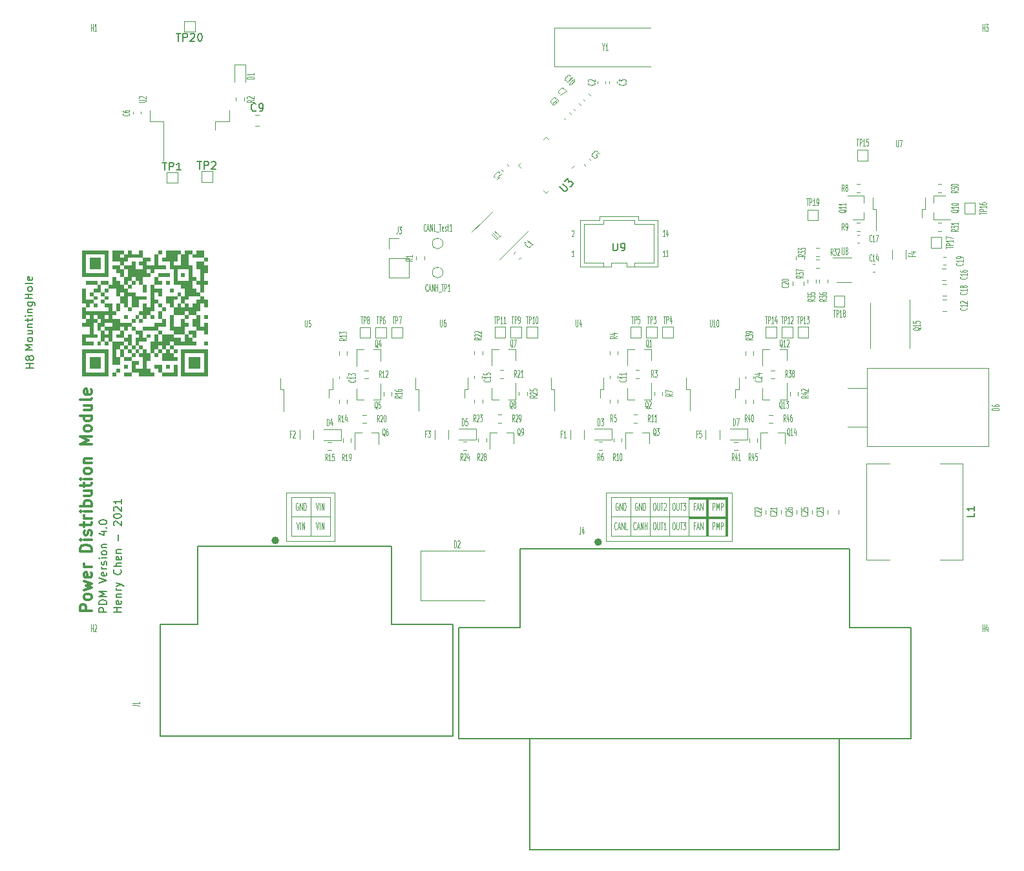
<source format=gto>
%TF.GenerationSoftware,KiCad,Pcbnew,(5.1.9-0-10_14)*%
%TF.CreationDate,2021-08-31T12:07:11+08:00*%
%TF.ProjectId,pdm,70646d2e-6b69-4636-9164-5f7063625858,rev?*%
%TF.SameCoordinates,Original*%
%TF.FileFunction,Legend,Top*%
%TF.FilePolarity,Positive*%
%FSLAX46Y46*%
G04 Gerber Fmt 4.6, Leading zero omitted, Abs format (unit mm)*
G04 Created by KiCad (PCBNEW (5.1.9-0-10_14)) date 2021-08-31 12:07:11*
%MOMM*%
%LPD*%
G01*
G04 APERTURE LIST*
%ADD10C,0.101600*%
%ADD11C,0.150000*%
%ADD12C,0.120000*%
%ADD13C,0.125000*%
%ADD14C,0.100000*%
%ADD15C,0.300000*%
%ADD16C,0.127000*%
%ADD17C,0.500000*%
%ADD18C,0.152400*%
%ADD19C,0.114300*%
%ADD20C,0.203200*%
G04 APERTURE END LIST*
D10*
X185469590Y-78155195D02*
X185237361Y-78155195D01*
X185353476Y-78155195D02*
X185353476Y-77342395D01*
X185314771Y-77458509D01*
X185276066Y-77535919D01*
X185237361Y-77574623D01*
X185817933Y-77613328D02*
X185817933Y-78155195D01*
X185721171Y-77303690D02*
X185624409Y-77884261D01*
X185875990Y-77884261D01*
X185469590Y-80822195D02*
X185237361Y-80822195D01*
X185353476Y-80822195D02*
X185353476Y-80009395D01*
X185314771Y-80125509D01*
X185276066Y-80202919D01*
X185237361Y-80241623D01*
X185605057Y-80009395D02*
X185856638Y-80009395D01*
X185721171Y-80319033D01*
X185779228Y-80319033D01*
X185817933Y-80357738D01*
X185837285Y-80396442D01*
X185856638Y-80473852D01*
X185856638Y-80667376D01*
X185837285Y-80744785D01*
X185817933Y-80783490D01*
X185779228Y-80822195D01*
X185663114Y-80822195D01*
X185624409Y-80783490D01*
X185605057Y-80744785D01*
X173302385Y-77483304D02*
X173321738Y-77444600D01*
X173360442Y-77405895D01*
X173457204Y-77405895D01*
X173495909Y-77444600D01*
X173515261Y-77483304D01*
X173534614Y-77560714D01*
X173534614Y-77638123D01*
X173515261Y-77754238D01*
X173283033Y-78218695D01*
X173534614Y-78218695D01*
X173534614Y-80822195D02*
X173302385Y-80822195D01*
X173418500Y-80822195D02*
X173418500Y-80009395D01*
X173379795Y-80125509D01*
X173341090Y-80202919D01*
X173302385Y-80241623D01*
D11*
X112339380Y-127426404D02*
X111339380Y-127426404D01*
X111339380Y-127045452D01*
X111387000Y-126950214D01*
X111434619Y-126902595D01*
X111529857Y-126854976D01*
X111672714Y-126854976D01*
X111767952Y-126902595D01*
X111815571Y-126950214D01*
X111863190Y-127045452D01*
X111863190Y-127426404D01*
X112339380Y-126426404D02*
X111339380Y-126426404D01*
X111339380Y-126188309D01*
X111387000Y-126045452D01*
X111482238Y-125950214D01*
X111577476Y-125902595D01*
X111767952Y-125854976D01*
X111910809Y-125854976D01*
X112101285Y-125902595D01*
X112196523Y-125950214D01*
X112291761Y-126045452D01*
X112339380Y-126188309D01*
X112339380Y-126426404D01*
X112339380Y-125426404D02*
X111339380Y-125426404D01*
X112053666Y-125093071D01*
X111339380Y-124759738D01*
X112339380Y-124759738D01*
X111339380Y-123664500D02*
X112339380Y-123331166D01*
X111339380Y-122997833D01*
X112291761Y-122283547D02*
X112339380Y-122378785D01*
X112339380Y-122569261D01*
X112291761Y-122664500D01*
X112196523Y-122712119D01*
X111815571Y-122712119D01*
X111720333Y-122664500D01*
X111672714Y-122569261D01*
X111672714Y-122378785D01*
X111720333Y-122283547D01*
X111815571Y-122235928D01*
X111910809Y-122235928D01*
X112006047Y-122712119D01*
X112339380Y-121807357D02*
X111672714Y-121807357D01*
X111863190Y-121807357D02*
X111767952Y-121759738D01*
X111720333Y-121712119D01*
X111672714Y-121616880D01*
X111672714Y-121521642D01*
X112291761Y-121235928D02*
X112339380Y-121140690D01*
X112339380Y-120950214D01*
X112291761Y-120854976D01*
X112196523Y-120807357D01*
X112148904Y-120807357D01*
X112053666Y-120854976D01*
X112006047Y-120950214D01*
X112006047Y-121093071D01*
X111958428Y-121188309D01*
X111863190Y-121235928D01*
X111815571Y-121235928D01*
X111720333Y-121188309D01*
X111672714Y-121093071D01*
X111672714Y-120950214D01*
X111720333Y-120854976D01*
X112339380Y-120378785D02*
X111672714Y-120378785D01*
X111339380Y-120378785D02*
X111387000Y-120426404D01*
X111434619Y-120378785D01*
X111387000Y-120331166D01*
X111339380Y-120378785D01*
X111434619Y-120378785D01*
X112339380Y-119759738D02*
X112291761Y-119854976D01*
X112244142Y-119902595D01*
X112148904Y-119950214D01*
X111863190Y-119950214D01*
X111767952Y-119902595D01*
X111720333Y-119854976D01*
X111672714Y-119759738D01*
X111672714Y-119616880D01*
X111720333Y-119521642D01*
X111767952Y-119474023D01*
X111863190Y-119426404D01*
X112148904Y-119426404D01*
X112244142Y-119474023D01*
X112291761Y-119521642D01*
X112339380Y-119616880D01*
X112339380Y-119759738D01*
X111672714Y-118997833D02*
X112339380Y-118997833D01*
X111767952Y-118997833D02*
X111720333Y-118950214D01*
X111672714Y-118854976D01*
X111672714Y-118712119D01*
X111720333Y-118616880D01*
X111815571Y-118569261D01*
X112339380Y-118569261D01*
X111672714Y-116902595D02*
X112339380Y-116902595D01*
X111291761Y-117140690D02*
X112006047Y-117378785D01*
X112006047Y-116759738D01*
X112244142Y-116378785D02*
X112291761Y-116331166D01*
X112339380Y-116378785D01*
X112291761Y-116426404D01*
X112244142Y-116378785D01*
X112339380Y-116378785D01*
X111339380Y-115712119D02*
X111339380Y-115616880D01*
X111387000Y-115521642D01*
X111434619Y-115474023D01*
X111529857Y-115426404D01*
X111720333Y-115378785D01*
X111958428Y-115378785D01*
X112148904Y-115426404D01*
X112244142Y-115474023D01*
X112291761Y-115521642D01*
X112339380Y-115616880D01*
X112339380Y-115712119D01*
X112291761Y-115807357D01*
X112244142Y-115854976D01*
X112148904Y-115902595D01*
X111958428Y-115950214D01*
X111720333Y-115950214D01*
X111529857Y-115902595D01*
X111434619Y-115854976D01*
X111387000Y-115807357D01*
X111339380Y-115712119D01*
D12*
X194310000Y-111760000D02*
X177800000Y-111760000D01*
X142240000Y-111760000D02*
X135890000Y-111760000D01*
X135890000Y-118110000D02*
X135890000Y-111760000D01*
X142240000Y-118110000D02*
X135890000Y-118110000D01*
X142240000Y-111760000D02*
X142240000Y-118110000D01*
X139065000Y-112395000D02*
X141605000Y-112395000D01*
X136525000Y-112395000D02*
X139065000Y-112395000D01*
X139065000Y-114935000D02*
X141605000Y-114935000D01*
X136525000Y-112395000D02*
X136525000Y-114935000D01*
X141605000Y-114935000D02*
X141605000Y-112395000D01*
X139065000Y-114935000D02*
X139065000Y-112395000D01*
X139065000Y-117475000D02*
X136525000Y-117475000D01*
X139065000Y-117475000D02*
X139065000Y-114935000D01*
X141605000Y-117475000D02*
X139065000Y-117475000D01*
X141605000Y-114935000D02*
X141605000Y-117475000D01*
X139065000Y-114935000D02*
X139065000Y-117475000D01*
X136525000Y-114935000D02*
X136525000Y-117475000D01*
X141605000Y-117475000D02*
X141605000Y-114935000D01*
X141605000Y-112395000D02*
X141605000Y-114935000D01*
X139065000Y-112395000D02*
X139065000Y-114935000D01*
X139065000Y-114935000D02*
X136525000Y-114935000D01*
X136525000Y-117475000D02*
X136525000Y-114935000D01*
X136525000Y-114935000D02*
X139065000Y-114935000D01*
X136525000Y-114935000D02*
X136525000Y-112395000D01*
X141605000Y-114935000D02*
X139065000Y-114935000D01*
D13*
X139787380Y-113117380D02*
X139954047Y-114117380D01*
X140120714Y-113117380D01*
X140287380Y-114117380D02*
X140287380Y-113117380D01*
X140525476Y-114117380D02*
X140525476Y-113117380D01*
X140811190Y-114117380D01*
X140811190Y-113117380D01*
X137414047Y-113165000D02*
X137366428Y-113117380D01*
X137295000Y-113117380D01*
X137223571Y-113165000D01*
X137175952Y-113260238D01*
X137152142Y-113355476D01*
X137128333Y-113545952D01*
X137128333Y-113688809D01*
X137152142Y-113879285D01*
X137175952Y-113974523D01*
X137223571Y-114069761D01*
X137295000Y-114117380D01*
X137342619Y-114117380D01*
X137414047Y-114069761D01*
X137437857Y-114022142D01*
X137437857Y-113688809D01*
X137342619Y-113688809D01*
X137652142Y-114117380D02*
X137652142Y-113117380D01*
X137937857Y-114117380D01*
X137937857Y-113117380D01*
X138175952Y-114117380D02*
X138175952Y-113117380D01*
X138295000Y-113117380D01*
X138366428Y-113165000D01*
X138414047Y-113260238D01*
X138437857Y-113355476D01*
X138461666Y-113545952D01*
X138461666Y-113688809D01*
X138437857Y-113879285D01*
X138414047Y-113974523D01*
X138366428Y-114069761D01*
X138295000Y-114117380D01*
X138175952Y-114117380D01*
X137247380Y-115657380D02*
X137414047Y-116657380D01*
X137580714Y-115657380D01*
X137747380Y-116657380D02*
X137747380Y-115657380D01*
X137985476Y-116657380D02*
X137985476Y-115657380D01*
X138271190Y-116657380D01*
X138271190Y-115657380D01*
X139787380Y-115657380D02*
X139954047Y-116657380D01*
X140120714Y-115657380D01*
X140287380Y-116657380D02*
X140287380Y-115657380D01*
X140525476Y-116657380D02*
X140525476Y-115657380D01*
X140811190Y-116657380D01*
X140811190Y-115657380D01*
D12*
X177800000Y-118110000D02*
X177800000Y-111760000D01*
X194310000Y-118110000D02*
X177800000Y-118110000D01*
X194310000Y-111760000D02*
X194310000Y-118110000D01*
D14*
G36*
X191135000Y-114935000D02*
G01*
X190881000Y-114935000D01*
X190881000Y-112649000D01*
X188595000Y-112649000D01*
X188595000Y-112395000D01*
X191135000Y-112395000D01*
X191135000Y-114935000D01*
G37*
X191135000Y-114935000D02*
X190881000Y-114935000D01*
X190881000Y-112649000D01*
X188595000Y-112649000D01*
X188595000Y-112395000D01*
X191135000Y-112395000D01*
X191135000Y-114935000D01*
G36*
X191135000Y-117475000D02*
G01*
X190881000Y-117475000D01*
X190881000Y-115189000D01*
X188595000Y-115189000D01*
X188595000Y-114935000D01*
X191135000Y-114935000D01*
X191135000Y-117475000D01*
G37*
X191135000Y-117475000D02*
X190881000Y-117475000D01*
X190881000Y-115189000D01*
X188595000Y-115189000D01*
X188595000Y-114935000D01*
X191135000Y-114935000D01*
X191135000Y-117475000D01*
G36*
X193675000Y-117475000D02*
G01*
X193421000Y-117475000D01*
X193421000Y-115189000D01*
X191135000Y-115189000D01*
X191135000Y-114935000D01*
X193675000Y-114935000D01*
X193675000Y-117475000D01*
G37*
X193675000Y-117475000D02*
X193421000Y-117475000D01*
X193421000Y-115189000D01*
X191135000Y-115189000D01*
X191135000Y-114935000D01*
X193675000Y-114935000D01*
X193675000Y-117475000D01*
G36*
X193675000Y-114935000D02*
G01*
X193421000Y-114935000D01*
X193421000Y-112649000D01*
X191135000Y-112649000D01*
X191135000Y-112395000D01*
X193675000Y-112395000D01*
X193675000Y-114935000D01*
G37*
X193675000Y-114935000D02*
X193421000Y-114935000D01*
X193421000Y-112649000D01*
X191135000Y-112649000D01*
X191135000Y-112395000D01*
X193675000Y-112395000D01*
X193675000Y-114935000D01*
D12*
X193675000Y-112395000D02*
X193675000Y-117475000D01*
D13*
X181661666Y-116562142D02*
X181637857Y-116609761D01*
X181566428Y-116657380D01*
X181518809Y-116657380D01*
X181447380Y-116609761D01*
X181399761Y-116514523D01*
X181375952Y-116419285D01*
X181352142Y-116228809D01*
X181352142Y-116085952D01*
X181375952Y-115895476D01*
X181399761Y-115800238D01*
X181447380Y-115705000D01*
X181518809Y-115657380D01*
X181566428Y-115657380D01*
X181637857Y-115705000D01*
X181661666Y-115752619D01*
X181852142Y-116371666D02*
X182090238Y-116371666D01*
X181804523Y-116657380D02*
X181971190Y-115657380D01*
X182137857Y-116657380D01*
X182304523Y-116657380D02*
X182304523Y-115657380D01*
X182590238Y-116657380D01*
X182590238Y-115657380D01*
X182828333Y-116657380D02*
X182828333Y-115657380D01*
X182828333Y-116133571D02*
X183114047Y-116133571D01*
X183114047Y-116657380D02*
X183114047Y-115657380D01*
X179181190Y-116562142D02*
X179157380Y-116609761D01*
X179085952Y-116657380D01*
X179038333Y-116657380D01*
X178966904Y-116609761D01*
X178919285Y-116514523D01*
X178895476Y-116419285D01*
X178871666Y-116228809D01*
X178871666Y-116085952D01*
X178895476Y-115895476D01*
X178919285Y-115800238D01*
X178966904Y-115705000D01*
X179038333Y-115657380D01*
X179085952Y-115657380D01*
X179157380Y-115705000D01*
X179181190Y-115752619D01*
X179371666Y-116371666D02*
X179609761Y-116371666D01*
X179324047Y-116657380D02*
X179490714Y-115657380D01*
X179657380Y-116657380D01*
X179824047Y-116657380D02*
X179824047Y-115657380D01*
X180109761Y-116657380D01*
X180109761Y-115657380D01*
X180585952Y-116657380D02*
X180347857Y-116657380D01*
X180347857Y-115657380D01*
X184046904Y-115657380D02*
X184142142Y-115657380D01*
X184189761Y-115705000D01*
X184237380Y-115800238D01*
X184261190Y-115990714D01*
X184261190Y-116324047D01*
X184237380Y-116514523D01*
X184189761Y-116609761D01*
X184142142Y-116657380D01*
X184046904Y-116657380D01*
X183999285Y-116609761D01*
X183951666Y-116514523D01*
X183927857Y-116324047D01*
X183927857Y-115990714D01*
X183951666Y-115800238D01*
X183999285Y-115705000D01*
X184046904Y-115657380D01*
X184475476Y-115657380D02*
X184475476Y-116466904D01*
X184499285Y-116562142D01*
X184523095Y-116609761D01*
X184570714Y-116657380D01*
X184665952Y-116657380D01*
X184713571Y-116609761D01*
X184737380Y-116562142D01*
X184761190Y-116466904D01*
X184761190Y-115657380D01*
X184927857Y-115657380D02*
X185213571Y-115657380D01*
X185070714Y-116657380D02*
X185070714Y-115657380D01*
X185642142Y-116657380D02*
X185356428Y-116657380D01*
X185499285Y-116657380D02*
X185499285Y-115657380D01*
X185451666Y-115800238D01*
X185404047Y-115895476D01*
X185356428Y-115943095D01*
X186586904Y-115657380D02*
X186682142Y-115657380D01*
X186729761Y-115705000D01*
X186777380Y-115800238D01*
X186801190Y-115990714D01*
X186801190Y-116324047D01*
X186777380Y-116514523D01*
X186729761Y-116609761D01*
X186682142Y-116657380D01*
X186586904Y-116657380D01*
X186539285Y-116609761D01*
X186491666Y-116514523D01*
X186467857Y-116324047D01*
X186467857Y-115990714D01*
X186491666Y-115800238D01*
X186539285Y-115705000D01*
X186586904Y-115657380D01*
X187015476Y-115657380D02*
X187015476Y-116466904D01*
X187039285Y-116562142D01*
X187063095Y-116609761D01*
X187110714Y-116657380D01*
X187205952Y-116657380D01*
X187253571Y-116609761D01*
X187277380Y-116562142D01*
X187301190Y-116466904D01*
X187301190Y-115657380D01*
X187467857Y-115657380D02*
X187753571Y-115657380D01*
X187610714Y-116657380D02*
X187610714Y-115657380D01*
X187872619Y-115657380D02*
X188182142Y-115657380D01*
X188015476Y-116038333D01*
X188086904Y-116038333D01*
X188134523Y-116085952D01*
X188158333Y-116133571D01*
X188182142Y-116228809D01*
X188182142Y-116466904D01*
X188158333Y-116562142D01*
X188134523Y-116609761D01*
X188086904Y-116657380D01*
X187944047Y-116657380D01*
X187896428Y-116609761D01*
X187872619Y-116562142D01*
X189460238Y-116133571D02*
X189293571Y-116133571D01*
X189293571Y-116657380D02*
X189293571Y-115657380D01*
X189531666Y-115657380D01*
X189698333Y-116371666D02*
X189936428Y-116371666D01*
X189650714Y-116657380D02*
X189817380Y-115657380D01*
X189984047Y-116657380D01*
X190150714Y-116657380D02*
X190150714Y-115657380D01*
X190436428Y-116657380D01*
X190436428Y-115657380D01*
X191738333Y-116657380D02*
X191738333Y-115657380D01*
X191928809Y-115657380D01*
X191976428Y-115705000D01*
X192000238Y-115752619D01*
X192024047Y-115847857D01*
X192024047Y-115990714D01*
X192000238Y-116085952D01*
X191976428Y-116133571D01*
X191928809Y-116181190D01*
X191738333Y-116181190D01*
X192238333Y-116657380D02*
X192238333Y-115657380D01*
X192405000Y-116371666D01*
X192571666Y-115657380D01*
X192571666Y-116657380D01*
X192809761Y-116657380D02*
X192809761Y-115657380D01*
X193000238Y-115657380D01*
X193047857Y-115705000D01*
X193071666Y-115752619D01*
X193095476Y-115847857D01*
X193095476Y-115990714D01*
X193071666Y-116085952D01*
X193047857Y-116133571D01*
X193000238Y-116181190D01*
X192809761Y-116181190D01*
X191738333Y-114117380D02*
X191738333Y-113117380D01*
X191928809Y-113117380D01*
X191976428Y-113165000D01*
X192000238Y-113212619D01*
X192024047Y-113307857D01*
X192024047Y-113450714D01*
X192000238Y-113545952D01*
X191976428Y-113593571D01*
X191928809Y-113641190D01*
X191738333Y-113641190D01*
X192238333Y-114117380D02*
X192238333Y-113117380D01*
X192405000Y-113831666D01*
X192571666Y-113117380D01*
X192571666Y-114117380D01*
X192809761Y-114117380D02*
X192809761Y-113117380D01*
X193000238Y-113117380D01*
X193047857Y-113165000D01*
X193071666Y-113212619D01*
X193095476Y-113307857D01*
X193095476Y-113450714D01*
X193071666Y-113545952D01*
X193047857Y-113593571D01*
X193000238Y-113641190D01*
X192809761Y-113641190D01*
X189460238Y-113593571D02*
X189293571Y-113593571D01*
X189293571Y-114117380D02*
X189293571Y-113117380D01*
X189531666Y-113117380D01*
X189698333Y-113831666D02*
X189936428Y-113831666D01*
X189650714Y-114117380D02*
X189817380Y-113117380D01*
X189984047Y-114117380D01*
X190150714Y-114117380D02*
X190150714Y-113117380D01*
X190436428Y-114117380D01*
X190436428Y-113117380D01*
X186586904Y-113117380D02*
X186682142Y-113117380D01*
X186729761Y-113165000D01*
X186777380Y-113260238D01*
X186801190Y-113450714D01*
X186801190Y-113784047D01*
X186777380Y-113974523D01*
X186729761Y-114069761D01*
X186682142Y-114117380D01*
X186586904Y-114117380D01*
X186539285Y-114069761D01*
X186491666Y-113974523D01*
X186467857Y-113784047D01*
X186467857Y-113450714D01*
X186491666Y-113260238D01*
X186539285Y-113165000D01*
X186586904Y-113117380D01*
X187015476Y-113117380D02*
X187015476Y-113926904D01*
X187039285Y-114022142D01*
X187063095Y-114069761D01*
X187110714Y-114117380D01*
X187205952Y-114117380D01*
X187253571Y-114069761D01*
X187277380Y-114022142D01*
X187301190Y-113926904D01*
X187301190Y-113117380D01*
X187467857Y-113117380D02*
X187753571Y-113117380D01*
X187610714Y-114117380D02*
X187610714Y-113117380D01*
X187872619Y-113117380D02*
X188182142Y-113117380D01*
X188015476Y-113498333D01*
X188086904Y-113498333D01*
X188134523Y-113545952D01*
X188158333Y-113593571D01*
X188182142Y-113688809D01*
X188182142Y-113926904D01*
X188158333Y-114022142D01*
X188134523Y-114069761D01*
X188086904Y-114117380D01*
X187944047Y-114117380D01*
X187896428Y-114069761D01*
X187872619Y-114022142D01*
X184046904Y-113117380D02*
X184142142Y-113117380D01*
X184189761Y-113165000D01*
X184237380Y-113260238D01*
X184261190Y-113450714D01*
X184261190Y-113784047D01*
X184237380Y-113974523D01*
X184189761Y-114069761D01*
X184142142Y-114117380D01*
X184046904Y-114117380D01*
X183999285Y-114069761D01*
X183951666Y-113974523D01*
X183927857Y-113784047D01*
X183927857Y-113450714D01*
X183951666Y-113260238D01*
X183999285Y-113165000D01*
X184046904Y-113117380D01*
X184475476Y-113117380D02*
X184475476Y-113926904D01*
X184499285Y-114022142D01*
X184523095Y-114069761D01*
X184570714Y-114117380D01*
X184665952Y-114117380D01*
X184713571Y-114069761D01*
X184737380Y-114022142D01*
X184761190Y-113926904D01*
X184761190Y-113117380D01*
X184927857Y-113117380D02*
X185213571Y-113117380D01*
X185070714Y-114117380D02*
X185070714Y-113117380D01*
X185356428Y-113212619D02*
X185380238Y-113165000D01*
X185427857Y-113117380D01*
X185546904Y-113117380D01*
X185594523Y-113165000D01*
X185618333Y-113212619D01*
X185642142Y-113307857D01*
X185642142Y-113403095D01*
X185618333Y-113545952D01*
X185332619Y-114117380D01*
X185642142Y-114117380D01*
X181864047Y-113165000D02*
X181816428Y-113117380D01*
X181745000Y-113117380D01*
X181673571Y-113165000D01*
X181625952Y-113260238D01*
X181602142Y-113355476D01*
X181578333Y-113545952D01*
X181578333Y-113688809D01*
X181602142Y-113879285D01*
X181625952Y-113974523D01*
X181673571Y-114069761D01*
X181745000Y-114117380D01*
X181792619Y-114117380D01*
X181864047Y-114069761D01*
X181887857Y-114022142D01*
X181887857Y-113688809D01*
X181792619Y-113688809D01*
X182102142Y-114117380D02*
X182102142Y-113117380D01*
X182387857Y-114117380D01*
X182387857Y-113117380D01*
X182625952Y-114117380D02*
X182625952Y-113117380D01*
X182745000Y-113117380D01*
X182816428Y-113165000D01*
X182864047Y-113260238D01*
X182887857Y-113355476D01*
X182911666Y-113545952D01*
X182911666Y-113688809D01*
X182887857Y-113879285D01*
X182864047Y-113974523D01*
X182816428Y-114069761D01*
X182745000Y-114117380D01*
X182625952Y-114117380D01*
X179324047Y-113165000D02*
X179276428Y-113117380D01*
X179205000Y-113117380D01*
X179133571Y-113165000D01*
X179085952Y-113260238D01*
X179062142Y-113355476D01*
X179038333Y-113545952D01*
X179038333Y-113688809D01*
X179062142Y-113879285D01*
X179085952Y-113974523D01*
X179133571Y-114069761D01*
X179205000Y-114117380D01*
X179252619Y-114117380D01*
X179324047Y-114069761D01*
X179347857Y-114022142D01*
X179347857Y-113688809D01*
X179252619Y-113688809D01*
X179562142Y-114117380D02*
X179562142Y-113117380D01*
X179847857Y-114117380D01*
X179847857Y-113117380D01*
X180085952Y-114117380D02*
X180085952Y-113117380D01*
X180205000Y-113117380D01*
X180276428Y-113165000D01*
X180324047Y-113260238D01*
X180347857Y-113355476D01*
X180371666Y-113545952D01*
X180371666Y-113688809D01*
X180347857Y-113879285D01*
X180324047Y-113974523D01*
X180276428Y-114069761D01*
X180205000Y-114117380D01*
X180085952Y-114117380D01*
D12*
X180975000Y-114935000D02*
X180975000Y-117475000D01*
X186055000Y-114935000D02*
X188595000Y-114935000D01*
X193675000Y-117475000D02*
X191135000Y-117475000D01*
X191135000Y-117475000D02*
X191135000Y-114935000D01*
X191135000Y-114935000D02*
X193675000Y-114935000D01*
X191135000Y-114935000D02*
X191135000Y-117475000D01*
X183515000Y-114935000D02*
X186055000Y-114935000D01*
X188595000Y-114935000D02*
X191135000Y-114935000D01*
X183515000Y-117475000D02*
X180975000Y-117475000D01*
X180975000Y-117475000D02*
X178435000Y-117475000D01*
X183515000Y-114935000D02*
X183515000Y-117475000D01*
X188595000Y-117475000D02*
X188595000Y-114935000D01*
X186055000Y-117475000D02*
X186055000Y-114935000D01*
X180975000Y-117475000D02*
X180975000Y-114935000D01*
X180975000Y-114935000D02*
X183515000Y-114935000D01*
X188595000Y-114935000D02*
X188595000Y-117475000D01*
X186055000Y-114935000D02*
X186055000Y-117475000D01*
X178435000Y-114935000D02*
X180975000Y-114935000D01*
X178435000Y-117475000D02*
X178435000Y-114935000D01*
X186055000Y-117475000D02*
X183515000Y-117475000D01*
X191135000Y-117475000D02*
X188595000Y-117475000D01*
X183515000Y-117475000D02*
X183515000Y-114935000D01*
X188595000Y-117475000D02*
X186055000Y-117475000D01*
X193675000Y-114935000D02*
X191135000Y-114935000D01*
X191135000Y-112395000D02*
X193675000Y-112395000D01*
X191135000Y-114935000D02*
X191135000Y-112395000D01*
X191135000Y-112395000D02*
X191135000Y-114935000D01*
X191135000Y-114935000D02*
X188595000Y-114935000D01*
X188595000Y-112395000D02*
X191135000Y-112395000D01*
X188595000Y-114935000D02*
X188595000Y-112395000D01*
X188595000Y-112395000D02*
X188595000Y-114935000D01*
X188595000Y-114935000D02*
X186055000Y-114935000D01*
X186055000Y-112395000D02*
X188595000Y-112395000D01*
X186055000Y-114935000D02*
X186055000Y-112395000D01*
X186055000Y-112395000D02*
X186055000Y-114935000D01*
X186055000Y-114935000D02*
X183515000Y-114935000D01*
X183515000Y-112395000D02*
X186055000Y-112395000D01*
X183515000Y-114935000D02*
X183515000Y-112395000D01*
X183515000Y-112395000D02*
X183515000Y-114935000D01*
X183515000Y-114935000D02*
X180975000Y-114935000D01*
X180975000Y-112395000D02*
X183515000Y-112395000D01*
X180975000Y-114935000D02*
X180975000Y-112395000D01*
X178435000Y-114935000D02*
X178435000Y-112395000D01*
X180975000Y-114935000D02*
X178435000Y-114935000D01*
X180975000Y-112395000D02*
X180975000Y-114935000D01*
X178435000Y-112395000D02*
X180975000Y-112395000D01*
D11*
X114244380Y-127426404D02*
X113244380Y-127426404D01*
X113720571Y-127426404D02*
X113720571Y-126854976D01*
X114244380Y-126854976D02*
X113244380Y-126854976D01*
X114196761Y-125997833D02*
X114244380Y-126093071D01*
X114244380Y-126283547D01*
X114196761Y-126378785D01*
X114101523Y-126426404D01*
X113720571Y-126426404D01*
X113625333Y-126378785D01*
X113577714Y-126283547D01*
X113577714Y-126093071D01*
X113625333Y-125997833D01*
X113720571Y-125950214D01*
X113815809Y-125950214D01*
X113911047Y-126426404D01*
X113577714Y-125521642D02*
X114244380Y-125521642D01*
X113672952Y-125521642D02*
X113625333Y-125474023D01*
X113577714Y-125378785D01*
X113577714Y-125235928D01*
X113625333Y-125140690D01*
X113720571Y-125093071D01*
X114244380Y-125093071D01*
X114244380Y-124616880D02*
X113577714Y-124616880D01*
X113768190Y-124616880D02*
X113672952Y-124569261D01*
X113625333Y-124521642D01*
X113577714Y-124426404D01*
X113577714Y-124331166D01*
X113577714Y-124093071D02*
X114244380Y-123854976D01*
X113577714Y-123616880D02*
X114244380Y-123854976D01*
X114482476Y-123950214D01*
X114530095Y-123997833D01*
X114577714Y-124093071D01*
X114149142Y-121902595D02*
X114196761Y-121950214D01*
X114244380Y-122093071D01*
X114244380Y-122188309D01*
X114196761Y-122331166D01*
X114101523Y-122426404D01*
X114006285Y-122474023D01*
X113815809Y-122521642D01*
X113672952Y-122521642D01*
X113482476Y-122474023D01*
X113387238Y-122426404D01*
X113292000Y-122331166D01*
X113244380Y-122188309D01*
X113244380Y-122093071D01*
X113292000Y-121950214D01*
X113339619Y-121902595D01*
X114244380Y-121474023D02*
X113244380Y-121474023D01*
X114244380Y-121045452D02*
X113720571Y-121045452D01*
X113625333Y-121093071D01*
X113577714Y-121188309D01*
X113577714Y-121331166D01*
X113625333Y-121426404D01*
X113672952Y-121474023D01*
X114196761Y-120188309D02*
X114244380Y-120283547D01*
X114244380Y-120474023D01*
X114196761Y-120569261D01*
X114101523Y-120616880D01*
X113720571Y-120616880D01*
X113625333Y-120569261D01*
X113577714Y-120474023D01*
X113577714Y-120283547D01*
X113625333Y-120188309D01*
X113720571Y-120140690D01*
X113815809Y-120140690D01*
X113911047Y-120616880D01*
X113577714Y-119712119D02*
X114244380Y-119712119D01*
X113672952Y-119712119D02*
X113625333Y-119664500D01*
X113577714Y-119569261D01*
X113577714Y-119426404D01*
X113625333Y-119331166D01*
X113720571Y-119283547D01*
X114244380Y-119283547D01*
X113863428Y-118045452D02*
X113863428Y-117283547D01*
X113339619Y-116093071D02*
X113292000Y-116045452D01*
X113244380Y-115950214D01*
X113244380Y-115712119D01*
X113292000Y-115616880D01*
X113339619Y-115569261D01*
X113434857Y-115521642D01*
X113530095Y-115521642D01*
X113672952Y-115569261D01*
X114244380Y-116140690D01*
X114244380Y-115521642D01*
X113244380Y-114902595D02*
X113244380Y-114807357D01*
X113292000Y-114712119D01*
X113339619Y-114664500D01*
X113434857Y-114616880D01*
X113625333Y-114569261D01*
X113863428Y-114569261D01*
X114053904Y-114616880D01*
X114149142Y-114664500D01*
X114196761Y-114712119D01*
X114244380Y-114807357D01*
X114244380Y-114902595D01*
X114196761Y-114997833D01*
X114149142Y-115045452D01*
X114053904Y-115093071D01*
X113863428Y-115140690D01*
X113625333Y-115140690D01*
X113434857Y-115093071D01*
X113339619Y-115045452D01*
X113292000Y-114997833D01*
X113244380Y-114902595D01*
X113339619Y-114188309D02*
X113292000Y-114140690D01*
X113244380Y-114045452D01*
X113244380Y-113807357D01*
X113292000Y-113712119D01*
X113339619Y-113664500D01*
X113434857Y-113616880D01*
X113530095Y-113616880D01*
X113672952Y-113664500D01*
X114244380Y-114235928D01*
X114244380Y-113616880D01*
X114244380Y-112664500D02*
X114244380Y-113235928D01*
X114244380Y-112950214D02*
X113244380Y-112950214D01*
X113387238Y-113045452D01*
X113482476Y-113140690D01*
X113530095Y-113235928D01*
D15*
X110343071Y-127273357D02*
X108843071Y-127273357D01*
X108843071Y-126701928D01*
X108914500Y-126559071D01*
X108985928Y-126487642D01*
X109128785Y-126416214D01*
X109343071Y-126416214D01*
X109485928Y-126487642D01*
X109557357Y-126559071D01*
X109628785Y-126701928D01*
X109628785Y-127273357D01*
X110343071Y-125559071D02*
X110271642Y-125701928D01*
X110200214Y-125773357D01*
X110057357Y-125844785D01*
X109628785Y-125844785D01*
X109485928Y-125773357D01*
X109414500Y-125701928D01*
X109343071Y-125559071D01*
X109343071Y-125344785D01*
X109414500Y-125201928D01*
X109485928Y-125130500D01*
X109628785Y-125059071D01*
X110057357Y-125059071D01*
X110200214Y-125130500D01*
X110271642Y-125201928D01*
X110343071Y-125344785D01*
X110343071Y-125559071D01*
X109343071Y-124559071D02*
X110343071Y-124273357D01*
X109628785Y-123987642D01*
X110343071Y-123701928D01*
X109343071Y-123416214D01*
X110271642Y-122273357D02*
X110343071Y-122416214D01*
X110343071Y-122701928D01*
X110271642Y-122844785D01*
X110128785Y-122916214D01*
X109557357Y-122916214D01*
X109414500Y-122844785D01*
X109343071Y-122701928D01*
X109343071Y-122416214D01*
X109414500Y-122273357D01*
X109557357Y-122201928D01*
X109700214Y-122201928D01*
X109843071Y-122916214D01*
X110343071Y-121559071D02*
X109343071Y-121559071D01*
X109628785Y-121559071D02*
X109485928Y-121487642D01*
X109414500Y-121416214D01*
X109343071Y-121273357D01*
X109343071Y-121130500D01*
X110343071Y-119487642D02*
X108843071Y-119487642D01*
X108843071Y-119130500D01*
X108914500Y-118916214D01*
X109057357Y-118773357D01*
X109200214Y-118701928D01*
X109485928Y-118630500D01*
X109700214Y-118630500D01*
X109985928Y-118701928D01*
X110128785Y-118773357D01*
X110271642Y-118916214D01*
X110343071Y-119130500D01*
X110343071Y-119487642D01*
X110343071Y-117987642D02*
X109343071Y-117987642D01*
X108843071Y-117987642D02*
X108914500Y-118059071D01*
X108985928Y-117987642D01*
X108914500Y-117916214D01*
X108843071Y-117987642D01*
X108985928Y-117987642D01*
X110271642Y-117344785D02*
X110343071Y-117201928D01*
X110343071Y-116916214D01*
X110271642Y-116773357D01*
X110128785Y-116701928D01*
X110057357Y-116701928D01*
X109914500Y-116773357D01*
X109843071Y-116916214D01*
X109843071Y-117130500D01*
X109771642Y-117273357D01*
X109628785Y-117344785D01*
X109557357Y-117344785D01*
X109414500Y-117273357D01*
X109343071Y-117130500D01*
X109343071Y-116916214D01*
X109414500Y-116773357D01*
X109343071Y-116273357D02*
X109343071Y-115701928D01*
X108843071Y-116059071D02*
X110128785Y-116059071D01*
X110271642Y-115987642D01*
X110343071Y-115844785D01*
X110343071Y-115701928D01*
X110343071Y-115201928D02*
X109343071Y-115201928D01*
X109628785Y-115201928D02*
X109485928Y-115130500D01*
X109414500Y-115059071D01*
X109343071Y-114916214D01*
X109343071Y-114773357D01*
X110343071Y-114273357D02*
X109343071Y-114273357D01*
X108843071Y-114273357D02*
X108914500Y-114344785D01*
X108985928Y-114273357D01*
X108914500Y-114201928D01*
X108843071Y-114273357D01*
X108985928Y-114273357D01*
X110343071Y-113559071D02*
X108843071Y-113559071D01*
X109414500Y-113559071D02*
X109343071Y-113416214D01*
X109343071Y-113130500D01*
X109414500Y-112987642D01*
X109485928Y-112916214D01*
X109628785Y-112844785D01*
X110057357Y-112844785D01*
X110200214Y-112916214D01*
X110271642Y-112987642D01*
X110343071Y-113130500D01*
X110343071Y-113416214D01*
X110271642Y-113559071D01*
X109343071Y-111559071D02*
X110343071Y-111559071D01*
X109343071Y-112201928D02*
X110128785Y-112201928D01*
X110271642Y-112130500D01*
X110343071Y-111987642D01*
X110343071Y-111773357D01*
X110271642Y-111630500D01*
X110200214Y-111559071D01*
X109343071Y-111059071D02*
X109343071Y-110487642D01*
X108843071Y-110844785D02*
X110128785Y-110844785D01*
X110271642Y-110773357D01*
X110343071Y-110630500D01*
X110343071Y-110487642D01*
X110343071Y-109987642D02*
X109343071Y-109987642D01*
X108843071Y-109987642D02*
X108914500Y-110059071D01*
X108985928Y-109987642D01*
X108914500Y-109916214D01*
X108843071Y-109987642D01*
X108985928Y-109987642D01*
X110343071Y-109059071D02*
X110271642Y-109201928D01*
X110200214Y-109273357D01*
X110057357Y-109344785D01*
X109628785Y-109344785D01*
X109485928Y-109273357D01*
X109414500Y-109201928D01*
X109343071Y-109059071D01*
X109343071Y-108844785D01*
X109414500Y-108701928D01*
X109485928Y-108630500D01*
X109628785Y-108559071D01*
X110057357Y-108559071D01*
X110200214Y-108630500D01*
X110271642Y-108701928D01*
X110343071Y-108844785D01*
X110343071Y-109059071D01*
X109343071Y-107916214D02*
X110343071Y-107916214D01*
X109485928Y-107916214D02*
X109414500Y-107844785D01*
X109343071Y-107701928D01*
X109343071Y-107487642D01*
X109414500Y-107344785D01*
X109557357Y-107273357D01*
X110343071Y-107273357D01*
X110343071Y-105416214D02*
X108843071Y-105416214D01*
X109914500Y-104916214D01*
X108843071Y-104416214D01*
X110343071Y-104416214D01*
X110343071Y-103487642D02*
X110271642Y-103630500D01*
X110200214Y-103701928D01*
X110057357Y-103773357D01*
X109628785Y-103773357D01*
X109485928Y-103701928D01*
X109414500Y-103630500D01*
X109343071Y-103487642D01*
X109343071Y-103273357D01*
X109414500Y-103130500D01*
X109485928Y-103059071D01*
X109628785Y-102987642D01*
X110057357Y-102987642D01*
X110200214Y-103059071D01*
X110271642Y-103130500D01*
X110343071Y-103273357D01*
X110343071Y-103487642D01*
X110343071Y-101701928D02*
X108843071Y-101701928D01*
X110271642Y-101701928D02*
X110343071Y-101844785D01*
X110343071Y-102130500D01*
X110271642Y-102273357D01*
X110200214Y-102344785D01*
X110057357Y-102416214D01*
X109628785Y-102416214D01*
X109485928Y-102344785D01*
X109414500Y-102273357D01*
X109343071Y-102130500D01*
X109343071Y-101844785D01*
X109414500Y-101701928D01*
X109343071Y-100344785D02*
X110343071Y-100344785D01*
X109343071Y-100987642D02*
X110128785Y-100987642D01*
X110271642Y-100916214D01*
X110343071Y-100773357D01*
X110343071Y-100559071D01*
X110271642Y-100416214D01*
X110200214Y-100344785D01*
X110343071Y-99416214D02*
X110271642Y-99559071D01*
X110128785Y-99630500D01*
X108843071Y-99630500D01*
X110271642Y-98273357D02*
X110343071Y-98416214D01*
X110343071Y-98701928D01*
X110271642Y-98844785D01*
X110128785Y-98916214D01*
X109557357Y-98916214D01*
X109414500Y-98844785D01*
X109343071Y-98701928D01*
X109343071Y-98416214D01*
X109414500Y-98273357D01*
X109557357Y-98201928D01*
X109700214Y-98201928D01*
X109843071Y-98916214D01*
D12*
%TO.C,U3*%
X170261876Y-72189222D02*
X169926000Y-72525097D01*
X169926000Y-72525097D02*
X169590124Y-72189222D01*
X169590124Y-65478778D02*
X169926000Y-65142903D01*
X169926000Y-65142903D02*
X170261876Y-65478778D01*
X166570778Y-68498124D02*
X166234903Y-68834000D01*
X166234903Y-68834000D02*
X166570778Y-69169876D01*
X173281222Y-69169876D02*
X173617097Y-68834000D01*
%TO.C,L1*%
X224516000Y-120600000D02*
X221516000Y-120600000D01*
X224516000Y-108000000D02*
X224516000Y-120600000D01*
X221516000Y-108000000D02*
X224516000Y-108000000D01*
X211916000Y-108000000D02*
X214916000Y-108000000D01*
X211916000Y-120600000D02*
X211916000Y-108000000D01*
X214916000Y-120600000D02*
X211916000Y-120600000D01*
%TO.C,C9*%
X131805748Y-63727000D02*
X132328252Y-63727000D01*
X131805748Y-62257000D02*
X132328252Y-62257000D01*
%TO.C,U9*%
X174371000Y-82169000D02*
X177419000Y-82169000D01*
X174371000Y-76073000D02*
X174371000Y-82169000D01*
X176911000Y-76073000D02*
X174371000Y-76073000D01*
X176911000Y-75565000D02*
X176911000Y-76073000D01*
X181991000Y-75565000D02*
X176911000Y-75565000D01*
X181991000Y-76073000D02*
X181991000Y-75565000D01*
X184531000Y-76073000D02*
X181991000Y-76073000D01*
X184531000Y-82169000D02*
X184531000Y-76073000D01*
X181483000Y-82169000D02*
X184531000Y-82169000D01*
X177419000Y-82169000D02*
X178435000Y-82169000D01*
X177419000Y-81661000D02*
X177419000Y-82169000D01*
X174879000Y-81661000D02*
X177419000Y-81661000D01*
X174879000Y-76581000D02*
X174879000Y-81661000D01*
X177419000Y-76581000D02*
X174879000Y-76581000D01*
X177419000Y-76073000D02*
X177419000Y-76581000D01*
X181483000Y-76073000D02*
X177419000Y-76073000D01*
X181483000Y-76581000D02*
X181483000Y-76073000D01*
X184023000Y-76581000D02*
X181483000Y-76581000D01*
X184023000Y-81661000D02*
X184023000Y-76581000D01*
X181483000Y-81661000D02*
X184023000Y-81661000D01*
X181483000Y-82169000D02*
X181483000Y-81661000D01*
X180467000Y-82169000D02*
X181483000Y-82169000D01*
X180467000Y-81661000D02*
X180467000Y-82169000D01*
X178435000Y-81661000D02*
X180467000Y-81661000D01*
X178435000Y-82169000D02*
X178435000Y-81661000D01*
%TO.C,TP20*%
X123890000Y-49973000D02*
X123890000Y-51373000D01*
X122490000Y-49973000D02*
X123890000Y-49973000D01*
X122490000Y-51373000D02*
X122490000Y-49973000D01*
X123890000Y-51373000D02*
X122490000Y-51373000D01*
%TO.C,TP2*%
X124776000Y-71058000D02*
X124776000Y-69658000D01*
X126176000Y-71058000D02*
X124776000Y-71058000D01*
X126176000Y-69658000D02*
X126176000Y-71058000D01*
X124776000Y-69658000D02*
X126176000Y-69658000D01*
%TO.C,TP1*%
X120204000Y-71185000D02*
X120204000Y-69785000D01*
X121604000Y-71185000D02*
X120204000Y-71185000D01*
X121604000Y-69785000D02*
X121604000Y-71185000D01*
X120204000Y-69785000D02*
X121604000Y-69785000D01*
D14*
%TO.C,H8*%
G36*
X109598000Y-96015000D02*
G01*
X109098000Y-96015000D01*
X109098000Y-96515000D01*
X109598000Y-96515000D01*
X109598000Y-96015000D01*
G37*
G36*
X109598000Y-95515000D02*
G01*
X109098000Y-95515000D01*
X109098000Y-96015000D01*
X109598000Y-96015000D01*
X109598000Y-95515000D01*
G37*
G36*
X109598000Y-95015000D02*
G01*
X109098000Y-95015000D01*
X109098000Y-95515000D01*
X109598000Y-95515000D01*
X109598000Y-95015000D01*
G37*
G36*
X109598000Y-94515000D02*
G01*
X109098000Y-94515000D01*
X109098000Y-95015000D01*
X109598000Y-95015000D01*
X109598000Y-94515000D01*
G37*
G36*
X109598000Y-94015000D02*
G01*
X109098000Y-94015000D01*
X109098000Y-94515000D01*
X109598000Y-94515000D01*
X109598000Y-94015000D01*
G37*
G36*
X109598000Y-93515000D02*
G01*
X109098000Y-93515000D01*
X109098000Y-94015000D01*
X109598000Y-94015000D01*
X109598000Y-93515000D01*
G37*
G36*
X109598000Y-93015000D02*
G01*
X109098000Y-93015000D01*
X109098000Y-93515000D01*
X109598000Y-93515000D01*
X109598000Y-93015000D01*
G37*
G36*
X109598000Y-92015000D02*
G01*
X109098000Y-92015000D01*
X109098000Y-92515000D01*
X109598000Y-92515000D01*
X109598000Y-92015000D01*
G37*
G36*
X109598000Y-91515000D02*
G01*
X109098000Y-91515000D01*
X109098000Y-92015000D01*
X109598000Y-92015000D01*
X109598000Y-91515000D01*
G37*
G36*
X109598000Y-91015000D02*
G01*
X109098000Y-91015000D01*
X109098000Y-91515000D01*
X109598000Y-91515000D01*
X109598000Y-91015000D01*
G37*
G36*
X109598000Y-89515000D02*
G01*
X109098000Y-89515000D01*
X109098000Y-90015000D01*
X109598000Y-90015000D01*
X109598000Y-89515000D01*
G37*
G36*
X109598000Y-88515000D02*
G01*
X109098000Y-88515000D01*
X109098000Y-89015000D01*
X109598000Y-89015000D01*
X109598000Y-88515000D01*
G37*
G36*
X109598000Y-88015000D02*
G01*
X109098000Y-88015000D01*
X109098000Y-88515000D01*
X109598000Y-88515000D01*
X109598000Y-88015000D01*
G37*
G36*
X109598000Y-87515000D02*
G01*
X109098000Y-87515000D01*
X109098000Y-88015000D01*
X109598000Y-88015000D01*
X109598000Y-87515000D01*
G37*
G36*
X109598000Y-86515000D02*
G01*
X109098000Y-86515000D01*
X109098000Y-87015000D01*
X109598000Y-87015000D01*
X109598000Y-86515000D01*
G37*
G36*
X109598000Y-86015000D02*
G01*
X109098000Y-86015000D01*
X109098000Y-86515000D01*
X109598000Y-86515000D01*
X109598000Y-86015000D01*
G37*
G36*
X109598000Y-85515000D02*
G01*
X109098000Y-85515000D01*
X109098000Y-86015000D01*
X109598000Y-86015000D01*
X109598000Y-85515000D01*
G37*
G36*
X109598000Y-85015000D02*
G01*
X109098000Y-85015000D01*
X109098000Y-85515000D01*
X109598000Y-85515000D01*
X109598000Y-85015000D01*
G37*
G36*
X109598000Y-83015000D02*
G01*
X109098000Y-83015000D01*
X109098000Y-83515000D01*
X109598000Y-83515000D01*
X109598000Y-83015000D01*
G37*
G36*
X109598000Y-82515000D02*
G01*
X109098000Y-82515000D01*
X109098000Y-83015000D01*
X109598000Y-83015000D01*
X109598000Y-82515000D01*
G37*
G36*
X109598000Y-82015000D02*
G01*
X109098000Y-82015000D01*
X109098000Y-82515000D01*
X109598000Y-82515000D01*
X109598000Y-82015000D01*
G37*
G36*
X109598000Y-81515000D02*
G01*
X109098000Y-81515000D01*
X109098000Y-82015000D01*
X109598000Y-82015000D01*
X109598000Y-81515000D01*
G37*
G36*
X109598000Y-81015000D02*
G01*
X109098000Y-81015000D01*
X109098000Y-81515000D01*
X109598000Y-81515000D01*
X109598000Y-81015000D01*
G37*
G36*
X109598000Y-80515000D02*
G01*
X109098000Y-80515000D01*
X109098000Y-81015000D01*
X109598000Y-81015000D01*
X109598000Y-80515000D01*
G37*
G36*
X109598000Y-80015000D02*
G01*
X109098000Y-80015000D01*
X109098000Y-80515000D01*
X109598000Y-80515000D01*
X109598000Y-80015000D01*
G37*
G36*
X110098000Y-96015000D02*
G01*
X109598000Y-96015000D01*
X109598000Y-96515000D01*
X110098000Y-96515000D01*
X110098000Y-96015000D01*
G37*
G36*
X110098000Y-93015000D02*
G01*
X109598000Y-93015000D01*
X109598000Y-93515000D01*
X110098000Y-93515000D01*
X110098000Y-93015000D01*
G37*
G36*
X110098000Y-92015000D02*
G01*
X109598000Y-92015000D01*
X109598000Y-92515000D01*
X110098000Y-92515000D01*
X110098000Y-92015000D01*
G37*
G36*
X110098000Y-91015000D02*
G01*
X109598000Y-91015000D01*
X109598000Y-91515000D01*
X110098000Y-91515000D01*
X110098000Y-91015000D01*
G37*
G36*
X110098000Y-89515000D02*
G01*
X109598000Y-89515000D01*
X109598000Y-90015000D01*
X110098000Y-90015000D01*
X110098000Y-89515000D01*
G37*
G36*
X110098000Y-89015000D02*
G01*
X109598000Y-89015000D01*
X109598000Y-89515000D01*
X110098000Y-89515000D01*
X110098000Y-89015000D01*
G37*
G36*
X110098000Y-88015000D02*
G01*
X109598000Y-88015000D01*
X109598000Y-88515000D01*
X110098000Y-88515000D01*
X110098000Y-88015000D01*
G37*
G36*
X110098000Y-87015000D02*
G01*
X109598000Y-87015000D01*
X109598000Y-87515000D01*
X110098000Y-87515000D01*
X110098000Y-87015000D01*
G37*
G36*
X110098000Y-86515000D02*
G01*
X109598000Y-86515000D01*
X109598000Y-87015000D01*
X110098000Y-87015000D01*
X110098000Y-86515000D01*
G37*
G36*
X110098000Y-84015000D02*
G01*
X109598000Y-84015000D01*
X109598000Y-84515000D01*
X110098000Y-84515000D01*
X110098000Y-84015000D01*
G37*
G36*
X110098000Y-83015000D02*
G01*
X109598000Y-83015000D01*
X109598000Y-83515000D01*
X110098000Y-83515000D01*
X110098000Y-83015000D01*
G37*
G36*
X110098000Y-80015000D02*
G01*
X109598000Y-80015000D01*
X109598000Y-80515000D01*
X110098000Y-80515000D01*
X110098000Y-80015000D01*
G37*
G36*
X110598000Y-96015000D02*
G01*
X110098000Y-96015000D01*
X110098000Y-96515000D01*
X110598000Y-96515000D01*
X110598000Y-96015000D01*
G37*
G36*
X110598000Y-95015000D02*
G01*
X110098000Y-95015000D01*
X110098000Y-95515000D01*
X110598000Y-95515000D01*
X110598000Y-95015000D01*
G37*
G36*
X110598000Y-94515000D02*
G01*
X110098000Y-94515000D01*
X110098000Y-95015000D01*
X110598000Y-95015000D01*
X110598000Y-94515000D01*
G37*
G36*
X110598000Y-94015000D02*
G01*
X110098000Y-94015000D01*
X110098000Y-94515000D01*
X110598000Y-94515000D01*
X110598000Y-94015000D01*
G37*
G36*
X110598000Y-93015000D02*
G01*
X110098000Y-93015000D01*
X110098000Y-93515000D01*
X110598000Y-93515000D01*
X110598000Y-93015000D01*
G37*
G36*
X110598000Y-92015000D02*
G01*
X110098000Y-92015000D01*
X110098000Y-92515000D01*
X110598000Y-92515000D01*
X110598000Y-92015000D01*
G37*
G36*
X110598000Y-91015000D02*
G01*
X110098000Y-91015000D01*
X110098000Y-91515000D01*
X110598000Y-91515000D01*
X110598000Y-91015000D01*
G37*
G36*
X110598000Y-90515000D02*
G01*
X110098000Y-90515000D01*
X110098000Y-91015000D01*
X110598000Y-91015000D01*
X110598000Y-90515000D01*
G37*
G36*
X110598000Y-90015000D02*
G01*
X110098000Y-90015000D01*
X110098000Y-90515000D01*
X110598000Y-90515000D01*
X110598000Y-90015000D01*
G37*
G36*
X110598000Y-89515000D02*
G01*
X110098000Y-89515000D01*
X110098000Y-90015000D01*
X110598000Y-90015000D01*
X110598000Y-89515000D01*
G37*
G36*
X110598000Y-89015000D02*
G01*
X110098000Y-89015000D01*
X110098000Y-89515000D01*
X110598000Y-89515000D01*
X110598000Y-89015000D01*
G37*
G36*
X110598000Y-88515000D02*
G01*
X110098000Y-88515000D01*
X110098000Y-89015000D01*
X110598000Y-89015000D01*
X110598000Y-88515000D01*
G37*
G36*
X110598000Y-88015000D02*
G01*
X110098000Y-88015000D01*
X110098000Y-88515000D01*
X110598000Y-88515000D01*
X110598000Y-88015000D01*
G37*
G36*
X110598000Y-86515000D02*
G01*
X110098000Y-86515000D01*
X110098000Y-87015000D01*
X110598000Y-87015000D01*
X110598000Y-86515000D01*
G37*
G36*
X110598000Y-85515000D02*
G01*
X110098000Y-85515000D01*
X110098000Y-86015000D01*
X110598000Y-86015000D01*
X110598000Y-85515000D01*
G37*
G36*
X110598000Y-84015000D02*
G01*
X110098000Y-84015000D01*
X110098000Y-84515000D01*
X110598000Y-84515000D01*
X110598000Y-84015000D01*
G37*
G36*
X110598000Y-83015000D02*
G01*
X110098000Y-83015000D01*
X110098000Y-83515000D01*
X110598000Y-83515000D01*
X110598000Y-83015000D01*
G37*
G36*
X110598000Y-82015000D02*
G01*
X110098000Y-82015000D01*
X110098000Y-82515000D01*
X110598000Y-82515000D01*
X110598000Y-82015000D01*
G37*
G36*
X110598000Y-81515000D02*
G01*
X110098000Y-81515000D01*
X110098000Y-82015000D01*
X110598000Y-82015000D01*
X110598000Y-81515000D01*
G37*
G36*
X110598000Y-81015000D02*
G01*
X110098000Y-81015000D01*
X110098000Y-81515000D01*
X110598000Y-81515000D01*
X110598000Y-81015000D01*
G37*
G36*
X110598000Y-80015000D02*
G01*
X110098000Y-80015000D01*
X110098000Y-80515000D01*
X110598000Y-80515000D01*
X110598000Y-80015000D01*
G37*
G36*
X111098000Y-96015000D02*
G01*
X110598000Y-96015000D01*
X110598000Y-96515000D01*
X111098000Y-96515000D01*
X111098000Y-96015000D01*
G37*
G36*
X111098000Y-95015000D02*
G01*
X110598000Y-95015000D01*
X110598000Y-95515000D01*
X111098000Y-95515000D01*
X111098000Y-95015000D01*
G37*
G36*
X111098000Y-94515000D02*
G01*
X110598000Y-94515000D01*
X110598000Y-95015000D01*
X111098000Y-95015000D01*
X111098000Y-94515000D01*
G37*
G36*
X111098000Y-94015000D02*
G01*
X110598000Y-94015000D01*
X110598000Y-94515000D01*
X111098000Y-94515000D01*
X111098000Y-94015000D01*
G37*
G36*
X111098000Y-93015000D02*
G01*
X110598000Y-93015000D01*
X110598000Y-93515000D01*
X111098000Y-93515000D01*
X111098000Y-93015000D01*
G37*
G36*
X111098000Y-91015000D02*
G01*
X110598000Y-91015000D01*
X110598000Y-91515000D01*
X111098000Y-91515000D01*
X111098000Y-91015000D01*
G37*
G36*
X111098000Y-89015000D02*
G01*
X110598000Y-89015000D01*
X110598000Y-89515000D01*
X111098000Y-89515000D01*
X111098000Y-89015000D01*
G37*
G36*
X111098000Y-88015000D02*
G01*
X110598000Y-88015000D01*
X110598000Y-88515000D01*
X111098000Y-88515000D01*
X111098000Y-88015000D01*
G37*
G36*
X111098000Y-87015000D02*
G01*
X110598000Y-87015000D01*
X110598000Y-87515000D01*
X111098000Y-87515000D01*
X111098000Y-87015000D01*
G37*
G36*
X111098000Y-86015000D02*
G01*
X110598000Y-86015000D01*
X110598000Y-86515000D01*
X111098000Y-86515000D01*
X111098000Y-86015000D01*
G37*
G36*
X111098000Y-85015000D02*
G01*
X110598000Y-85015000D01*
X110598000Y-85515000D01*
X111098000Y-85515000D01*
X111098000Y-85015000D01*
G37*
G36*
X111098000Y-84015000D02*
G01*
X110598000Y-84015000D01*
X110598000Y-84515000D01*
X111098000Y-84515000D01*
X111098000Y-84015000D01*
G37*
G36*
X111098000Y-83015000D02*
G01*
X110598000Y-83015000D01*
X110598000Y-83515000D01*
X111098000Y-83515000D01*
X111098000Y-83015000D01*
G37*
G36*
X111098000Y-82015000D02*
G01*
X110598000Y-82015000D01*
X110598000Y-82515000D01*
X111098000Y-82515000D01*
X111098000Y-82015000D01*
G37*
G36*
X111098000Y-81515000D02*
G01*
X110598000Y-81515000D01*
X110598000Y-82015000D01*
X111098000Y-82015000D01*
X111098000Y-81515000D01*
G37*
G36*
X111098000Y-81015000D02*
G01*
X110598000Y-81015000D01*
X110598000Y-81515000D01*
X111098000Y-81515000D01*
X111098000Y-81015000D01*
G37*
G36*
X111098000Y-80015000D02*
G01*
X110598000Y-80015000D01*
X110598000Y-80515000D01*
X111098000Y-80515000D01*
X111098000Y-80015000D01*
G37*
G36*
X111598000Y-96015000D02*
G01*
X111098000Y-96015000D01*
X111098000Y-96515000D01*
X111598000Y-96515000D01*
X111598000Y-96015000D01*
G37*
G36*
X111598000Y-95015000D02*
G01*
X111098000Y-95015000D01*
X111098000Y-95515000D01*
X111598000Y-95515000D01*
X111598000Y-95015000D01*
G37*
G36*
X111598000Y-94515000D02*
G01*
X111098000Y-94515000D01*
X111098000Y-95015000D01*
X111598000Y-95015000D01*
X111598000Y-94515000D01*
G37*
G36*
X111598000Y-94015000D02*
G01*
X111098000Y-94015000D01*
X111098000Y-94515000D01*
X111598000Y-94515000D01*
X111598000Y-94015000D01*
G37*
G36*
X111598000Y-93015000D02*
G01*
X111098000Y-93015000D01*
X111098000Y-93515000D01*
X111598000Y-93515000D01*
X111598000Y-93015000D01*
G37*
G36*
X111598000Y-92015000D02*
G01*
X111098000Y-92015000D01*
X111098000Y-92515000D01*
X111598000Y-92515000D01*
X111598000Y-92015000D01*
G37*
G36*
X111598000Y-90015000D02*
G01*
X111098000Y-90015000D01*
X111098000Y-90515000D01*
X111598000Y-90515000D01*
X111598000Y-90015000D01*
G37*
G36*
X111598000Y-89515000D02*
G01*
X111098000Y-89515000D01*
X111098000Y-90015000D01*
X111598000Y-90015000D01*
X111598000Y-89515000D01*
G37*
G36*
X111598000Y-88515000D02*
G01*
X111098000Y-88515000D01*
X111098000Y-89015000D01*
X111598000Y-89015000D01*
X111598000Y-88515000D01*
G37*
G36*
X111598000Y-88015000D02*
G01*
X111098000Y-88015000D01*
X111098000Y-88515000D01*
X111598000Y-88515000D01*
X111598000Y-88015000D01*
G37*
G36*
X111598000Y-85015000D02*
G01*
X111098000Y-85015000D01*
X111098000Y-85515000D01*
X111598000Y-85515000D01*
X111598000Y-85015000D01*
G37*
G36*
X111598000Y-84515000D02*
G01*
X111098000Y-84515000D01*
X111098000Y-85015000D01*
X111598000Y-85015000D01*
X111598000Y-84515000D01*
G37*
G36*
X111598000Y-83015000D02*
G01*
X111098000Y-83015000D01*
X111098000Y-83515000D01*
X111598000Y-83515000D01*
X111598000Y-83015000D01*
G37*
G36*
X111598000Y-82015000D02*
G01*
X111098000Y-82015000D01*
X111098000Y-82515000D01*
X111598000Y-82515000D01*
X111598000Y-82015000D01*
G37*
G36*
X111598000Y-81515000D02*
G01*
X111098000Y-81515000D01*
X111098000Y-82015000D01*
X111598000Y-82015000D01*
X111598000Y-81515000D01*
G37*
G36*
X111598000Y-81015000D02*
G01*
X111098000Y-81015000D01*
X111098000Y-81515000D01*
X111598000Y-81515000D01*
X111598000Y-81015000D01*
G37*
G36*
X111598000Y-80015000D02*
G01*
X111098000Y-80015000D01*
X111098000Y-80515000D01*
X111598000Y-80515000D01*
X111598000Y-80015000D01*
G37*
G36*
X112098000Y-96015000D02*
G01*
X111598000Y-96015000D01*
X111598000Y-96515000D01*
X112098000Y-96515000D01*
X112098000Y-96015000D01*
G37*
G36*
X112098000Y-93015000D02*
G01*
X111598000Y-93015000D01*
X111598000Y-93515000D01*
X112098000Y-93515000D01*
X112098000Y-93015000D01*
G37*
G36*
X112098000Y-91515000D02*
G01*
X111598000Y-91515000D01*
X111598000Y-92015000D01*
X112098000Y-92015000D01*
X112098000Y-91515000D01*
G37*
G36*
X112098000Y-91015000D02*
G01*
X111598000Y-91015000D01*
X111598000Y-91515000D01*
X112098000Y-91515000D01*
X112098000Y-91015000D01*
G37*
G36*
X112098000Y-90515000D02*
G01*
X111598000Y-90515000D01*
X111598000Y-91015000D01*
X112098000Y-91015000D01*
X112098000Y-90515000D01*
G37*
G36*
X112098000Y-89515000D02*
G01*
X111598000Y-89515000D01*
X111598000Y-90015000D01*
X112098000Y-90015000D01*
X112098000Y-89515000D01*
G37*
G36*
X112098000Y-89015000D02*
G01*
X111598000Y-89015000D01*
X111598000Y-89515000D01*
X112098000Y-89515000D01*
X112098000Y-89015000D01*
G37*
G36*
X112098000Y-88515000D02*
G01*
X111598000Y-88515000D01*
X111598000Y-89015000D01*
X112098000Y-89015000D01*
X112098000Y-88515000D01*
G37*
G36*
X112098000Y-88015000D02*
G01*
X111598000Y-88015000D01*
X111598000Y-88515000D01*
X112098000Y-88515000D01*
X112098000Y-88015000D01*
G37*
G36*
X112098000Y-86515000D02*
G01*
X111598000Y-86515000D01*
X111598000Y-87015000D01*
X112098000Y-87015000D01*
X112098000Y-86515000D01*
G37*
G36*
X112098000Y-85515000D02*
G01*
X111598000Y-85515000D01*
X111598000Y-86015000D01*
X112098000Y-86015000D01*
X112098000Y-85515000D01*
G37*
G36*
X112098000Y-84015000D02*
G01*
X111598000Y-84015000D01*
X111598000Y-84515000D01*
X112098000Y-84515000D01*
X112098000Y-84015000D01*
G37*
G36*
X112098000Y-83015000D02*
G01*
X111598000Y-83015000D01*
X111598000Y-83515000D01*
X112098000Y-83515000D01*
X112098000Y-83015000D01*
G37*
G36*
X112098000Y-80015000D02*
G01*
X111598000Y-80015000D01*
X111598000Y-80515000D01*
X112098000Y-80515000D01*
X112098000Y-80015000D01*
G37*
G36*
X112598000Y-96015000D02*
G01*
X112098000Y-96015000D01*
X112098000Y-96515000D01*
X112598000Y-96515000D01*
X112598000Y-96015000D01*
G37*
G36*
X112598000Y-95515000D02*
G01*
X112098000Y-95515000D01*
X112098000Y-96015000D01*
X112598000Y-96015000D01*
X112598000Y-95515000D01*
G37*
G36*
X112598000Y-95015000D02*
G01*
X112098000Y-95015000D01*
X112098000Y-95515000D01*
X112598000Y-95515000D01*
X112598000Y-95015000D01*
G37*
G36*
X112598000Y-94515000D02*
G01*
X112098000Y-94515000D01*
X112098000Y-95015000D01*
X112598000Y-95015000D01*
X112598000Y-94515000D01*
G37*
G36*
X112598000Y-94015000D02*
G01*
X112098000Y-94015000D01*
X112098000Y-94515000D01*
X112598000Y-94515000D01*
X112598000Y-94015000D01*
G37*
G36*
X112598000Y-93515000D02*
G01*
X112098000Y-93515000D01*
X112098000Y-94015000D01*
X112598000Y-94015000D01*
X112598000Y-93515000D01*
G37*
G36*
X112598000Y-93015000D02*
G01*
X112098000Y-93015000D01*
X112098000Y-93515000D01*
X112598000Y-93515000D01*
X112598000Y-93015000D01*
G37*
G36*
X112598000Y-92015000D02*
G01*
X112098000Y-92015000D01*
X112098000Y-92515000D01*
X112598000Y-92515000D01*
X112598000Y-92015000D01*
G37*
G36*
X112598000Y-91015000D02*
G01*
X112098000Y-91015000D01*
X112098000Y-91515000D01*
X112598000Y-91515000D01*
X112598000Y-91015000D01*
G37*
G36*
X112598000Y-90015000D02*
G01*
X112098000Y-90015000D01*
X112098000Y-90515000D01*
X112598000Y-90515000D01*
X112598000Y-90015000D01*
G37*
G36*
X112598000Y-89015000D02*
G01*
X112098000Y-89015000D01*
X112098000Y-89515000D01*
X112598000Y-89515000D01*
X112598000Y-89015000D01*
G37*
G36*
X112598000Y-88015000D02*
G01*
X112098000Y-88015000D01*
X112098000Y-88515000D01*
X112598000Y-88515000D01*
X112598000Y-88015000D01*
G37*
G36*
X112598000Y-87015000D02*
G01*
X112098000Y-87015000D01*
X112098000Y-87515000D01*
X112598000Y-87515000D01*
X112598000Y-87015000D01*
G37*
G36*
X112598000Y-86015000D02*
G01*
X112098000Y-86015000D01*
X112098000Y-86515000D01*
X112598000Y-86515000D01*
X112598000Y-86015000D01*
G37*
G36*
X112598000Y-85015000D02*
G01*
X112098000Y-85015000D01*
X112098000Y-85515000D01*
X112598000Y-85515000D01*
X112598000Y-85015000D01*
G37*
G36*
X112598000Y-84015000D02*
G01*
X112098000Y-84015000D01*
X112098000Y-84515000D01*
X112598000Y-84515000D01*
X112598000Y-84015000D01*
G37*
G36*
X112598000Y-83015000D02*
G01*
X112098000Y-83015000D01*
X112098000Y-83515000D01*
X112598000Y-83515000D01*
X112598000Y-83015000D01*
G37*
G36*
X112598000Y-82515000D02*
G01*
X112098000Y-82515000D01*
X112098000Y-83015000D01*
X112598000Y-83015000D01*
X112598000Y-82515000D01*
G37*
G36*
X112598000Y-82015000D02*
G01*
X112098000Y-82015000D01*
X112098000Y-82515000D01*
X112598000Y-82515000D01*
X112598000Y-82015000D01*
G37*
G36*
X112598000Y-81515000D02*
G01*
X112098000Y-81515000D01*
X112098000Y-82015000D01*
X112598000Y-82015000D01*
X112598000Y-81515000D01*
G37*
G36*
X112598000Y-81015000D02*
G01*
X112098000Y-81015000D01*
X112098000Y-81515000D01*
X112598000Y-81515000D01*
X112598000Y-81015000D01*
G37*
G36*
X112598000Y-80515000D02*
G01*
X112098000Y-80515000D01*
X112098000Y-81015000D01*
X112598000Y-81015000D01*
X112598000Y-80515000D01*
G37*
G36*
X112598000Y-80015000D02*
G01*
X112098000Y-80015000D01*
X112098000Y-80515000D01*
X112598000Y-80515000D01*
X112598000Y-80015000D01*
G37*
G36*
X113098000Y-91515000D02*
G01*
X112598000Y-91515000D01*
X112598000Y-92015000D01*
X113098000Y-92015000D01*
X113098000Y-91515000D01*
G37*
G36*
X113098000Y-91015000D02*
G01*
X112598000Y-91015000D01*
X112598000Y-91515000D01*
X113098000Y-91515000D01*
X113098000Y-91015000D01*
G37*
G36*
X113098000Y-90515000D02*
G01*
X112598000Y-90515000D01*
X112598000Y-91015000D01*
X113098000Y-91015000D01*
X113098000Y-90515000D01*
G37*
G36*
X113098000Y-90015000D02*
G01*
X112598000Y-90015000D01*
X112598000Y-90515000D01*
X113098000Y-90515000D01*
X113098000Y-90015000D01*
G37*
G36*
X113098000Y-89015000D02*
G01*
X112598000Y-89015000D01*
X112598000Y-89515000D01*
X113098000Y-89515000D01*
X113098000Y-89015000D01*
G37*
G36*
X113098000Y-88515000D02*
G01*
X112598000Y-88515000D01*
X112598000Y-89015000D01*
X113098000Y-89015000D01*
X113098000Y-88515000D01*
G37*
G36*
X113098000Y-88015000D02*
G01*
X112598000Y-88015000D01*
X112598000Y-88515000D01*
X113098000Y-88515000D01*
X113098000Y-88015000D01*
G37*
G36*
X113098000Y-87515000D02*
G01*
X112598000Y-87515000D01*
X112598000Y-88015000D01*
X113098000Y-88015000D01*
X113098000Y-87515000D01*
G37*
G36*
X113098000Y-87015000D02*
G01*
X112598000Y-87015000D01*
X112598000Y-87515000D01*
X113098000Y-87515000D01*
X113098000Y-87015000D01*
G37*
G36*
X113098000Y-84515000D02*
G01*
X112598000Y-84515000D01*
X112598000Y-85015000D01*
X113098000Y-85015000D01*
X113098000Y-84515000D01*
G37*
G36*
X113598000Y-96015000D02*
G01*
X113098000Y-96015000D01*
X113098000Y-96515000D01*
X113598000Y-96515000D01*
X113598000Y-96015000D01*
G37*
G36*
X113598000Y-94515000D02*
G01*
X113098000Y-94515000D01*
X113098000Y-95015000D01*
X113598000Y-95015000D01*
X113598000Y-94515000D01*
G37*
G36*
X113598000Y-94015000D02*
G01*
X113098000Y-94015000D01*
X113098000Y-94515000D01*
X113598000Y-94515000D01*
X113598000Y-94015000D01*
G37*
G36*
X113598000Y-93515000D02*
G01*
X113098000Y-93515000D01*
X113098000Y-94015000D01*
X113598000Y-94015000D01*
X113598000Y-93515000D01*
G37*
G36*
X113598000Y-93015000D02*
G01*
X113098000Y-93015000D01*
X113098000Y-93515000D01*
X113598000Y-93515000D01*
X113598000Y-93015000D01*
G37*
G36*
X113598000Y-92515000D02*
G01*
X113098000Y-92515000D01*
X113098000Y-93015000D01*
X113598000Y-93015000D01*
X113598000Y-92515000D01*
G37*
G36*
X113598000Y-92015000D02*
G01*
X113098000Y-92015000D01*
X113098000Y-92515000D01*
X113598000Y-92515000D01*
X113598000Y-92015000D01*
G37*
G36*
X113598000Y-90015000D02*
G01*
X113098000Y-90015000D01*
X113098000Y-90515000D01*
X113598000Y-90515000D01*
X113598000Y-90015000D01*
G37*
G36*
X113598000Y-89515000D02*
G01*
X113098000Y-89515000D01*
X113098000Y-90015000D01*
X113598000Y-90015000D01*
X113598000Y-89515000D01*
G37*
G36*
X113598000Y-89015000D02*
G01*
X113098000Y-89015000D01*
X113098000Y-89515000D01*
X113598000Y-89515000D01*
X113598000Y-89015000D01*
G37*
G36*
X113598000Y-88015000D02*
G01*
X113098000Y-88015000D01*
X113098000Y-88515000D01*
X113598000Y-88515000D01*
X113598000Y-88015000D01*
G37*
G36*
X113598000Y-84515000D02*
G01*
X113098000Y-84515000D01*
X113098000Y-85015000D01*
X113598000Y-85015000D01*
X113598000Y-84515000D01*
G37*
G36*
X113598000Y-84015000D02*
G01*
X113098000Y-84015000D01*
X113098000Y-84515000D01*
X113598000Y-84515000D01*
X113598000Y-84015000D01*
G37*
G36*
X113598000Y-83515000D02*
G01*
X113098000Y-83515000D01*
X113098000Y-84015000D01*
X113598000Y-84015000D01*
X113598000Y-83515000D01*
G37*
G36*
X113598000Y-82015000D02*
G01*
X113098000Y-82015000D01*
X113098000Y-82515000D01*
X113598000Y-82515000D01*
X113598000Y-82015000D01*
G37*
G36*
X113598000Y-81015000D02*
G01*
X113098000Y-81015000D01*
X113098000Y-81515000D01*
X113598000Y-81515000D01*
X113598000Y-81015000D01*
G37*
G36*
X113598000Y-80515000D02*
G01*
X113098000Y-80515000D01*
X113098000Y-81015000D01*
X113598000Y-81015000D01*
X113598000Y-80515000D01*
G37*
G36*
X113598000Y-80015000D02*
G01*
X113098000Y-80015000D01*
X113098000Y-80515000D01*
X113598000Y-80515000D01*
X113598000Y-80015000D01*
G37*
G36*
X114098000Y-95515000D02*
G01*
X113598000Y-95515000D01*
X113598000Y-96015000D01*
X114098000Y-96015000D01*
X114098000Y-95515000D01*
G37*
G36*
X114098000Y-94515000D02*
G01*
X113598000Y-94515000D01*
X113598000Y-95015000D01*
X114098000Y-95015000D01*
X114098000Y-94515000D01*
G37*
G36*
X114098000Y-94015000D02*
G01*
X113598000Y-94015000D01*
X113598000Y-94515000D01*
X114098000Y-94515000D01*
X114098000Y-94015000D01*
G37*
G36*
X114098000Y-92515000D02*
G01*
X113598000Y-92515000D01*
X113598000Y-93015000D01*
X114098000Y-93015000D01*
X114098000Y-92515000D01*
G37*
G36*
X114098000Y-92015000D02*
G01*
X113598000Y-92015000D01*
X113598000Y-92515000D01*
X114098000Y-92515000D01*
X114098000Y-92015000D01*
G37*
G36*
X114098000Y-91015000D02*
G01*
X113598000Y-91015000D01*
X113598000Y-91515000D01*
X114098000Y-91515000D01*
X114098000Y-91015000D01*
G37*
G36*
X114098000Y-90015000D02*
G01*
X113598000Y-90015000D01*
X113598000Y-90515000D01*
X114098000Y-90515000D01*
X114098000Y-90015000D01*
G37*
G36*
X114098000Y-89515000D02*
G01*
X113598000Y-89515000D01*
X113598000Y-90015000D01*
X114098000Y-90015000D01*
X114098000Y-89515000D01*
G37*
G36*
X114098000Y-89015000D02*
G01*
X113598000Y-89015000D01*
X113598000Y-89515000D01*
X114098000Y-89515000D01*
X114098000Y-89015000D01*
G37*
G36*
X114098000Y-87515000D02*
G01*
X113598000Y-87515000D01*
X113598000Y-88015000D01*
X114098000Y-88015000D01*
X114098000Y-87515000D01*
G37*
G36*
X114098000Y-87015000D02*
G01*
X113598000Y-87015000D01*
X113598000Y-87515000D01*
X114098000Y-87515000D01*
X114098000Y-87015000D01*
G37*
G36*
X114098000Y-85515000D02*
G01*
X113598000Y-85515000D01*
X113598000Y-86015000D01*
X114098000Y-86015000D01*
X114098000Y-85515000D01*
G37*
G36*
X114098000Y-85015000D02*
G01*
X113598000Y-85015000D01*
X113598000Y-85515000D01*
X114098000Y-85515000D01*
X114098000Y-85015000D01*
G37*
G36*
X114098000Y-84515000D02*
G01*
X113598000Y-84515000D01*
X113598000Y-85015000D01*
X114098000Y-85015000D01*
X114098000Y-84515000D01*
G37*
G36*
X114098000Y-84015000D02*
G01*
X113598000Y-84015000D01*
X113598000Y-84515000D01*
X114098000Y-84515000D01*
X114098000Y-84015000D01*
G37*
G36*
X114098000Y-82515000D02*
G01*
X113598000Y-82515000D01*
X113598000Y-83015000D01*
X114098000Y-83015000D01*
X114098000Y-82515000D01*
G37*
G36*
X114098000Y-82015000D02*
G01*
X113598000Y-82015000D01*
X113598000Y-82515000D01*
X114098000Y-82515000D01*
X114098000Y-82015000D01*
G37*
G36*
X114098000Y-81015000D02*
G01*
X113598000Y-81015000D01*
X113598000Y-81515000D01*
X114098000Y-81515000D01*
X114098000Y-81015000D01*
G37*
G36*
X114098000Y-80515000D02*
G01*
X113598000Y-80515000D01*
X113598000Y-81015000D01*
X114098000Y-81015000D01*
X114098000Y-80515000D01*
G37*
G36*
X114098000Y-80015000D02*
G01*
X113598000Y-80015000D01*
X113598000Y-80515000D01*
X114098000Y-80515000D01*
X114098000Y-80015000D01*
G37*
G36*
X114598000Y-93515000D02*
G01*
X114098000Y-93515000D01*
X114098000Y-94015000D01*
X114598000Y-94015000D01*
X114598000Y-93515000D01*
G37*
G36*
X114598000Y-93015000D02*
G01*
X114098000Y-93015000D01*
X114098000Y-93515000D01*
X114598000Y-93515000D01*
X114598000Y-93015000D01*
G37*
G36*
X114598000Y-92015000D02*
G01*
X114098000Y-92015000D01*
X114098000Y-92515000D01*
X114598000Y-92515000D01*
X114598000Y-92015000D01*
G37*
G36*
X114598000Y-91015000D02*
G01*
X114098000Y-91015000D01*
X114098000Y-91515000D01*
X114598000Y-91515000D01*
X114598000Y-91015000D01*
G37*
G36*
X114598000Y-90515000D02*
G01*
X114098000Y-90515000D01*
X114098000Y-91015000D01*
X114598000Y-91015000D01*
X114598000Y-90515000D01*
G37*
G36*
X114598000Y-89515000D02*
G01*
X114098000Y-89515000D01*
X114098000Y-90015000D01*
X114598000Y-90015000D01*
X114598000Y-89515000D01*
G37*
G36*
X114598000Y-86515000D02*
G01*
X114098000Y-86515000D01*
X114098000Y-87015000D01*
X114598000Y-87015000D01*
X114598000Y-86515000D01*
G37*
G36*
X114598000Y-86015000D02*
G01*
X114098000Y-86015000D01*
X114098000Y-86515000D01*
X114598000Y-86515000D01*
X114598000Y-86015000D01*
G37*
G36*
X114598000Y-85015000D02*
G01*
X114098000Y-85015000D01*
X114098000Y-85515000D01*
X114598000Y-85515000D01*
X114598000Y-85015000D01*
G37*
G36*
X114598000Y-84515000D02*
G01*
X114098000Y-84515000D01*
X114098000Y-85015000D01*
X114598000Y-85015000D01*
X114598000Y-84515000D01*
G37*
G36*
X114598000Y-83015000D02*
G01*
X114098000Y-83015000D01*
X114098000Y-83515000D01*
X114598000Y-83515000D01*
X114598000Y-83015000D01*
G37*
G36*
X114598000Y-82515000D02*
G01*
X114098000Y-82515000D01*
X114098000Y-83015000D01*
X114598000Y-83015000D01*
X114598000Y-82515000D01*
G37*
G36*
X114598000Y-81515000D02*
G01*
X114098000Y-81515000D01*
X114098000Y-82015000D01*
X114598000Y-82015000D01*
X114598000Y-81515000D01*
G37*
G36*
X114598000Y-81015000D02*
G01*
X114098000Y-81015000D01*
X114098000Y-81515000D01*
X114598000Y-81515000D01*
X114598000Y-81015000D01*
G37*
G36*
X114598000Y-80015000D02*
G01*
X114098000Y-80015000D01*
X114098000Y-80515000D01*
X114598000Y-80515000D01*
X114598000Y-80015000D01*
G37*
G36*
X115098000Y-96015000D02*
G01*
X114598000Y-96015000D01*
X114598000Y-96515000D01*
X115098000Y-96515000D01*
X115098000Y-96015000D01*
G37*
G36*
X115098000Y-95015000D02*
G01*
X114598000Y-95015000D01*
X114598000Y-95515000D01*
X115098000Y-95515000D01*
X115098000Y-95015000D01*
G37*
G36*
X115098000Y-94015000D02*
G01*
X114598000Y-94015000D01*
X114598000Y-94515000D01*
X115098000Y-94515000D01*
X115098000Y-94015000D01*
G37*
G36*
X115098000Y-92515000D02*
G01*
X114598000Y-92515000D01*
X114598000Y-93015000D01*
X115098000Y-93015000D01*
X115098000Y-92515000D01*
G37*
G36*
X115098000Y-91515000D02*
G01*
X114598000Y-91515000D01*
X114598000Y-92015000D01*
X115098000Y-92015000D01*
X115098000Y-91515000D01*
G37*
G36*
X115098000Y-90015000D02*
G01*
X114598000Y-90015000D01*
X114598000Y-90515000D01*
X115098000Y-90515000D01*
X115098000Y-90015000D01*
G37*
G36*
X115098000Y-89515000D02*
G01*
X114598000Y-89515000D01*
X114598000Y-90015000D01*
X115098000Y-90015000D01*
X115098000Y-89515000D01*
G37*
G36*
X115098000Y-88515000D02*
G01*
X114598000Y-88515000D01*
X114598000Y-89015000D01*
X115098000Y-89015000D01*
X115098000Y-88515000D01*
G37*
G36*
X115098000Y-87015000D02*
G01*
X114598000Y-87015000D01*
X114598000Y-87515000D01*
X115098000Y-87515000D01*
X115098000Y-87015000D01*
G37*
G36*
X115098000Y-86515000D02*
G01*
X114598000Y-86515000D01*
X114598000Y-87015000D01*
X115098000Y-87015000D01*
X115098000Y-86515000D01*
G37*
G36*
X115098000Y-86015000D02*
G01*
X114598000Y-86015000D01*
X114598000Y-86515000D01*
X115098000Y-86515000D01*
X115098000Y-86015000D01*
G37*
G36*
X115098000Y-85515000D02*
G01*
X114598000Y-85515000D01*
X114598000Y-86015000D01*
X115098000Y-86015000D01*
X115098000Y-85515000D01*
G37*
G36*
X115098000Y-85015000D02*
G01*
X114598000Y-85015000D01*
X114598000Y-85515000D01*
X115098000Y-85515000D01*
X115098000Y-85015000D01*
G37*
G36*
X115098000Y-84015000D02*
G01*
X114598000Y-84015000D01*
X114598000Y-84515000D01*
X115098000Y-84515000D01*
X115098000Y-84015000D01*
G37*
G36*
X115098000Y-83515000D02*
G01*
X114598000Y-83515000D01*
X114598000Y-84015000D01*
X115098000Y-84015000D01*
X115098000Y-83515000D01*
G37*
G36*
X115098000Y-82015000D02*
G01*
X114598000Y-82015000D01*
X114598000Y-82515000D01*
X115098000Y-82515000D01*
X115098000Y-82015000D01*
G37*
G36*
X115098000Y-81015000D02*
G01*
X114598000Y-81015000D01*
X114598000Y-81515000D01*
X115098000Y-81515000D01*
X115098000Y-81015000D01*
G37*
G36*
X115098000Y-80515000D02*
G01*
X114598000Y-80515000D01*
X114598000Y-81015000D01*
X115098000Y-81015000D01*
X115098000Y-80515000D01*
G37*
G36*
X115598000Y-96015000D02*
G01*
X115098000Y-96015000D01*
X115098000Y-96515000D01*
X115598000Y-96515000D01*
X115598000Y-96015000D01*
G37*
G36*
X115598000Y-94015000D02*
G01*
X115098000Y-94015000D01*
X115098000Y-94515000D01*
X115598000Y-94515000D01*
X115598000Y-94015000D01*
G37*
G36*
X115598000Y-93015000D02*
G01*
X115098000Y-93015000D01*
X115098000Y-93515000D01*
X115598000Y-93515000D01*
X115598000Y-93015000D01*
G37*
G36*
X115598000Y-92015000D02*
G01*
X115098000Y-92015000D01*
X115098000Y-92515000D01*
X115598000Y-92515000D01*
X115598000Y-92015000D01*
G37*
G36*
X115598000Y-91515000D02*
G01*
X115098000Y-91515000D01*
X115098000Y-92015000D01*
X115598000Y-92015000D01*
X115598000Y-91515000D01*
G37*
G36*
X115598000Y-91015000D02*
G01*
X115098000Y-91015000D01*
X115098000Y-91515000D01*
X115598000Y-91515000D01*
X115598000Y-91015000D01*
G37*
G36*
X115598000Y-89515000D02*
G01*
X115098000Y-89515000D01*
X115098000Y-90015000D01*
X115598000Y-90015000D01*
X115598000Y-89515000D01*
G37*
G36*
X115598000Y-87515000D02*
G01*
X115098000Y-87515000D01*
X115098000Y-88015000D01*
X115598000Y-88015000D01*
X115598000Y-87515000D01*
G37*
G36*
X115598000Y-85515000D02*
G01*
X115098000Y-85515000D01*
X115098000Y-86015000D01*
X115598000Y-86015000D01*
X115598000Y-85515000D01*
G37*
G36*
X115598000Y-84515000D02*
G01*
X115098000Y-84515000D01*
X115098000Y-85015000D01*
X115598000Y-85015000D01*
X115598000Y-84515000D01*
G37*
G36*
X115598000Y-83515000D02*
G01*
X115098000Y-83515000D01*
X115098000Y-84015000D01*
X115598000Y-84015000D01*
X115598000Y-83515000D01*
G37*
G36*
X115598000Y-83015000D02*
G01*
X115098000Y-83015000D01*
X115098000Y-83515000D01*
X115598000Y-83515000D01*
X115598000Y-83015000D01*
G37*
G36*
X115598000Y-82515000D02*
G01*
X115098000Y-82515000D01*
X115098000Y-83015000D01*
X115598000Y-83015000D01*
X115598000Y-82515000D01*
G37*
G36*
X115598000Y-82015000D02*
G01*
X115098000Y-82015000D01*
X115098000Y-82515000D01*
X115598000Y-82515000D01*
X115598000Y-82015000D01*
G37*
G36*
X115598000Y-80515000D02*
G01*
X115098000Y-80515000D01*
X115098000Y-81015000D01*
X115598000Y-81015000D01*
X115598000Y-80515000D01*
G37*
G36*
X115598000Y-80015000D02*
G01*
X115098000Y-80015000D01*
X115098000Y-80515000D01*
X115598000Y-80515000D01*
X115598000Y-80015000D01*
G37*
G36*
X116098000Y-95515000D02*
G01*
X115598000Y-95515000D01*
X115598000Y-96015000D01*
X116098000Y-96015000D01*
X116098000Y-95515000D01*
G37*
G36*
X116098000Y-95015000D02*
G01*
X115598000Y-95015000D01*
X115598000Y-95515000D01*
X116098000Y-95515000D01*
X116098000Y-95015000D01*
G37*
G36*
X116098000Y-94515000D02*
G01*
X115598000Y-94515000D01*
X115598000Y-95015000D01*
X116098000Y-95015000D01*
X116098000Y-94515000D01*
G37*
G36*
X116098000Y-93515000D02*
G01*
X115598000Y-93515000D01*
X115598000Y-94015000D01*
X116098000Y-94015000D01*
X116098000Y-93515000D01*
G37*
G36*
X116098000Y-92515000D02*
G01*
X115598000Y-92515000D01*
X115598000Y-93015000D01*
X116098000Y-93015000D01*
X116098000Y-92515000D01*
G37*
G36*
X116098000Y-90015000D02*
G01*
X115598000Y-90015000D01*
X115598000Y-90515000D01*
X116098000Y-90515000D01*
X116098000Y-90015000D01*
G37*
G36*
X116098000Y-89015000D02*
G01*
X115598000Y-89015000D01*
X115598000Y-89515000D01*
X116098000Y-89515000D01*
X116098000Y-89015000D01*
G37*
G36*
X116098000Y-87015000D02*
G01*
X115598000Y-87015000D01*
X115598000Y-87515000D01*
X116098000Y-87515000D01*
X116098000Y-87015000D01*
G37*
G36*
X116098000Y-86515000D02*
G01*
X115598000Y-86515000D01*
X115598000Y-87015000D01*
X116098000Y-87015000D01*
X116098000Y-86515000D01*
G37*
G36*
X116098000Y-86015000D02*
G01*
X115598000Y-86015000D01*
X115598000Y-86515000D01*
X116098000Y-86515000D01*
X116098000Y-86015000D01*
G37*
G36*
X116098000Y-85515000D02*
G01*
X115598000Y-85515000D01*
X115598000Y-86015000D01*
X116098000Y-86015000D01*
X116098000Y-85515000D01*
G37*
G36*
X116098000Y-84015000D02*
G01*
X115598000Y-84015000D01*
X115598000Y-84515000D01*
X116098000Y-84515000D01*
X116098000Y-84015000D01*
G37*
G36*
X116098000Y-83015000D02*
G01*
X115598000Y-83015000D01*
X115598000Y-83515000D01*
X116098000Y-83515000D01*
X116098000Y-83015000D01*
G37*
G36*
X116098000Y-82515000D02*
G01*
X115598000Y-82515000D01*
X115598000Y-83015000D01*
X116098000Y-83015000D01*
X116098000Y-82515000D01*
G37*
G36*
X116098000Y-82015000D02*
G01*
X115598000Y-82015000D01*
X115598000Y-82515000D01*
X116098000Y-82515000D01*
X116098000Y-82015000D01*
G37*
G36*
X116098000Y-81515000D02*
G01*
X115598000Y-81515000D01*
X115598000Y-82015000D01*
X116098000Y-82015000D01*
X116098000Y-81515000D01*
G37*
G36*
X116098000Y-80515000D02*
G01*
X115598000Y-80515000D01*
X115598000Y-81015000D01*
X116098000Y-81015000D01*
X116098000Y-80515000D01*
G37*
G36*
X116598000Y-95515000D02*
G01*
X116098000Y-95515000D01*
X116098000Y-96015000D01*
X116598000Y-96015000D01*
X116598000Y-95515000D01*
G37*
G36*
X116598000Y-94515000D02*
G01*
X116098000Y-94515000D01*
X116098000Y-95015000D01*
X116598000Y-95015000D01*
X116598000Y-94515000D01*
G37*
G36*
X116598000Y-93015000D02*
G01*
X116098000Y-93015000D01*
X116098000Y-93515000D01*
X116598000Y-93515000D01*
X116598000Y-93015000D01*
G37*
G36*
X116598000Y-92015000D02*
G01*
X116098000Y-92015000D01*
X116098000Y-92515000D01*
X116598000Y-92515000D01*
X116598000Y-92015000D01*
G37*
G36*
X116598000Y-91515000D02*
G01*
X116098000Y-91515000D01*
X116098000Y-92015000D01*
X116598000Y-92015000D01*
X116598000Y-91515000D01*
G37*
G36*
X116598000Y-90515000D02*
G01*
X116098000Y-90515000D01*
X116098000Y-91015000D01*
X116598000Y-91015000D01*
X116598000Y-90515000D01*
G37*
G36*
X116598000Y-88515000D02*
G01*
X116098000Y-88515000D01*
X116098000Y-89015000D01*
X116598000Y-89015000D01*
X116598000Y-88515000D01*
G37*
G36*
X116598000Y-87015000D02*
G01*
X116098000Y-87015000D01*
X116098000Y-87515000D01*
X116598000Y-87515000D01*
X116598000Y-87015000D01*
G37*
G36*
X116598000Y-86515000D02*
G01*
X116098000Y-86515000D01*
X116098000Y-87015000D01*
X116598000Y-87015000D01*
X116598000Y-86515000D01*
G37*
G36*
X116598000Y-86015000D02*
G01*
X116098000Y-86015000D01*
X116098000Y-86515000D01*
X116598000Y-86515000D01*
X116598000Y-86015000D01*
G37*
G36*
X116598000Y-83515000D02*
G01*
X116098000Y-83515000D01*
X116098000Y-84015000D01*
X116598000Y-84015000D01*
X116598000Y-83515000D01*
G37*
G36*
X116598000Y-83015000D02*
G01*
X116098000Y-83015000D01*
X116098000Y-83515000D01*
X116598000Y-83515000D01*
X116598000Y-83015000D01*
G37*
G36*
X116598000Y-82515000D02*
G01*
X116098000Y-82515000D01*
X116098000Y-83015000D01*
X116598000Y-83015000D01*
X116598000Y-82515000D01*
G37*
G36*
X116598000Y-80515000D02*
G01*
X116098000Y-80515000D01*
X116098000Y-81015000D01*
X116598000Y-81015000D01*
X116598000Y-80515000D01*
G37*
G36*
X117098000Y-96015000D02*
G01*
X116598000Y-96015000D01*
X116598000Y-96515000D01*
X117098000Y-96515000D01*
X117098000Y-96015000D01*
G37*
G36*
X117098000Y-95515000D02*
G01*
X116598000Y-95515000D01*
X116598000Y-96015000D01*
X117098000Y-96015000D01*
X117098000Y-95515000D01*
G37*
G36*
X117098000Y-93515000D02*
G01*
X116598000Y-93515000D01*
X116598000Y-94015000D01*
X117098000Y-94015000D01*
X117098000Y-93515000D01*
G37*
G36*
X117098000Y-92515000D02*
G01*
X116598000Y-92515000D01*
X116598000Y-93015000D01*
X117098000Y-93015000D01*
X117098000Y-92515000D01*
G37*
G36*
X117098000Y-91515000D02*
G01*
X116598000Y-91515000D01*
X116598000Y-92015000D01*
X117098000Y-92015000D01*
X117098000Y-91515000D01*
G37*
G36*
X117098000Y-91015000D02*
G01*
X116598000Y-91015000D01*
X116598000Y-91515000D01*
X117098000Y-91515000D01*
X117098000Y-91015000D01*
G37*
G36*
X117098000Y-90515000D02*
G01*
X116598000Y-90515000D01*
X116598000Y-91015000D01*
X117098000Y-91015000D01*
X117098000Y-90515000D01*
G37*
G36*
X117098000Y-89015000D02*
G01*
X116598000Y-89015000D01*
X116598000Y-89515000D01*
X117098000Y-89515000D01*
X117098000Y-89015000D01*
G37*
G36*
X117098000Y-88015000D02*
G01*
X116598000Y-88015000D01*
X116598000Y-88515000D01*
X117098000Y-88515000D01*
X117098000Y-88015000D01*
G37*
G36*
X117098000Y-86015000D02*
G01*
X116598000Y-86015000D01*
X116598000Y-86515000D01*
X117098000Y-86515000D01*
X117098000Y-86015000D01*
G37*
G36*
X117098000Y-84015000D02*
G01*
X116598000Y-84015000D01*
X116598000Y-84515000D01*
X117098000Y-84515000D01*
X117098000Y-84015000D01*
G37*
G36*
X117098000Y-83515000D02*
G01*
X116598000Y-83515000D01*
X116598000Y-84015000D01*
X117098000Y-84015000D01*
X117098000Y-83515000D01*
G37*
G36*
X117098000Y-83015000D02*
G01*
X116598000Y-83015000D01*
X116598000Y-83515000D01*
X117098000Y-83515000D01*
X117098000Y-83015000D01*
G37*
G36*
X117098000Y-82515000D02*
G01*
X116598000Y-82515000D01*
X116598000Y-83015000D01*
X117098000Y-83015000D01*
X117098000Y-82515000D01*
G37*
G36*
X117098000Y-81515000D02*
G01*
X116598000Y-81515000D01*
X116598000Y-82015000D01*
X117098000Y-82015000D01*
X117098000Y-81515000D01*
G37*
G36*
X117098000Y-80515000D02*
G01*
X116598000Y-80515000D01*
X116598000Y-81015000D01*
X117098000Y-81015000D01*
X117098000Y-80515000D01*
G37*
G36*
X117098000Y-80015000D02*
G01*
X116598000Y-80015000D01*
X116598000Y-80515000D01*
X117098000Y-80515000D01*
X117098000Y-80015000D01*
G37*
G36*
X117598000Y-96015000D02*
G01*
X117098000Y-96015000D01*
X117098000Y-96515000D01*
X117598000Y-96515000D01*
X117598000Y-96015000D01*
G37*
G36*
X117598000Y-95515000D02*
G01*
X117098000Y-95515000D01*
X117098000Y-96015000D01*
X117598000Y-96015000D01*
X117598000Y-95515000D01*
G37*
G36*
X117598000Y-95015000D02*
G01*
X117098000Y-95015000D01*
X117098000Y-95515000D01*
X117598000Y-95515000D01*
X117598000Y-95015000D01*
G37*
G36*
X117598000Y-94515000D02*
G01*
X117098000Y-94515000D01*
X117098000Y-95015000D01*
X117598000Y-95015000D01*
X117598000Y-94515000D01*
G37*
G36*
X117598000Y-94015000D02*
G01*
X117098000Y-94015000D01*
X117098000Y-94515000D01*
X117598000Y-94515000D01*
X117598000Y-94015000D01*
G37*
G36*
X117598000Y-93515000D02*
G01*
X117098000Y-93515000D01*
X117098000Y-94015000D01*
X117598000Y-94015000D01*
X117598000Y-93515000D01*
G37*
G36*
X117598000Y-93015000D02*
G01*
X117098000Y-93015000D01*
X117098000Y-93515000D01*
X117598000Y-93515000D01*
X117598000Y-93015000D01*
G37*
G36*
X117598000Y-91515000D02*
G01*
X117098000Y-91515000D01*
X117098000Y-92015000D01*
X117598000Y-92015000D01*
X117598000Y-91515000D01*
G37*
G36*
X117598000Y-90015000D02*
G01*
X117098000Y-90015000D01*
X117098000Y-90515000D01*
X117598000Y-90515000D01*
X117598000Y-90015000D01*
G37*
G36*
X117598000Y-88515000D02*
G01*
X117098000Y-88515000D01*
X117098000Y-89015000D01*
X117598000Y-89015000D01*
X117598000Y-88515000D01*
G37*
G36*
X117598000Y-88015000D02*
G01*
X117098000Y-88015000D01*
X117098000Y-88515000D01*
X117598000Y-88515000D01*
X117598000Y-88015000D01*
G37*
G36*
X117598000Y-87515000D02*
G01*
X117098000Y-87515000D01*
X117098000Y-88015000D01*
X117598000Y-88015000D01*
X117598000Y-87515000D01*
G37*
G36*
X117598000Y-87015000D02*
G01*
X117098000Y-87015000D01*
X117098000Y-87515000D01*
X117598000Y-87515000D01*
X117598000Y-87015000D01*
G37*
G36*
X117598000Y-86015000D02*
G01*
X117098000Y-86015000D01*
X117098000Y-86515000D01*
X117598000Y-86515000D01*
X117598000Y-86015000D01*
G37*
G36*
X117598000Y-85015000D02*
G01*
X117098000Y-85015000D01*
X117098000Y-85515000D01*
X117598000Y-85515000D01*
X117598000Y-85015000D01*
G37*
G36*
X117598000Y-84515000D02*
G01*
X117098000Y-84515000D01*
X117098000Y-85015000D01*
X117598000Y-85015000D01*
X117598000Y-84515000D01*
G37*
G36*
X117598000Y-83015000D02*
G01*
X117098000Y-83015000D01*
X117098000Y-83515000D01*
X117598000Y-83515000D01*
X117598000Y-83015000D01*
G37*
G36*
X117598000Y-82515000D02*
G01*
X117098000Y-82515000D01*
X117098000Y-83015000D01*
X117598000Y-83015000D01*
X117598000Y-82515000D01*
G37*
G36*
X117598000Y-82015000D02*
G01*
X117098000Y-82015000D01*
X117098000Y-82515000D01*
X117598000Y-82515000D01*
X117598000Y-82015000D01*
G37*
G36*
X117598000Y-81515000D02*
G01*
X117098000Y-81515000D01*
X117098000Y-82015000D01*
X117598000Y-82015000D01*
X117598000Y-81515000D01*
G37*
G36*
X117598000Y-81015000D02*
G01*
X117098000Y-81015000D01*
X117098000Y-81515000D01*
X117598000Y-81515000D01*
X117598000Y-81015000D01*
G37*
G36*
X118098000Y-96015000D02*
G01*
X117598000Y-96015000D01*
X117598000Y-96515000D01*
X118098000Y-96515000D01*
X118098000Y-96015000D01*
G37*
G36*
X118098000Y-95515000D02*
G01*
X117598000Y-95515000D01*
X117598000Y-96015000D01*
X118098000Y-96015000D01*
X118098000Y-95515000D01*
G37*
G36*
X118098000Y-94015000D02*
G01*
X117598000Y-94015000D01*
X117598000Y-94515000D01*
X118098000Y-94515000D01*
X118098000Y-94015000D01*
G37*
G36*
X118098000Y-93515000D02*
G01*
X117598000Y-93515000D01*
X117598000Y-94015000D01*
X118098000Y-94015000D01*
X118098000Y-93515000D01*
G37*
G36*
X118098000Y-91015000D02*
G01*
X117598000Y-91015000D01*
X117598000Y-91515000D01*
X118098000Y-91515000D01*
X118098000Y-91015000D01*
G37*
G36*
X118098000Y-90015000D02*
G01*
X117598000Y-90015000D01*
X117598000Y-90515000D01*
X118098000Y-90515000D01*
X118098000Y-90015000D01*
G37*
G36*
X118098000Y-88015000D02*
G01*
X117598000Y-88015000D01*
X117598000Y-88515000D01*
X118098000Y-88515000D01*
X118098000Y-88015000D01*
G37*
G36*
X118098000Y-87515000D02*
G01*
X117598000Y-87515000D01*
X117598000Y-88015000D01*
X118098000Y-88015000D01*
X118098000Y-87515000D01*
G37*
G36*
X118098000Y-83015000D02*
G01*
X117598000Y-83015000D01*
X117598000Y-83515000D01*
X118098000Y-83515000D01*
X118098000Y-83015000D01*
G37*
G36*
X118098000Y-82015000D02*
G01*
X117598000Y-82015000D01*
X117598000Y-82515000D01*
X118098000Y-82515000D01*
X118098000Y-82015000D01*
G37*
G36*
X118098000Y-81015000D02*
G01*
X117598000Y-81015000D01*
X117598000Y-81515000D01*
X118098000Y-81515000D01*
X118098000Y-81015000D01*
G37*
G36*
X118598000Y-96015000D02*
G01*
X118098000Y-96015000D01*
X118098000Y-96515000D01*
X118598000Y-96515000D01*
X118598000Y-96015000D01*
G37*
G36*
X118598000Y-93015000D02*
G01*
X118098000Y-93015000D01*
X118098000Y-93515000D01*
X118598000Y-93515000D01*
X118598000Y-93015000D01*
G37*
G36*
X118598000Y-92515000D02*
G01*
X118098000Y-92515000D01*
X118098000Y-93015000D01*
X118598000Y-93015000D01*
X118598000Y-92515000D01*
G37*
G36*
X118598000Y-92015000D02*
G01*
X118098000Y-92015000D01*
X118098000Y-92515000D01*
X118598000Y-92515000D01*
X118598000Y-92015000D01*
G37*
G36*
X118598000Y-90015000D02*
G01*
X118098000Y-90015000D01*
X118098000Y-90515000D01*
X118598000Y-90515000D01*
X118598000Y-90015000D01*
G37*
G36*
X118598000Y-88515000D02*
G01*
X118098000Y-88515000D01*
X118098000Y-89015000D01*
X118598000Y-89015000D01*
X118598000Y-88515000D01*
G37*
G36*
X118598000Y-87515000D02*
G01*
X118098000Y-87515000D01*
X118098000Y-88015000D01*
X118598000Y-88015000D01*
X118598000Y-87515000D01*
G37*
G36*
X118598000Y-87015000D02*
G01*
X118098000Y-87015000D01*
X118098000Y-87515000D01*
X118598000Y-87515000D01*
X118598000Y-87015000D01*
G37*
G36*
X118598000Y-86515000D02*
G01*
X118098000Y-86515000D01*
X118098000Y-87015000D01*
X118598000Y-87015000D01*
X118598000Y-86515000D01*
G37*
G36*
X118598000Y-86015000D02*
G01*
X118098000Y-86015000D01*
X118098000Y-86515000D01*
X118598000Y-86515000D01*
X118598000Y-86015000D01*
G37*
G36*
X118598000Y-85515000D02*
G01*
X118098000Y-85515000D01*
X118098000Y-86015000D01*
X118598000Y-86015000D01*
X118598000Y-85515000D01*
G37*
G36*
X118598000Y-85015000D02*
G01*
X118098000Y-85015000D01*
X118098000Y-85515000D01*
X118598000Y-85515000D01*
X118598000Y-85015000D01*
G37*
G36*
X118598000Y-84515000D02*
G01*
X118098000Y-84515000D01*
X118098000Y-85015000D01*
X118598000Y-85015000D01*
X118598000Y-84515000D01*
G37*
G36*
X118598000Y-82515000D02*
G01*
X118098000Y-82515000D01*
X118098000Y-83015000D01*
X118598000Y-83015000D01*
X118598000Y-82515000D01*
G37*
G36*
X118598000Y-82015000D02*
G01*
X118098000Y-82015000D01*
X118098000Y-82515000D01*
X118598000Y-82515000D01*
X118598000Y-82015000D01*
G37*
G36*
X119098000Y-95015000D02*
G01*
X118598000Y-95015000D01*
X118598000Y-95515000D01*
X119098000Y-95515000D01*
X119098000Y-95015000D01*
G37*
G36*
X119098000Y-93515000D02*
G01*
X118598000Y-93515000D01*
X118598000Y-94015000D01*
X119098000Y-94015000D01*
X119098000Y-93515000D01*
G37*
G36*
X119098000Y-92515000D02*
G01*
X118598000Y-92515000D01*
X118598000Y-93015000D01*
X119098000Y-93015000D01*
X119098000Y-92515000D01*
G37*
G36*
X119098000Y-92015000D02*
G01*
X118598000Y-92015000D01*
X118598000Y-92515000D01*
X119098000Y-92515000D01*
X119098000Y-92015000D01*
G37*
G36*
X119098000Y-91515000D02*
G01*
X118598000Y-91515000D01*
X118598000Y-92015000D01*
X119098000Y-92015000D01*
X119098000Y-91515000D01*
G37*
G36*
X119098000Y-91015000D02*
G01*
X118598000Y-91015000D01*
X118598000Y-91515000D01*
X119098000Y-91515000D01*
X119098000Y-91015000D01*
G37*
G36*
X119098000Y-90015000D02*
G01*
X118598000Y-90015000D01*
X118598000Y-90515000D01*
X119098000Y-90515000D01*
X119098000Y-90015000D01*
G37*
G36*
X119098000Y-89515000D02*
G01*
X118598000Y-89515000D01*
X118598000Y-90015000D01*
X119098000Y-90015000D01*
X119098000Y-89515000D01*
G37*
G36*
X119098000Y-86515000D02*
G01*
X118598000Y-86515000D01*
X118598000Y-87015000D01*
X119098000Y-87015000D01*
X119098000Y-86515000D01*
G37*
G36*
X119098000Y-85015000D02*
G01*
X118598000Y-85015000D01*
X118598000Y-85515000D01*
X119098000Y-85515000D01*
X119098000Y-85015000D01*
G37*
G36*
X119098000Y-84015000D02*
G01*
X118598000Y-84015000D01*
X118598000Y-84515000D01*
X119098000Y-84515000D01*
X119098000Y-84015000D01*
G37*
G36*
X119098000Y-83515000D02*
G01*
X118598000Y-83515000D01*
X118598000Y-84015000D01*
X119098000Y-84015000D01*
X119098000Y-83515000D01*
G37*
G36*
X119098000Y-82015000D02*
G01*
X118598000Y-82015000D01*
X118598000Y-82515000D01*
X119098000Y-82515000D01*
X119098000Y-82015000D01*
G37*
G36*
X119098000Y-81515000D02*
G01*
X118598000Y-81515000D01*
X118598000Y-82015000D01*
X119098000Y-82015000D01*
X119098000Y-81515000D01*
G37*
G36*
X119098000Y-81015000D02*
G01*
X118598000Y-81015000D01*
X118598000Y-81515000D01*
X119098000Y-81515000D01*
X119098000Y-81015000D01*
G37*
G36*
X119098000Y-80515000D02*
G01*
X118598000Y-80515000D01*
X118598000Y-81015000D01*
X119098000Y-81015000D01*
X119098000Y-80515000D01*
G37*
G36*
X119598000Y-95515000D02*
G01*
X119098000Y-95515000D01*
X119098000Y-96015000D01*
X119598000Y-96015000D01*
X119598000Y-95515000D01*
G37*
G36*
X119598000Y-95015000D02*
G01*
X119098000Y-95015000D01*
X119098000Y-95515000D01*
X119598000Y-95515000D01*
X119598000Y-95015000D01*
G37*
G36*
X119598000Y-93015000D02*
G01*
X119098000Y-93015000D01*
X119098000Y-93515000D01*
X119598000Y-93515000D01*
X119598000Y-93015000D01*
G37*
G36*
X119598000Y-92015000D02*
G01*
X119098000Y-92015000D01*
X119098000Y-92515000D01*
X119598000Y-92515000D01*
X119598000Y-92015000D01*
G37*
G36*
X119598000Y-90515000D02*
G01*
X119098000Y-90515000D01*
X119098000Y-91015000D01*
X119598000Y-91015000D01*
X119598000Y-90515000D01*
G37*
G36*
X119598000Y-89515000D02*
G01*
X119098000Y-89515000D01*
X119098000Y-90015000D01*
X119598000Y-90015000D01*
X119598000Y-89515000D01*
G37*
G36*
X119598000Y-88515000D02*
G01*
X119098000Y-88515000D01*
X119098000Y-89015000D01*
X119598000Y-89015000D01*
X119598000Y-88515000D01*
G37*
G36*
X119598000Y-88015000D02*
G01*
X119098000Y-88015000D01*
X119098000Y-88515000D01*
X119598000Y-88515000D01*
X119598000Y-88015000D01*
G37*
G36*
X119598000Y-87015000D02*
G01*
X119098000Y-87015000D01*
X119098000Y-87515000D01*
X119598000Y-87515000D01*
X119598000Y-87015000D01*
G37*
G36*
X119598000Y-85515000D02*
G01*
X119098000Y-85515000D01*
X119098000Y-86015000D01*
X119598000Y-86015000D01*
X119598000Y-85515000D01*
G37*
G36*
X119598000Y-85015000D02*
G01*
X119098000Y-85015000D01*
X119098000Y-85515000D01*
X119598000Y-85515000D01*
X119598000Y-85015000D01*
G37*
G36*
X119598000Y-84015000D02*
G01*
X119098000Y-84015000D01*
X119098000Y-84515000D01*
X119598000Y-84515000D01*
X119598000Y-84015000D01*
G37*
G36*
X119598000Y-83015000D02*
G01*
X119098000Y-83015000D01*
X119098000Y-83515000D01*
X119598000Y-83515000D01*
X119598000Y-83015000D01*
G37*
G36*
X119598000Y-82015000D02*
G01*
X119098000Y-82015000D01*
X119098000Y-82515000D01*
X119598000Y-82515000D01*
X119598000Y-82015000D01*
G37*
G36*
X119598000Y-80015000D02*
G01*
X119098000Y-80015000D01*
X119098000Y-80515000D01*
X119598000Y-80515000D01*
X119598000Y-80015000D01*
G37*
G36*
X120098000Y-96015000D02*
G01*
X119598000Y-96015000D01*
X119598000Y-96515000D01*
X120098000Y-96515000D01*
X120098000Y-96015000D01*
G37*
G36*
X120098000Y-94015000D02*
G01*
X119598000Y-94015000D01*
X119598000Y-94515000D01*
X120098000Y-94515000D01*
X120098000Y-94015000D01*
G37*
G36*
X120098000Y-93515000D02*
G01*
X119598000Y-93515000D01*
X119598000Y-94015000D01*
X120098000Y-94015000D01*
X120098000Y-93515000D01*
G37*
G36*
X120098000Y-92515000D02*
G01*
X119598000Y-92515000D01*
X119598000Y-93015000D01*
X120098000Y-93015000D01*
X120098000Y-92515000D01*
G37*
G36*
X120098000Y-92015000D02*
G01*
X119598000Y-92015000D01*
X119598000Y-92515000D01*
X120098000Y-92515000D01*
X120098000Y-92015000D01*
G37*
G36*
X120098000Y-91515000D02*
G01*
X119598000Y-91515000D01*
X119598000Y-92015000D01*
X120098000Y-92015000D01*
X120098000Y-91515000D01*
G37*
G36*
X120098000Y-91015000D02*
G01*
X119598000Y-91015000D01*
X119598000Y-91515000D01*
X120098000Y-91515000D01*
X120098000Y-91015000D01*
G37*
G36*
X120098000Y-89515000D02*
G01*
X119598000Y-89515000D01*
X119598000Y-90015000D01*
X120098000Y-90015000D01*
X120098000Y-89515000D01*
G37*
G36*
X120098000Y-89015000D02*
G01*
X119598000Y-89015000D01*
X119598000Y-89515000D01*
X120098000Y-89515000D01*
X120098000Y-89015000D01*
G37*
G36*
X120098000Y-87515000D02*
G01*
X119598000Y-87515000D01*
X119598000Y-88015000D01*
X120098000Y-88015000D01*
X120098000Y-87515000D01*
G37*
G36*
X120098000Y-83015000D02*
G01*
X119598000Y-83015000D01*
X119598000Y-83515000D01*
X120098000Y-83515000D01*
X120098000Y-83015000D01*
G37*
G36*
X120098000Y-82015000D02*
G01*
X119598000Y-82015000D01*
X119598000Y-82515000D01*
X120098000Y-82515000D01*
X120098000Y-82015000D01*
G37*
G36*
X120098000Y-81015000D02*
G01*
X119598000Y-81015000D01*
X119598000Y-81515000D01*
X120098000Y-81515000D01*
X120098000Y-81015000D01*
G37*
G36*
X120598000Y-96015000D02*
G01*
X120098000Y-96015000D01*
X120098000Y-96515000D01*
X120598000Y-96515000D01*
X120598000Y-96015000D01*
G37*
G36*
X120598000Y-95015000D02*
G01*
X120098000Y-95015000D01*
X120098000Y-95515000D01*
X120598000Y-95515000D01*
X120598000Y-95015000D01*
G37*
G36*
X120598000Y-94015000D02*
G01*
X120098000Y-94015000D01*
X120098000Y-94515000D01*
X120598000Y-94515000D01*
X120598000Y-94015000D01*
G37*
G36*
X120598000Y-93515000D02*
G01*
X120098000Y-93515000D01*
X120098000Y-94015000D01*
X120598000Y-94015000D01*
X120598000Y-93515000D01*
G37*
G36*
X120598000Y-93015000D02*
G01*
X120098000Y-93015000D01*
X120098000Y-93515000D01*
X120598000Y-93515000D01*
X120598000Y-93015000D01*
G37*
G36*
X120598000Y-92015000D02*
G01*
X120098000Y-92015000D01*
X120098000Y-92515000D01*
X120598000Y-92515000D01*
X120598000Y-92015000D01*
G37*
G36*
X120598000Y-91515000D02*
G01*
X120098000Y-91515000D01*
X120098000Y-92015000D01*
X120598000Y-92015000D01*
X120598000Y-91515000D01*
G37*
G36*
X120598000Y-91015000D02*
G01*
X120098000Y-91015000D01*
X120098000Y-91515000D01*
X120598000Y-91515000D01*
X120598000Y-91015000D01*
G37*
G36*
X120598000Y-86515000D02*
G01*
X120098000Y-86515000D01*
X120098000Y-87015000D01*
X120598000Y-87015000D01*
X120598000Y-86515000D01*
G37*
G36*
X120598000Y-86015000D02*
G01*
X120098000Y-86015000D01*
X120098000Y-86515000D01*
X120598000Y-86515000D01*
X120598000Y-86015000D01*
G37*
G36*
X120598000Y-84015000D02*
G01*
X120098000Y-84015000D01*
X120098000Y-84515000D01*
X120598000Y-84515000D01*
X120598000Y-84015000D01*
G37*
G36*
X120598000Y-83015000D02*
G01*
X120098000Y-83015000D01*
X120098000Y-83515000D01*
X120598000Y-83515000D01*
X120598000Y-83015000D01*
G37*
G36*
X120598000Y-81015000D02*
G01*
X120098000Y-81015000D01*
X120098000Y-81515000D01*
X120598000Y-81515000D01*
X120598000Y-81015000D01*
G37*
G36*
X120598000Y-80515000D02*
G01*
X120098000Y-80515000D01*
X120098000Y-81015000D01*
X120598000Y-81015000D01*
X120598000Y-80515000D01*
G37*
G36*
X120598000Y-80015000D02*
G01*
X120098000Y-80015000D01*
X120098000Y-80515000D01*
X120598000Y-80515000D01*
X120598000Y-80015000D01*
G37*
G36*
X121098000Y-96015000D02*
G01*
X120598000Y-96015000D01*
X120598000Y-96515000D01*
X121098000Y-96515000D01*
X121098000Y-96015000D01*
G37*
G36*
X121098000Y-94015000D02*
G01*
X120598000Y-94015000D01*
X120598000Y-94515000D01*
X121098000Y-94515000D01*
X121098000Y-94015000D01*
G37*
G36*
X121098000Y-93515000D02*
G01*
X120598000Y-93515000D01*
X120598000Y-94015000D01*
X121098000Y-94015000D01*
X121098000Y-93515000D01*
G37*
G36*
X121098000Y-92515000D02*
G01*
X120598000Y-92515000D01*
X120598000Y-93015000D01*
X121098000Y-93015000D01*
X121098000Y-92515000D01*
G37*
G36*
X121098000Y-91515000D02*
G01*
X120598000Y-91515000D01*
X120598000Y-92015000D01*
X121098000Y-92015000D01*
X121098000Y-91515000D01*
G37*
G36*
X121098000Y-91015000D02*
G01*
X120598000Y-91015000D01*
X120598000Y-91515000D01*
X121098000Y-91515000D01*
X121098000Y-91015000D01*
G37*
G36*
X121098000Y-90015000D02*
G01*
X120598000Y-90015000D01*
X120598000Y-90515000D01*
X121098000Y-90515000D01*
X121098000Y-90015000D01*
G37*
G36*
X121098000Y-89515000D02*
G01*
X120598000Y-89515000D01*
X120598000Y-90015000D01*
X121098000Y-90015000D01*
X121098000Y-89515000D01*
G37*
G36*
X121098000Y-89015000D02*
G01*
X120598000Y-89015000D01*
X120598000Y-89515000D01*
X121098000Y-89515000D01*
X121098000Y-89015000D01*
G37*
G36*
X121098000Y-88515000D02*
G01*
X120598000Y-88515000D01*
X120598000Y-89015000D01*
X121098000Y-89015000D01*
X121098000Y-88515000D01*
G37*
G36*
X121098000Y-87015000D02*
G01*
X120598000Y-87015000D01*
X120598000Y-87515000D01*
X121098000Y-87515000D01*
X121098000Y-87015000D01*
G37*
G36*
X121098000Y-86515000D02*
G01*
X120598000Y-86515000D01*
X120598000Y-87015000D01*
X121098000Y-87015000D01*
X121098000Y-86515000D01*
G37*
G36*
X121098000Y-86015000D02*
G01*
X120598000Y-86015000D01*
X120598000Y-86515000D01*
X121098000Y-86515000D01*
X121098000Y-86015000D01*
G37*
G36*
X121098000Y-85015000D02*
G01*
X120598000Y-85015000D01*
X120598000Y-85515000D01*
X121098000Y-85515000D01*
X121098000Y-85015000D01*
G37*
G36*
X121098000Y-82015000D02*
G01*
X120598000Y-82015000D01*
X120598000Y-82515000D01*
X121098000Y-82515000D01*
X121098000Y-82015000D01*
G37*
G36*
X121098000Y-81515000D02*
G01*
X120598000Y-81515000D01*
X120598000Y-82015000D01*
X121098000Y-82015000D01*
X121098000Y-81515000D01*
G37*
G36*
X121098000Y-81015000D02*
G01*
X120598000Y-81015000D01*
X120598000Y-81515000D01*
X121098000Y-81515000D01*
X121098000Y-81015000D01*
G37*
G36*
X121098000Y-80515000D02*
G01*
X120598000Y-80515000D01*
X120598000Y-81015000D01*
X121098000Y-81015000D01*
X121098000Y-80515000D01*
G37*
G36*
X121098000Y-80015000D02*
G01*
X120598000Y-80015000D01*
X120598000Y-80515000D01*
X121098000Y-80515000D01*
X121098000Y-80015000D01*
G37*
G36*
X121598000Y-96015000D02*
G01*
X121098000Y-96015000D01*
X121098000Y-96515000D01*
X121598000Y-96515000D01*
X121598000Y-96015000D01*
G37*
G36*
X121598000Y-95515000D02*
G01*
X121098000Y-95515000D01*
X121098000Y-96015000D01*
X121598000Y-96015000D01*
X121598000Y-95515000D01*
G37*
G36*
X121598000Y-95015000D02*
G01*
X121098000Y-95015000D01*
X121098000Y-95515000D01*
X121598000Y-95515000D01*
X121598000Y-95015000D01*
G37*
G36*
X121598000Y-94015000D02*
G01*
X121098000Y-94015000D01*
X121098000Y-94515000D01*
X121598000Y-94515000D01*
X121598000Y-94015000D01*
G37*
G36*
X121598000Y-93015000D02*
G01*
X121098000Y-93015000D01*
X121098000Y-93515000D01*
X121598000Y-93515000D01*
X121598000Y-93015000D01*
G37*
G36*
X121598000Y-92015000D02*
G01*
X121098000Y-92015000D01*
X121098000Y-92515000D01*
X121598000Y-92515000D01*
X121598000Y-92015000D01*
G37*
G36*
X121598000Y-91515000D02*
G01*
X121098000Y-91515000D01*
X121098000Y-92015000D01*
X121598000Y-92015000D01*
X121598000Y-91515000D01*
G37*
G36*
X121598000Y-90515000D02*
G01*
X121098000Y-90515000D01*
X121098000Y-91015000D01*
X121598000Y-91015000D01*
X121598000Y-90515000D01*
G37*
G36*
X121598000Y-90015000D02*
G01*
X121098000Y-90015000D01*
X121098000Y-90515000D01*
X121598000Y-90515000D01*
X121598000Y-90015000D01*
G37*
G36*
X121598000Y-88015000D02*
G01*
X121098000Y-88015000D01*
X121098000Y-88515000D01*
X121598000Y-88515000D01*
X121598000Y-88015000D01*
G37*
G36*
X121598000Y-87515000D02*
G01*
X121098000Y-87515000D01*
X121098000Y-88015000D01*
X121598000Y-88015000D01*
X121598000Y-87515000D01*
G37*
G36*
X121598000Y-86015000D02*
G01*
X121098000Y-86015000D01*
X121098000Y-86515000D01*
X121598000Y-86515000D01*
X121598000Y-86015000D01*
G37*
G36*
X121598000Y-84015000D02*
G01*
X121098000Y-84015000D01*
X121098000Y-84515000D01*
X121598000Y-84515000D01*
X121598000Y-84015000D01*
G37*
G36*
X121598000Y-83515000D02*
G01*
X121098000Y-83515000D01*
X121098000Y-84015000D01*
X121598000Y-84015000D01*
X121598000Y-83515000D01*
G37*
G36*
X121598000Y-83015000D02*
G01*
X121098000Y-83015000D01*
X121098000Y-83515000D01*
X121598000Y-83515000D01*
X121598000Y-83015000D01*
G37*
G36*
X121598000Y-82515000D02*
G01*
X121098000Y-82515000D01*
X121098000Y-83015000D01*
X121598000Y-83015000D01*
X121598000Y-82515000D01*
G37*
G36*
X121598000Y-82015000D02*
G01*
X121098000Y-82015000D01*
X121098000Y-82515000D01*
X121598000Y-82515000D01*
X121598000Y-82015000D01*
G37*
G36*
X121598000Y-81015000D02*
G01*
X121098000Y-81015000D01*
X121098000Y-81515000D01*
X121598000Y-81515000D01*
X121598000Y-81015000D01*
G37*
G36*
X121598000Y-80515000D02*
G01*
X121098000Y-80515000D01*
X121098000Y-81015000D01*
X121598000Y-81015000D01*
X121598000Y-80515000D01*
G37*
G36*
X121598000Y-80015000D02*
G01*
X121098000Y-80015000D01*
X121098000Y-80515000D01*
X121598000Y-80515000D01*
X121598000Y-80015000D01*
G37*
G36*
X122098000Y-92015000D02*
G01*
X121598000Y-92015000D01*
X121598000Y-92515000D01*
X122098000Y-92515000D01*
X122098000Y-92015000D01*
G37*
G36*
X122098000Y-91515000D02*
G01*
X121598000Y-91515000D01*
X121598000Y-92015000D01*
X122098000Y-92015000D01*
X122098000Y-91515000D01*
G37*
G36*
X122098000Y-90515000D02*
G01*
X121598000Y-90515000D01*
X121598000Y-91015000D01*
X122098000Y-91015000D01*
X122098000Y-90515000D01*
G37*
G36*
X122098000Y-90015000D02*
G01*
X121598000Y-90015000D01*
X121598000Y-90515000D01*
X122098000Y-90515000D01*
X122098000Y-90015000D01*
G37*
G36*
X122098000Y-88015000D02*
G01*
X121598000Y-88015000D01*
X121598000Y-88515000D01*
X122098000Y-88515000D01*
X122098000Y-88015000D01*
G37*
G36*
X122098000Y-87515000D02*
G01*
X121598000Y-87515000D01*
X121598000Y-88015000D01*
X122098000Y-88015000D01*
X122098000Y-87515000D01*
G37*
G36*
X122098000Y-87015000D02*
G01*
X121598000Y-87015000D01*
X121598000Y-87515000D01*
X122098000Y-87515000D01*
X122098000Y-87015000D01*
G37*
G36*
X122098000Y-85515000D02*
G01*
X121598000Y-85515000D01*
X121598000Y-86015000D01*
X122098000Y-86015000D01*
X122098000Y-85515000D01*
G37*
G36*
X122098000Y-84015000D02*
G01*
X121598000Y-84015000D01*
X121598000Y-84515000D01*
X122098000Y-84515000D01*
X122098000Y-84015000D01*
G37*
G36*
X122098000Y-82015000D02*
G01*
X121598000Y-82015000D01*
X121598000Y-82515000D01*
X122098000Y-82515000D01*
X122098000Y-82015000D01*
G37*
G36*
X122098000Y-80015000D02*
G01*
X121598000Y-80015000D01*
X121598000Y-80515000D01*
X122098000Y-80515000D01*
X122098000Y-80015000D01*
G37*
G36*
X122598000Y-96015000D02*
G01*
X122098000Y-96015000D01*
X122098000Y-96515000D01*
X122598000Y-96515000D01*
X122598000Y-96015000D01*
G37*
G36*
X122598000Y-95515000D02*
G01*
X122098000Y-95515000D01*
X122098000Y-96015000D01*
X122598000Y-96015000D01*
X122598000Y-95515000D01*
G37*
G36*
X122598000Y-95015000D02*
G01*
X122098000Y-95015000D01*
X122098000Y-95515000D01*
X122598000Y-95515000D01*
X122598000Y-95015000D01*
G37*
G36*
X122598000Y-94515000D02*
G01*
X122098000Y-94515000D01*
X122098000Y-95015000D01*
X122598000Y-95015000D01*
X122598000Y-94515000D01*
G37*
G36*
X122598000Y-94015000D02*
G01*
X122098000Y-94015000D01*
X122098000Y-94515000D01*
X122598000Y-94515000D01*
X122598000Y-94015000D01*
G37*
G36*
X122598000Y-93515000D02*
G01*
X122098000Y-93515000D01*
X122098000Y-94015000D01*
X122598000Y-94015000D01*
X122598000Y-93515000D01*
G37*
G36*
X122598000Y-93015000D02*
G01*
X122098000Y-93015000D01*
X122098000Y-93515000D01*
X122598000Y-93515000D01*
X122598000Y-93015000D01*
G37*
G36*
X122598000Y-92015000D02*
G01*
X122098000Y-92015000D01*
X122098000Y-92515000D01*
X122598000Y-92515000D01*
X122598000Y-92015000D01*
G37*
G36*
X122598000Y-90515000D02*
G01*
X122098000Y-90515000D01*
X122098000Y-91015000D01*
X122598000Y-91015000D01*
X122598000Y-90515000D01*
G37*
G36*
X122598000Y-90015000D02*
G01*
X122098000Y-90015000D01*
X122098000Y-90515000D01*
X122598000Y-90515000D01*
X122598000Y-90015000D01*
G37*
G36*
X122598000Y-89515000D02*
G01*
X122098000Y-89515000D01*
X122098000Y-90015000D01*
X122598000Y-90015000D01*
X122598000Y-89515000D01*
G37*
G36*
X122598000Y-89015000D02*
G01*
X122098000Y-89015000D01*
X122098000Y-89515000D01*
X122598000Y-89515000D01*
X122598000Y-89015000D01*
G37*
G36*
X122598000Y-88015000D02*
G01*
X122098000Y-88015000D01*
X122098000Y-88515000D01*
X122598000Y-88515000D01*
X122598000Y-88015000D01*
G37*
G36*
X122598000Y-87515000D02*
G01*
X122098000Y-87515000D01*
X122098000Y-88015000D01*
X122598000Y-88015000D01*
X122598000Y-87515000D01*
G37*
G36*
X122598000Y-86515000D02*
G01*
X122098000Y-86515000D01*
X122098000Y-87015000D01*
X122598000Y-87015000D01*
X122598000Y-86515000D01*
G37*
G36*
X122598000Y-86015000D02*
G01*
X122098000Y-86015000D01*
X122098000Y-86515000D01*
X122598000Y-86515000D01*
X122598000Y-86015000D01*
G37*
G36*
X122598000Y-84515000D02*
G01*
X122098000Y-84515000D01*
X122098000Y-85015000D01*
X122598000Y-85015000D01*
X122598000Y-84515000D01*
G37*
G36*
X122598000Y-84015000D02*
G01*
X122098000Y-84015000D01*
X122098000Y-84515000D01*
X122598000Y-84515000D01*
X122598000Y-84015000D01*
G37*
G36*
X122598000Y-83015000D02*
G01*
X122098000Y-83015000D01*
X122098000Y-83515000D01*
X122598000Y-83515000D01*
X122598000Y-83015000D01*
G37*
G36*
X122598000Y-82015000D02*
G01*
X122098000Y-82015000D01*
X122098000Y-82515000D01*
X122598000Y-82515000D01*
X122598000Y-82015000D01*
G37*
G36*
X122598000Y-81515000D02*
G01*
X122098000Y-81515000D01*
X122098000Y-82015000D01*
X122598000Y-82015000D01*
X122598000Y-81515000D01*
G37*
G36*
X122598000Y-81015000D02*
G01*
X122098000Y-81015000D01*
X122098000Y-81515000D01*
X122598000Y-81515000D01*
X122598000Y-81015000D01*
G37*
G36*
X122598000Y-80515000D02*
G01*
X122098000Y-80515000D01*
X122098000Y-81015000D01*
X122598000Y-81015000D01*
X122598000Y-80515000D01*
G37*
G36*
X123098000Y-96015000D02*
G01*
X122598000Y-96015000D01*
X122598000Y-96515000D01*
X123098000Y-96515000D01*
X123098000Y-96015000D01*
G37*
G36*
X123098000Y-93015000D02*
G01*
X122598000Y-93015000D01*
X122598000Y-93515000D01*
X123098000Y-93515000D01*
X123098000Y-93015000D01*
G37*
G36*
X123098000Y-92015000D02*
G01*
X122598000Y-92015000D01*
X122598000Y-92515000D01*
X123098000Y-92515000D01*
X123098000Y-92015000D01*
G37*
G36*
X123098000Y-91515000D02*
G01*
X122598000Y-91515000D01*
X122598000Y-92015000D01*
X123098000Y-92015000D01*
X123098000Y-91515000D01*
G37*
G36*
X123098000Y-91015000D02*
G01*
X122598000Y-91015000D01*
X122598000Y-91515000D01*
X123098000Y-91515000D01*
X123098000Y-91015000D01*
G37*
G36*
X123098000Y-89515000D02*
G01*
X122598000Y-89515000D01*
X122598000Y-90015000D01*
X123098000Y-90015000D01*
X123098000Y-89515000D01*
G37*
G36*
X123098000Y-88515000D02*
G01*
X122598000Y-88515000D01*
X122598000Y-89015000D01*
X123098000Y-89015000D01*
X123098000Y-88515000D01*
G37*
G36*
X123098000Y-87515000D02*
G01*
X122598000Y-87515000D01*
X122598000Y-88015000D01*
X123098000Y-88015000D01*
X123098000Y-87515000D01*
G37*
G36*
X123098000Y-87015000D02*
G01*
X122598000Y-87015000D01*
X122598000Y-87515000D01*
X123098000Y-87515000D01*
X123098000Y-87015000D01*
G37*
G36*
X123098000Y-86015000D02*
G01*
X122598000Y-86015000D01*
X122598000Y-86515000D01*
X123098000Y-86515000D01*
X123098000Y-86015000D01*
G37*
G36*
X123098000Y-85515000D02*
G01*
X122598000Y-85515000D01*
X122598000Y-86015000D01*
X123098000Y-86015000D01*
X123098000Y-85515000D01*
G37*
G36*
X123098000Y-85015000D02*
G01*
X122598000Y-85015000D01*
X122598000Y-85515000D01*
X123098000Y-85515000D01*
X123098000Y-85015000D01*
G37*
G36*
X123098000Y-84515000D02*
G01*
X122598000Y-84515000D01*
X122598000Y-85015000D01*
X123098000Y-85015000D01*
X123098000Y-84515000D01*
G37*
G36*
X123098000Y-84015000D02*
G01*
X122598000Y-84015000D01*
X122598000Y-84515000D01*
X123098000Y-84515000D01*
X123098000Y-84015000D01*
G37*
G36*
X123098000Y-82015000D02*
G01*
X122598000Y-82015000D01*
X122598000Y-82515000D01*
X123098000Y-82515000D01*
X123098000Y-82015000D01*
G37*
G36*
X123098000Y-81515000D02*
G01*
X122598000Y-81515000D01*
X122598000Y-82015000D01*
X123098000Y-82015000D01*
X123098000Y-81515000D01*
G37*
G36*
X123098000Y-81015000D02*
G01*
X122598000Y-81015000D01*
X122598000Y-81515000D01*
X123098000Y-81515000D01*
X123098000Y-81015000D01*
G37*
G36*
X123098000Y-80515000D02*
G01*
X122598000Y-80515000D01*
X122598000Y-81015000D01*
X123098000Y-81015000D01*
X123098000Y-80515000D01*
G37*
G36*
X123098000Y-80015000D02*
G01*
X122598000Y-80015000D01*
X122598000Y-80515000D01*
X123098000Y-80515000D01*
X123098000Y-80015000D01*
G37*
G36*
X123598000Y-96015000D02*
G01*
X123098000Y-96015000D01*
X123098000Y-96515000D01*
X123598000Y-96515000D01*
X123598000Y-96015000D01*
G37*
G36*
X123598000Y-95015000D02*
G01*
X123098000Y-95015000D01*
X123098000Y-95515000D01*
X123598000Y-95515000D01*
X123598000Y-95015000D01*
G37*
G36*
X123598000Y-94515000D02*
G01*
X123098000Y-94515000D01*
X123098000Y-95015000D01*
X123598000Y-95015000D01*
X123598000Y-94515000D01*
G37*
G36*
X123598000Y-94015000D02*
G01*
X123098000Y-94015000D01*
X123098000Y-94515000D01*
X123598000Y-94515000D01*
X123598000Y-94015000D01*
G37*
G36*
X123598000Y-93015000D02*
G01*
X123098000Y-93015000D01*
X123098000Y-93515000D01*
X123598000Y-93515000D01*
X123598000Y-93015000D01*
G37*
G36*
X123598000Y-92015000D02*
G01*
X123098000Y-92015000D01*
X123098000Y-92515000D01*
X123598000Y-92515000D01*
X123598000Y-92015000D01*
G37*
G36*
X123598000Y-91515000D02*
G01*
X123098000Y-91515000D01*
X123098000Y-92015000D01*
X123598000Y-92015000D01*
X123598000Y-91515000D01*
G37*
G36*
X123598000Y-90515000D02*
G01*
X123098000Y-90515000D01*
X123098000Y-91015000D01*
X123598000Y-91015000D01*
X123598000Y-90515000D01*
G37*
G36*
X123598000Y-88015000D02*
G01*
X123098000Y-88015000D01*
X123098000Y-88515000D01*
X123598000Y-88515000D01*
X123598000Y-88015000D01*
G37*
G36*
X123598000Y-87515000D02*
G01*
X123098000Y-87515000D01*
X123098000Y-88015000D01*
X123598000Y-88015000D01*
X123598000Y-87515000D01*
G37*
G36*
X123598000Y-85515000D02*
G01*
X123098000Y-85515000D01*
X123098000Y-86015000D01*
X123598000Y-86015000D01*
X123598000Y-85515000D01*
G37*
G36*
X123598000Y-85015000D02*
G01*
X123098000Y-85015000D01*
X123098000Y-85515000D01*
X123598000Y-85515000D01*
X123598000Y-85015000D01*
G37*
G36*
X123598000Y-84515000D02*
G01*
X123098000Y-84515000D01*
X123098000Y-85015000D01*
X123598000Y-85015000D01*
X123598000Y-84515000D01*
G37*
G36*
X123598000Y-84015000D02*
G01*
X123098000Y-84015000D01*
X123098000Y-84515000D01*
X123598000Y-84515000D01*
X123598000Y-84015000D01*
G37*
G36*
X123598000Y-83515000D02*
G01*
X123098000Y-83515000D01*
X123098000Y-84015000D01*
X123598000Y-84015000D01*
X123598000Y-83515000D01*
G37*
G36*
X123598000Y-83015000D02*
G01*
X123098000Y-83015000D01*
X123098000Y-83515000D01*
X123598000Y-83515000D01*
X123598000Y-83015000D01*
G37*
G36*
X123598000Y-82515000D02*
G01*
X123098000Y-82515000D01*
X123098000Y-83015000D01*
X123598000Y-83015000D01*
X123598000Y-82515000D01*
G37*
G36*
X123598000Y-82015000D02*
G01*
X123098000Y-82015000D01*
X123098000Y-82515000D01*
X123598000Y-82515000D01*
X123598000Y-82015000D01*
G37*
G36*
X123598000Y-80015000D02*
G01*
X123098000Y-80015000D01*
X123098000Y-80515000D01*
X123598000Y-80515000D01*
X123598000Y-80015000D01*
G37*
G36*
X124098000Y-96015000D02*
G01*
X123598000Y-96015000D01*
X123598000Y-96515000D01*
X124098000Y-96515000D01*
X124098000Y-96015000D01*
G37*
G36*
X124098000Y-95015000D02*
G01*
X123598000Y-95015000D01*
X123598000Y-95515000D01*
X124098000Y-95515000D01*
X124098000Y-95015000D01*
G37*
G36*
X124098000Y-94515000D02*
G01*
X123598000Y-94515000D01*
X123598000Y-95015000D01*
X124098000Y-95015000D01*
X124098000Y-94515000D01*
G37*
G36*
X124098000Y-94015000D02*
G01*
X123598000Y-94015000D01*
X123598000Y-94515000D01*
X124098000Y-94515000D01*
X124098000Y-94015000D01*
G37*
G36*
X124098000Y-93015000D02*
G01*
X123598000Y-93015000D01*
X123598000Y-93515000D01*
X124098000Y-93515000D01*
X124098000Y-93015000D01*
G37*
G36*
X124098000Y-92015000D02*
G01*
X123598000Y-92015000D01*
X123598000Y-92515000D01*
X124098000Y-92515000D01*
X124098000Y-92015000D01*
G37*
G36*
X124098000Y-91015000D02*
G01*
X123598000Y-91015000D01*
X123598000Y-91515000D01*
X124098000Y-91515000D01*
X124098000Y-91015000D01*
G37*
G36*
X124098000Y-90515000D02*
G01*
X123598000Y-90515000D01*
X123598000Y-91015000D01*
X124098000Y-91015000D01*
X124098000Y-90515000D01*
G37*
G36*
X124098000Y-89515000D02*
G01*
X123598000Y-89515000D01*
X123598000Y-90015000D01*
X124098000Y-90015000D01*
X124098000Y-89515000D01*
G37*
G36*
X124098000Y-89015000D02*
G01*
X123598000Y-89015000D01*
X123598000Y-89515000D01*
X124098000Y-89515000D01*
X124098000Y-89015000D01*
G37*
G36*
X124098000Y-88015000D02*
G01*
X123598000Y-88015000D01*
X123598000Y-88515000D01*
X124098000Y-88515000D01*
X124098000Y-88015000D01*
G37*
G36*
X124098000Y-87515000D02*
G01*
X123598000Y-87515000D01*
X123598000Y-88015000D01*
X124098000Y-88015000D01*
X124098000Y-87515000D01*
G37*
G36*
X124098000Y-87015000D02*
G01*
X123598000Y-87015000D01*
X123598000Y-87515000D01*
X124098000Y-87515000D01*
X124098000Y-87015000D01*
G37*
G36*
X124098000Y-85515000D02*
G01*
X123598000Y-85515000D01*
X123598000Y-86015000D01*
X124098000Y-86015000D01*
X124098000Y-85515000D01*
G37*
G36*
X124098000Y-85015000D02*
G01*
X123598000Y-85015000D01*
X123598000Y-85515000D01*
X124098000Y-85515000D01*
X124098000Y-85015000D01*
G37*
G36*
X124098000Y-83515000D02*
G01*
X123598000Y-83515000D01*
X123598000Y-84015000D01*
X124098000Y-84015000D01*
X124098000Y-83515000D01*
G37*
G36*
X124098000Y-80515000D02*
G01*
X123598000Y-80515000D01*
X123598000Y-81015000D01*
X124098000Y-81015000D01*
X124098000Y-80515000D01*
G37*
G36*
X124598000Y-96015000D02*
G01*
X124098000Y-96015000D01*
X124098000Y-96515000D01*
X124598000Y-96515000D01*
X124598000Y-96015000D01*
G37*
G36*
X124598000Y-95015000D02*
G01*
X124098000Y-95015000D01*
X124098000Y-95515000D01*
X124598000Y-95515000D01*
X124598000Y-95015000D01*
G37*
G36*
X124598000Y-94515000D02*
G01*
X124098000Y-94515000D01*
X124098000Y-95015000D01*
X124598000Y-95015000D01*
X124598000Y-94515000D01*
G37*
G36*
X124598000Y-94015000D02*
G01*
X124098000Y-94015000D01*
X124098000Y-94515000D01*
X124598000Y-94515000D01*
X124598000Y-94015000D01*
G37*
G36*
X124598000Y-93015000D02*
G01*
X124098000Y-93015000D01*
X124098000Y-93515000D01*
X124598000Y-93515000D01*
X124598000Y-93015000D01*
G37*
G36*
X124598000Y-90015000D02*
G01*
X124098000Y-90015000D01*
X124098000Y-90515000D01*
X124598000Y-90515000D01*
X124598000Y-90015000D01*
G37*
G36*
X124598000Y-89515000D02*
G01*
X124098000Y-89515000D01*
X124098000Y-90015000D01*
X124598000Y-90015000D01*
X124598000Y-89515000D01*
G37*
G36*
X124598000Y-89015000D02*
G01*
X124098000Y-89015000D01*
X124098000Y-89515000D01*
X124598000Y-89515000D01*
X124598000Y-89015000D01*
G37*
G36*
X124598000Y-88515000D02*
G01*
X124098000Y-88515000D01*
X124098000Y-89015000D01*
X124598000Y-89015000D01*
X124598000Y-88515000D01*
G37*
G36*
X124598000Y-87515000D02*
G01*
X124098000Y-87515000D01*
X124098000Y-88015000D01*
X124598000Y-88015000D01*
X124598000Y-87515000D01*
G37*
G36*
X124598000Y-87015000D02*
G01*
X124098000Y-87015000D01*
X124098000Y-87515000D01*
X124598000Y-87515000D01*
X124598000Y-87015000D01*
G37*
G36*
X124598000Y-86515000D02*
G01*
X124098000Y-86515000D01*
X124098000Y-87015000D01*
X124598000Y-87015000D01*
X124598000Y-86515000D01*
G37*
G36*
X124598000Y-85515000D02*
G01*
X124098000Y-85515000D01*
X124098000Y-86015000D01*
X124598000Y-86015000D01*
X124598000Y-85515000D01*
G37*
G36*
X124598000Y-84015000D02*
G01*
X124098000Y-84015000D01*
X124098000Y-84515000D01*
X124598000Y-84515000D01*
X124598000Y-84015000D01*
G37*
G36*
X124598000Y-82015000D02*
G01*
X124098000Y-82015000D01*
X124098000Y-82515000D01*
X124598000Y-82515000D01*
X124598000Y-82015000D01*
G37*
G36*
X124598000Y-81515000D02*
G01*
X124098000Y-81515000D01*
X124098000Y-82015000D01*
X124598000Y-82015000D01*
X124598000Y-81515000D01*
G37*
G36*
X124598000Y-80515000D02*
G01*
X124098000Y-80515000D01*
X124098000Y-81015000D01*
X124598000Y-81015000D01*
X124598000Y-80515000D01*
G37*
G36*
X124598000Y-80015000D02*
G01*
X124098000Y-80015000D01*
X124098000Y-80515000D01*
X124598000Y-80515000D01*
X124598000Y-80015000D01*
G37*
G36*
X125098000Y-96015000D02*
G01*
X124598000Y-96015000D01*
X124598000Y-96515000D01*
X125098000Y-96515000D01*
X125098000Y-96015000D01*
G37*
G36*
X125098000Y-93015000D02*
G01*
X124598000Y-93015000D01*
X124598000Y-93515000D01*
X125098000Y-93515000D01*
X125098000Y-93015000D01*
G37*
G36*
X125098000Y-90015000D02*
G01*
X124598000Y-90015000D01*
X124598000Y-90515000D01*
X125098000Y-90515000D01*
X125098000Y-90015000D01*
G37*
G36*
X125098000Y-86515000D02*
G01*
X124598000Y-86515000D01*
X124598000Y-87015000D01*
X125098000Y-87015000D01*
X125098000Y-86515000D01*
G37*
G36*
X125098000Y-86015000D02*
G01*
X124598000Y-86015000D01*
X124598000Y-86515000D01*
X125098000Y-86515000D01*
X125098000Y-86015000D01*
G37*
G36*
X125098000Y-85015000D02*
G01*
X124598000Y-85015000D01*
X124598000Y-85515000D01*
X125098000Y-85515000D01*
X125098000Y-85015000D01*
G37*
G36*
X125098000Y-84515000D02*
G01*
X124598000Y-84515000D01*
X124598000Y-85015000D01*
X125098000Y-85015000D01*
X125098000Y-84515000D01*
G37*
G36*
X125098000Y-84015000D02*
G01*
X124598000Y-84015000D01*
X124598000Y-84515000D01*
X125098000Y-84515000D01*
X125098000Y-84015000D01*
G37*
G36*
X125098000Y-83515000D02*
G01*
X124598000Y-83515000D01*
X124598000Y-84015000D01*
X125098000Y-84015000D01*
X125098000Y-83515000D01*
G37*
G36*
X125098000Y-83015000D02*
G01*
X124598000Y-83015000D01*
X124598000Y-83515000D01*
X125098000Y-83515000D01*
X125098000Y-83015000D01*
G37*
G36*
X125098000Y-82515000D02*
G01*
X124598000Y-82515000D01*
X124598000Y-83015000D01*
X125098000Y-83015000D01*
X125098000Y-82515000D01*
G37*
G36*
X125098000Y-82015000D02*
G01*
X124598000Y-82015000D01*
X124598000Y-82515000D01*
X125098000Y-82515000D01*
X125098000Y-82015000D01*
G37*
G36*
X125098000Y-81515000D02*
G01*
X124598000Y-81515000D01*
X124598000Y-82015000D01*
X125098000Y-82015000D01*
X125098000Y-81515000D01*
G37*
G36*
X125098000Y-80515000D02*
G01*
X124598000Y-80515000D01*
X124598000Y-81015000D01*
X125098000Y-81015000D01*
X125098000Y-80515000D01*
G37*
G36*
X125098000Y-80015000D02*
G01*
X124598000Y-80015000D01*
X124598000Y-80515000D01*
X125098000Y-80515000D01*
X125098000Y-80015000D01*
G37*
G36*
X125598000Y-96015000D02*
G01*
X125098000Y-96015000D01*
X125098000Y-96515000D01*
X125598000Y-96515000D01*
X125598000Y-96015000D01*
G37*
G36*
X125598000Y-95515000D02*
G01*
X125098000Y-95515000D01*
X125098000Y-96015000D01*
X125598000Y-96015000D01*
X125598000Y-95515000D01*
G37*
G36*
X125598000Y-95015000D02*
G01*
X125098000Y-95015000D01*
X125098000Y-95515000D01*
X125598000Y-95515000D01*
X125598000Y-95015000D01*
G37*
G36*
X125598000Y-94515000D02*
G01*
X125098000Y-94515000D01*
X125098000Y-95015000D01*
X125598000Y-95015000D01*
X125598000Y-94515000D01*
G37*
G36*
X125598000Y-94015000D02*
G01*
X125098000Y-94015000D01*
X125098000Y-94515000D01*
X125598000Y-94515000D01*
X125598000Y-94015000D01*
G37*
G36*
X125598000Y-93515000D02*
G01*
X125098000Y-93515000D01*
X125098000Y-94015000D01*
X125598000Y-94015000D01*
X125598000Y-93515000D01*
G37*
G36*
X125598000Y-93015000D02*
G01*
X125098000Y-93015000D01*
X125098000Y-93515000D01*
X125598000Y-93515000D01*
X125598000Y-93015000D01*
G37*
G36*
X125598000Y-92015000D02*
G01*
X125098000Y-92015000D01*
X125098000Y-92515000D01*
X125598000Y-92515000D01*
X125598000Y-92015000D01*
G37*
G36*
X125598000Y-90515000D02*
G01*
X125098000Y-90515000D01*
X125098000Y-91015000D01*
X125598000Y-91015000D01*
X125598000Y-90515000D01*
G37*
G36*
X125598000Y-90015000D02*
G01*
X125098000Y-90015000D01*
X125098000Y-90515000D01*
X125598000Y-90515000D01*
X125598000Y-90015000D01*
G37*
G36*
X125598000Y-89515000D02*
G01*
X125098000Y-89515000D01*
X125098000Y-90015000D01*
X125598000Y-90015000D01*
X125598000Y-89515000D01*
G37*
G36*
X125598000Y-88515000D02*
G01*
X125098000Y-88515000D01*
X125098000Y-89015000D01*
X125598000Y-89015000D01*
X125598000Y-88515000D01*
G37*
G36*
X125598000Y-87015000D02*
G01*
X125098000Y-87015000D01*
X125098000Y-87515000D01*
X125598000Y-87515000D01*
X125598000Y-87015000D01*
G37*
G36*
X125598000Y-86515000D02*
G01*
X125098000Y-86515000D01*
X125098000Y-87015000D01*
X125598000Y-87015000D01*
X125598000Y-86515000D01*
G37*
G36*
X125598000Y-84015000D02*
G01*
X125098000Y-84015000D01*
X125098000Y-84515000D01*
X125598000Y-84515000D01*
X125598000Y-84015000D01*
G37*
G36*
X125598000Y-82515000D02*
G01*
X125098000Y-82515000D01*
X125098000Y-83015000D01*
X125598000Y-83015000D01*
X125598000Y-82515000D01*
G37*
G36*
X125598000Y-82015000D02*
G01*
X125098000Y-82015000D01*
X125098000Y-82515000D01*
X125598000Y-82515000D01*
X125598000Y-82015000D01*
G37*
G36*
X125598000Y-81015000D02*
G01*
X125098000Y-81015000D01*
X125098000Y-81515000D01*
X125598000Y-81515000D01*
X125598000Y-81015000D01*
G37*
D12*
%TO.C,TP19*%
X204151000Y-74674500D02*
X205551000Y-74674500D01*
X205551000Y-74674500D02*
X205551000Y-76074500D01*
X205551000Y-76074500D02*
X204151000Y-76074500D01*
X204151000Y-76074500D02*
X204151000Y-74674500D01*
%TO.C,TP18*%
X209043500Y-87377500D02*
X207643500Y-87377500D01*
X207643500Y-87377500D02*
X207643500Y-85977500D01*
X207643500Y-85977500D02*
X209043500Y-85977500D01*
X209043500Y-85977500D02*
X209043500Y-87377500D01*
%TO.C,TP17*%
X220343500Y-78294000D02*
X221743500Y-78294000D01*
X221743500Y-78294000D02*
X221743500Y-79694000D01*
X221743500Y-79694000D02*
X220343500Y-79694000D01*
X220343500Y-79694000D02*
X220343500Y-78294000D01*
%TO.C,TP16*%
X224725000Y-73785500D02*
X226125000Y-73785500D01*
X226125000Y-73785500D02*
X226125000Y-75185500D01*
X226125000Y-75185500D02*
X224725000Y-75185500D01*
X224725000Y-75185500D02*
X224725000Y-73785500D01*
%TO.C,TP15*%
X210691500Y-66864000D02*
X212091500Y-66864000D01*
X212091500Y-66864000D02*
X212091500Y-68264000D01*
X212091500Y-68264000D02*
X210691500Y-68264000D01*
X210691500Y-68264000D02*
X210691500Y-66864000D01*
%TO.C,TP14*%
X198720000Y-91461000D02*
X198720000Y-90061000D01*
X200120000Y-91461000D02*
X198720000Y-91461000D01*
X200120000Y-90061000D02*
X200120000Y-91461000D01*
X198720000Y-90061000D02*
X200120000Y-90061000D01*
%TO.C,TP13*%
X202911000Y-91461000D02*
X202911000Y-90061000D01*
X204311000Y-91461000D02*
X202911000Y-91461000D01*
X204311000Y-90061000D02*
X204311000Y-91461000D01*
X202911000Y-90061000D02*
X204311000Y-90061000D01*
%TO.C,TP12*%
X200815500Y-91461000D02*
X200815500Y-90061000D01*
X202215500Y-91461000D02*
X200815500Y-91461000D01*
X202215500Y-90061000D02*
X202215500Y-91461000D01*
X200815500Y-90061000D02*
X202215500Y-90061000D01*
%TO.C,TP11*%
X163177000Y-91451000D02*
X163177000Y-90051000D01*
X164577000Y-91451000D02*
X163177000Y-91451000D01*
X164577000Y-90051000D02*
X164577000Y-91451000D01*
X163177000Y-90051000D02*
X164577000Y-90051000D01*
%TO.C,TP10*%
X167368000Y-91451000D02*
X167368000Y-90051000D01*
X168768000Y-91451000D02*
X167368000Y-91451000D01*
X168768000Y-90051000D02*
X168768000Y-91451000D01*
X167368000Y-90051000D02*
X168768000Y-90051000D01*
%TO.C,TP9*%
X165272500Y-91451000D02*
X165272500Y-90051000D01*
X166672500Y-91451000D02*
X165272500Y-91451000D01*
X166672500Y-90051000D02*
X166672500Y-91451000D01*
X165272500Y-90051000D02*
X166672500Y-90051000D01*
%TO.C,TP8*%
X145477000Y-91505000D02*
X145477000Y-90105000D01*
X146877000Y-91505000D02*
X145477000Y-91505000D01*
X146877000Y-90105000D02*
X146877000Y-91505000D01*
X145477000Y-90105000D02*
X146877000Y-90105000D01*
%TO.C,TP7*%
X149668000Y-91505000D02*
X149668000Y-90105000D01*
X151068000Y-91505000D02*
X149668000Y-91505000D01*
X151068000Y-90105000D02*
X151068000Y-91505000D01*
X149668000Y-90105000D02*
X151068000Y-90105000D01*
%TO.C,TP6*%
X147572500Y-91505000D02*
X147572500Y-90105000D01*
X148972500Y-91505000D02*
X147572500Y-91505000D01*
X148972500Y-90105000D02*
X148972500Y-91505000D01*
X147572500Y-90105000D02*
X148972500Y-90105000D01*
%TO.C,TP5*%
X180955280Y-91452159D02*
X180955280Y-90052159D01*
X182355280Y-91452159D02*
X180955280Y-91452159D01*
X182355280Y-90052159D02*
X182355280Y-91452159D01*
X180955280Y-90052159D02*
X182355280Y-90052159D01*
%TO.C,TP4*%
X185146280Y-91452159D02*
X185146280Y-90052159D01*
X186546280Y-91452159D02*
X185146280Y-91452159D01*
X186546280Y-90052159D02*
X186546280Y-91452159D01*
X185146280Y-90052159D02*
X186546280Y-90052159D01*
%TO.C,TP3*%
X183050780Y-91452159D02*
X183050780Y-90052159D01*
X184450780Y-91452159D02*
X183050780Y-91452159D01*
X184450780Y-90052159D02*
X184450780Y-91452159D01*
X183050780Y-90052159D02*
X184450780Y-90052159D01*
%TO.C,C10*%
X175720030Y-59682781D02*
X175521219Y-59483970D01*
X174998781Y-60404030D02*
X174799970Y-60205219D01*
%TO.C,D6*%
X211970000Y-95464000D02*
X211970000Y-105704000D01*
X227860000Y-95464000D02*
X227860000Y-105704000D01*
X227860000Y-95464000D02*
X211970000Y-95464000D01*
X227860000Y-105704000D02*
X211970000Y-105704000D01*
X211970000Y-98044000D02*
X209430000Y-98044000D01*
X211970000Y-103124000D02*
X209445000Y-103124000D01*
%TO.C,C26*%
X204189000Y-114561252D02*
X204189000Y-114038748D01*
X202719000Y-114561252D02*
X202719000Y-114038748D01*
%TO.C,C25*%
X206221000Y-114561252D02*
X206221000Y-114038748D01*
X204751000Y-114561252D02*
X204751000Y-114038748D01*
%TO.C,C22*%
X200125000Y-114561252D02*
X200125000Y-114038748D01*
X198655000Y-114561252D02*
X198655000Y-114038748D01*
%TO.C,C21*%
X202157000Y-114561252D02*
X202157000Y-114038748D01*
X200687000Y-114561252D02*
X200687000Y-114038748D01*
%TO.C,C20*%
X203681000Y-84589252D02*
X203681000Y-84066748D01*
X202211000Y-84589252D02*
X202211000Y-84066748D01*
%TO.C,CANH_TP1*%
X156402000Y-79121000D02*
G75*
G03*
X156402000Y-79121000I-700000J0D01*
G01*
%TO.C,C8*%
X172458781Y-62882399D02*
X172259970Y-62683588D01*
X173180030Y-62161150D02*
X172981219Y-61962339D01*
%TO.C,C7*%
X173728781Y-61674030D02*
X173529970Y-61475219D01*
X174450030Y-60952781D02*
X174251219Y-60753970D01*
%TO.C,C5*%
X175575373Y-68014760D02*
X175774184Y-68213571D01*
X174854124Y-68736009D02*
X175052935Y-68934820D01*
%TO.C,C4*%
X164276627Y-69653240D02*
X164077816Y-69454429D01*
X164997876Y-68931991D02*
X164799065Y-68733180D01*
%TO.C,C23*%
X206783000Y-114561252D02*
X206783000Y-114038748D01*
X208253000Y-114561252D02*
X208253000Y-114038748D01*
%TO.C,C18*%
X222384252Y-85952000D02*
X221861748Y-85952000D01*
X222384252Y-84482000D02*
X221861748Y-84482000D01*
%TO.C,C16*%
X222318251Y-83920000D02*
X221795747Y-83920000D01*
X222318251Y-82450000D02*
X221795747Y-82450000D01*
%TO.C,C12*%
X222384252Y-87984000D02*
X221861748Y-87984000D01*
X222384252Y-86514000D02*
X221861748Y-86514000D01*
%TO.C,Q15*%
X217581000Y-86461000D02*
X217581000Y-92806000D01*
X212441000Y-86916000D02*
X212441000Y-92806000D01*
%TO.C,D2*%
X153442000Y-125932000D02*
X153442000Y-119432000D01*
X153442000Y-125932000D02*
X161842000Y-125932000D01*
X153442000Y-119432000D02*
X161842000Y-119432000D01*
%TO.C,J3*%
X149292000Y-83626000D02*
X151952000Y-83626000D01*
X149292000Y-81026000D02*
X149292000Y-83626000D01*
X151952000Y-81026000D02*
X151952000Y-83626000D01*
X149292000Y-81026000D02*
X151952000Y-81026000D01*
X149292000Y-79756000D02*
X149292000Y-78426000D01*
X149292000Y-78426000D02*
X150622000Y-78426000D01*
%TO.C,U7*%
X219134000Y-74606000D02*
X219134000Y-75706000D01*
X219604000Y-74606000D02*
X219134000Y-74606000D01*
X219604000Y-73106000D02*
X219604000Y-74606000D01*
X213174000Y-74606000D02*
X213174000Y-77436000D01*
X212704000Y-74606000D02*
X213174000Y-74606000D01*
X212704000Y-73106000D02*
X212704000Y-74606000D01*
%TO.C,R31*%
X221725258Y-77484500D02*
X221250742Y-77484500D01*
X221725258Y-76439500D02*
X221250742Y-76439500D01*
%TO.C,R30*%
X221250742Y-71359500D02*
X221725258Y-71359500D01*
X221250742Y-72404500D02*
X221725258Y-72404500D01*
%TO.C,R9*%
X211057258Y-77484500D02*
X210582742Y-77484500D01*
X211057258Y-76439500D02*
X210582742Y-76439500D01*
%TO.C,R8*%
X211057258Y-72404499D02*
X210582742Y-72404499D01*
X211057258Y-71359499D02*
X210582742Y-71359499D01*
%TO.C,Q11*%
X211580000Y-76002000D02*
X211580000Y-75072000D01*
X211580000Y-72842000D02*
X211580000Y-73772000D01*
X211580000Y-72842000D02*
X209420000Y-72842000D01*
X211580000Y-76002000D02*
X210120000Y-76002000D01*
%TO.C,Q10*%
X220728000Y-72842000D02*
X220728000Y-73772000D01*
X220728000Y-76002000D02*
X220728000Y-75072000D01*
X220728000Y-76002000D02*
X222888000Y-76002000D01*
X220728000Y-72842000D02*
X222188000Y-72842000D01*
%TO.C,C17*%
X210960580Y-78996001D02*
X210679420Y-78996001D01*
X210960580Y-77976001D02*
X210679420Y-77976001D01*
%TO.C,U8*%
X207484000Y-80972000D02*
X209984000Y-80972000D01*
X209984000Y-84212000D02*
X207984000Y-84212000D01*
%TO.C,R37*%
X203722500Y-80788742D02*
X203722500Y-81263258D01*
X202677500Y-80788742D02*
X202677500Y-81263258D01*
%TO.C,R36*%
X206770500Y-83836742D02*
X206770500Y-84311258D01*
X205725500Y-83836742D02*
X205725500Y-84311258D01*
%TO.C,R35*%
X204201500Y-84311258D02*
X204201500Y-83836742D01*
X205246500Y-84311258D02*
X205246500Y-83836742D01*
%TO.C,R33*%
X205723258Y-80786500D02*
X205248742Y-80786500D01*
X205723258Y-79741500D02*
X205248742Y-79741500D01*
%TO.C,R32*%
X205248742Y-81265500D02*
X205723258Y-81265500D01*
X205248742Y-82310500D02*
X205723258Y-82310500D01*
%TO.C,F4*%
X215244000Y-81120064D02*
X215244000Y-79915936D01*
X217064000Y-81120064D02*
X217064000Y-79915936D01*
%TO.C,C19*%
X222263580Y-81917000D02*
X221982420Y-81917000D01*
X222263580Y-80897000D02*
X221982420Y-80897000D01*
%TO.C,C14*%
X212711420Y-81785999D02*
X212992580Y-81785999D01*
X212711420Y-82805999D02*
X212992580Y-82805999D01*
%TO.C,U2*%
X117990000Y-61648000D02*
X117990000Y-63148000D01*
X117990000Y-63148000D02*
X119800000Y-63148000D01*
X119800000Y-63148000D02*
X119800000Y-68273000D01*
X128390000Y-61648000D02*
X128390000Y-63148000D01*
X128390000Y-63148000D02*
X126580000Y-63148000D01*
X126580000Y-63148000D02*
X126580000Y-64248000D01*
%TO.C,U10*%
X194733000Y-98238000D02*
X194733000Y-99338000D01*
X195203000Y-98238000D02*
X194733000Y-98238000D01*
X195203000Y-96738000D02*
X195203000Y-98238000D01*
X188773000Y-98238000D02*
X188773000Y-101068000D01*
X188303000Y-98238000D02*
X188773000Y-98238000D01*
X188303000Y-96738000D02*
X188303000Y-98238000D01*
%TO.C,U5*%
X141490000Y-98282000D02*
X141490000Y-99382000D01*
X141960000Y-98282000D02*
X141490000Y-98282000D01*
X141960000Y-96782000D02*
X141960000Y-98282000D01*
X135530000Y-98282000D02*
X135530000Y-101112000D01*
X135060000Y-98282000D02*
X135530000Y-98282000D01*
X135060000Y-96782000D02*
X135060000Y-98282000D01*
%TO.C,U4*%
X176968280Y-98229159D02*
X176968280Y-99329159D01*
X177438280Y-98229159D02*
X176968280Y-98229159D01*
X177438280Y-96729159D02*
X177438280Y-98229159D01*
X171008280Y-98229159D02*
X171008280Y-101059159D01*
X170538280Y-98229159D02*
X171008280Y-98229159D01*
X170538280Y-96729159D02*
X170538280Y-98229159D01*
%TO.C,R46*%
X199135742Y-101595500D02*
X199610258Y-101595500D01*
X199135742Y-102640500D02*
X199610258Y-102640500D01*
%TO.C,R45*%
X196564500Y-105149258D02*
X196564500Y-104674742D01*
X197609500Y-105149258D02*
X197609500Y-104674742D01*
%TO.C,R42*%
X202943500Y-98578742D02*
X202943500Y-99053258D01*
X201898500Y-98578742D02*
X201898500Y-99053258D01*
%TO.C,R41*%
X194563742Y-105151500D02*
X195038258Y-105151500D01*
X194563742Y-106196500D02*
X195038258Y-106196500D01*
%TO.C,R40*%
X196056500Y-100069258D02*
X196056500Y-99594742D01*
X197101500Y-100069258D02*
X197101500Y-99594742D01*
%TO.C,R39*%
X197101500Y-93244742D02*
X197101500Y-93719258D01*
X196056500Y-93244742D02*
X196056500Y-93719258D01*
%TO.C,R38*%
X199389742Y-95753500D02*
X199864258Y-95753500D01*
X199389742Y-96798500D02*
X199864258Y-96798500D01*
%TO.C,R20*%
X145892742Y-101639500D02*
X146367258Y-101639500D01*
X145892742Y-102684500D02*
X146367258Y-102684500D01*
%TO.C,R19*%
X143321500Y-105193258D02*
X143321500Y-104718742D01*
X144366500Y-105193258D02*
X144366500Y-104718742D01*
%TO.C,R16*%
X149700500Y-98622742D02*
X149700500Y-99097258D01*
X148655500Y-98622742D02*
X148655500Y-99097258D01*
%TO.C,R15*%
X141320742Y-105195500D02*
X141795258Y-105195500D01*
X141320742Y-106240500D02*
X141795258Y-106240500D01*
%TO.C,R14*%
X142813500Y-100113258D02*
X142813500Y-99638742D01*
X143858500Y-100113258D02*
X143858500Y-99638742D01*
%TO.C,R13*%
X143858500Y-93288742D02*
X143858500Y-93763258D01*
X142813500Y-93288742D02*
X142813500Y-93763258D01*
%TO.C,R12*%
X146146742Y-95797500D02*
X146621258Y-95797500D01*
X146146742Y-96842500D02*
X146621258Y-96842500D01*
%TO.C,R11*%
X181371022Y-101586659D02*
X181845538Y-101586659D01*
X181371022Y-102631659D02*
X181845538Y-102631659D01*
%TO.C,R10*%
X178799780Y-105140417D02*
X178799780Y-104665901D01*
X179844780Y-105140417D02*
X179844780Y-104665901D01*
%TO.C,R7*%
X185178780Y-98569901D02*
X185178780Y-99044417D01*
X184133780Y-98569901D02*
X184133780Y-99044417D01*
%TO.C,R6*%
X176799022Y-105142659D02*
X177273538Y-105142659D01*
X176799022Y-106187659D02*
X177273538Y-106187659D01*
%TO.C,R5*%
X178291780Y-100060417D02*
X178291780Y-99585901D01*
X179336780Y-100060417D02*
X179336780Y-99585901D01*
%TO.C,R4*%
X179336780Y-93235901D02*
X179336780Y-93710417D01*
X178291780Y-93235901D02*
X178291780Y-93710417D01*
%TO.C,R3*%
X181625022Y-95744659D02*
X182099538Y-95744659D01*
X181625022Y-96789659D02*
X182099538Y-96789659D01*
%TO.C,Q14*%
X201207000Y-103898000D02*
X200277000Y-103898000D01*
X198047000Y-103898000D02*
X198977000Y-103898000D01*
X198047000Y-103898000D02*
X198047000Y-106058000D01*
X201207000Y-103898000D02*
X201207000Y-105358000D01*
%TO.C,Q13*%
X198301000Y-99576000D02*
X199231000Y-99576000D01*
X201461000Y-99576000D02*
X200531000Y-99576000D01*
X201461000Y-99576000D02*
X201461000Y-97416000D01*
X198301000Y-99576000D02*
X198301000Y-98116000D01*
%TO.C,Q12*%
X201461000Y-92976000D02*
X200531000Y-92976000D01*
X198301000Y-92976000D02*
X199231000Y-92976000D01*
X198301000Y-92976000D02*
X198301000Y-95136000D01*
X201461000Y-92976000D02*
X201461000Y-94436000D01*
%TO.C,Q6*%
X147964000Y-103942000D02*
X147034000Y-103942000D01*
X144804000Y-103942000D02*
X145734000Y-103942000D01*
X144804000Y-103942000D02*
X144804000Y-106102000D01*
X147964000Y-103942000D02*
X147964000Y-105402000D01*
%TO.C,Q5*%
X145058000Y-99620000D02*
X145988000Y-99620000D01*
X148218000Y-99620000D02*
X147288000Y-99620000D01*
X148218000Y-99620000D02*
X148218000Y-97460000D01*
X145058000Y-99620000D02*
X145058000Y-98160000D01*
%TO.C,Q4*%
X148218000Y-93020000D02*
X147288000Y-93020000D01*
X145058000Y-93020000D02*
X145988000Y-93020000D01*
X145058000Y-93020000D02*
X145058000Y-95180000D01*
X148218000Y-93020000D02*
X148218000Y-94480000D01*
%TO.C,Q3*%
X183442280Y-103889159D02*
X182512280Y-103889159D01*
X180282280Y-103889159D02*
X181212280Y-103889159D01*
X180282280Y-103889159D02*
X180282280Y-106049159D01*
X183442280Y-103889159D02*
X183442280Y-105349159D01*
%TO.C,Q2*%
X180536280Y-99567159D02*
X181466280Y-99567159D01*
X183696280Y-99567159D02*
X182766280Y-99567159D01*
X183696280Y-99567159D02*
X183696280Y-97407159D01*
X180536280Y-99567159D02*
X180536280Y-98107159D01*
%TO.C,Q1*%
X183696280Y-92967159D02*
X182766280Y-92967159D01*
X180536280Y-92967159D02*
X181466280Y-92967159D01*
X180536280Y-92967159D02*
X180536280Y-95127159D01*
X183696280Y-92967159D02*
X183696280Y-94427159D01*
%TO.C,F5*%
X190843000Y-104752064D02*
X190843000Y-103547936D01*
X192663000Y-104752064D02*
X192663000Y-103547936D01*
%TO.C,F2*%
X137600000Y-104796064D02*
X137600000Y-103591936D01*
X139420000Y-104796064D02*
X139420000Y-103591936D01*
%TO.C,F1*%
X173078280Y-104743223D02*
X173078280Y-103539095D01*
X174898280Y-104743223D02*
X174898280Y-103539095D01*
%TO.C,D7*%
X194001000Y-104885000D02*
X196286000Y-104885000D01*
X196286000Y-104885000D02*
X196286000Y-103415000D01*
X196286000Y-103415000D02*
X194001000Y-103415000D01*
%TO.C,D4*%
X140758000Y-104929000D02*
X143043000Y-104929000D01*
X143043000Y-104929000D02*
X143043000Y-103459000D01*
X143043000Y-103459000D02*
X140758000Y-103459000D01*
%TO.C,D3*%
X176236280Y-104876159D02*
X178521280Y-104876159D01*
X178521280Y-104876159D02*
X178521280Y-103406159D01*
X178521280Y-103406159D02*
X176236280Y-103406159D01*
%TO.C,C24*%
X196069000Y-96797580D02*
X196069000Y-96516420D01*
X197089000Y-96797580D02*
X197089000Y-96516420D01*
%TO.C,C13*%
X142826000Y-96841580D02*
X142826000Y-96560420D01*
X143846000Y-96841580D02*
X143846000Y-96560420D01*
%TO.C,C11*%
X178304280Y-96788739D02*
X178304280Y-96507579D01*
X179324280Y-96788739D02*
X179324280Y-96507579D01*
%TO.C,D5*%
X160743000Y-103405000D02*
X158458000Y-103405000D01*
X160743000Y-104875000D02*
X160743000Y-103405000D01*
X158458000Y-104875000D02*
X160743000Y-104875000D01*
%TO.C,R24*%
X159020742Y-106186500D02*
X159495258Y-106186500D01*
X159020742Y-105141500D02*
X159495258Y-105141500D01*
%TO.C,R22*%
X160513500Y-93234742D02*
X160513500Y-93709258D01*
X161558500Y-93234742D02*
X161558500Y-93709258D01*
%TO.C,R25*%
X166355500Y-98568742D02*
X166355500Y-99043258D01*
X167400500Y-98568742D02*
X167400500Y-99043258D01*
%TO.C,R21*%
X163846742Y-95743500D02*
X164321258Y-95743500D01*
X163846742Y-96788500D02*
X164321258Y-96788500D01*
%TO.C,Q7*%
X165918000Y-92966000D02*
X164988000Y-92966000D01*
X162758000Y-92966000D02*
X163688000Y-92966000D01*
X162758000Y-92966000D02*
X162758000Y-95126000D01*
X165918000Y-92966000D02*
X165918000Y-94426000D01*
%TO.C,Q8*%
X162758000Y-99566000D02*
X163688000Y-99566000D01*
X165918000Y-99566000D02*
X164988000Y-99566000D01*
X165918000Y-99566000D02*
X165918000Y-97406000D01*
X162758000Y-99566000D02*
X162758000Y-98106000D01*
%TO.C,Q9*%
X165664000Y-103888000D02*
X164734000Y-103888000D01*
X162504000Y-103888000D02*
X163434000Y-103888000D01*
X162504000Y-103888000D02*
X162504000Y-106048000D01*
X165664000Y-103888000D02*
X165664000Y-105348000D01*
%TO.C,D1*%
X129059000Y-55665000D02*
X129059000Y-57950000D01*
X130529000Y-55665000D02*
X129059000Y-55665000D01*
X130529000Y-57950000D02*
X130529000Y-55665000D01*
%TO.C,R23*%
X161558500Y-100059258D02*
X161558500Y-99584742D01*
X160513500Y-100059258D02*
X160513500Y-99584742D01*
%TO.C,R2*%
X129271500Y-59960742D02*
X129271500Y-60435258D01*
X130316500Y-59960742D02*
X130316500Y-60435258D01*
%TO.C,R1*%
X153938500Y-81263258D02*
X153938500Y-80788742D01*
X152893500Y-81263258D02*
X152893500Y-80788742D01*
%TO.C,Y1*%
X170973000Y-55953500D02*
X183573000Y-55953500D01*
X170973000Y-50853500D02*
X170973000Y-55953500D01*
X183573000Y-50853500D02*
X170973000Y-50853500D01*
%TO.C,U6*%
X152760000Y-96728000D02*
X152760000Y-98228000D01*
X152760000Y-98228000D02*
X153230000Y-98228000D01*
X153230000Y-98228000D02*
X153230000Y-101058000D01*
X159660000Y-96728000D02*
X159660000Y-98228000D01*
X159660000Y-98228000D02*
X159190000Y-98228000D01*
X159190000Y-98228000D02*
X159190000Y-99328000D01*
%TO.C,U1*%
X165195693Y-79851693D02*
X167635212Y-77412175D01*
X165195693Y-79851693D02*
X163816835Y-81230552D01*
X161575307Y-76231307D02*
X162954165Y-74852448D01*
X161575307Y-76231307D02*
X160196448Y-77610165D01*
%TO.C,R28*%
X162066500Y-105139258D02*
X162066500Y-104664742D01*
X161021500Y-105139258D02*
X161021500Y-104664742D01*
%TO.C,F3*%
X157120000Y-104742064D02*
X157120000Y-103537936D01*
X155300000Y-104742064D02*
X155300000Y-103537936D01*
%TO.C,CANL_Test1*%
X156402000Y-82931000D02*
G75*
G03*
X156402000Y-82931000I-700000J0D01*
G01*
%TO.C,C15*%
X161546000Y-96787580D02*
X161546000Y-96506420D01*
X160526000Y-96787580D02*
X160526000Y-96506420D01*
%TO.C,C6*%
X116842000Y-62129580D02*
X116842000Y-61848420D01*
X115822000Y-62129580D02*
X115822000Y-61848420D01*
%TO.C,C3*%
X178179000Y-57834920D02*
X178179000Y-58116080D01*
X179199000Y-57834920D02*
X179199000Y-58116080D01*
%TO.C,C2*%
X176655000Y-57834920D02*
X176655000Y-58116080D01*
X177675000Y-57834920D02*
X177675000Y-58116080D01*
%TO.C,C1*%
X165836955Y-80247772D02*
X165638144Y-80446583D01*
X166558204Y-80969021D02*
X166359393Y-81167832D01*
%TO.C,R29*%
X163592742Y-102630500D02*
X164067258Y-102630500D01*
X163592742Y-101585500D02*
X164067258Y-101585500D01*
D16*
%TO.C,J4*%
X209692000Y-119124000D02*
X209692000Y-129524000D01*
X209692000Y-129524000D02*
X217692000Y-129524000D01*
X217692000Y-129524000D02*
X217692000Y-144014000D01*
X217692000Y-144014000D02*
X208367000Y-144014000D01*
X208367000Y-144014000D02*
X167807000Y-144014000D01*
X167807000Y-144014000D02*
X158482000Y-144014000D01*
X158482000Y-144014000D02*
X158482000Y-129524000D01*
X158482000Y-129524000D02*
X166482000Y-129524000D01*
X166482000Y-129524000D02*
X166482000Y-119124000D01*
X167807000Y-144014000D02*
X167807000Y-158624000D01*
X167807000Y-158624000D02*
X208367000Y-158624000D01*
X208367000Y-158624000D02*
X208367000Y-144014000D01*
D17*
X176987000Y-118274000D02*
G75*
G03*
X176987000Y-118274000I-250000J0D01*
G01*
D16*
X166482000Y-119124000D02*
X209692000Y-119124000D01*
D17*
%TO.C,J1*%
X134677000Y-118064000D02*
G75*
G03*
X134677000Y-118064000I-250000J0D01*
G01*
D18*
X157677000Y-129024000D02*
X149682000Y-129024000D01*
X157677000Y-143724000D02*
X157677000Y-129024000D01*
X119327000Y-143724000D02*
X157677000Y-143724000D01*
X119327000Y-129024000D02*
X119327000Y-143724000D01*
X124252000Y-129024000D02*
X119327000Y-129024000D01*
X149682000Y-118834000D02*
X149682000Y-129024000D01*
X124252000Y-118834000D02*
X149682000Y-118834000D01*
X124252000Y-129024000D02*
X124252000Y-118834000D01*
%TO.C,U3*%
D11*
X171701174Y-71686670D02*
X172273594Y-72259090D01*
X172374609Y-72292762D01*
X172441953Y-72292762D01*
X172542968Y-72259090D01*
X172677655Y-72124403D01*
X172711327Y-72023388D01*
X172711327Y-71956044D01*
X172677655Y-71855029D01*
X172105235Y-71282609D01*
X172374609Y-71013235D02*
X172812342Y-70575503D01*
X172846014Y-71080579D01*
X172947029Y-70979564D01*
X173048044Y-70945892D01*
X173115388Y-70945892D01*
X173216403Y-70979564D01*
X173384762Y-71147922D01*
X173418434Y-71248938D01*
X173418434Y-71316281D01*
X173384762Y-71417296D01*
X173182731Y-71619327D01*
X173081716Y-71652999D01*
X173014373Y-71652999D01*
%TO.C,L1*%
X226068380Y-114466666D02*
X226068380Y-114942857D01*
X225068380Y-114942857D01*
X226068380Y-113609523D02*
X226068380Y-114180952D01*
X226068380Y-113895238D02*
X225068380Y-113895238D01*
X225211238Y-113990476D01*
X225306476Y-114085714D01*
X225354095Y-114180952D01*
%TO.C,C9*%
X131900333Y-61669142D02*
X131852714Y-61716761D01*
X131709857Y-61764380D01*
X131614619Y-61764380D01*
X131471761Y-61716761D01*
X131376523Y-61621523D01*
X131328904Y-61526285D01*
X131281285Y-61335809D01*
X131281285Y-61192952D01*
X131328904Y-61002476D01*
X131376523Y-60907238D01*
X131471761Y-60812000D01*
X131614619Y-60764380D01*
X131709857Y-60764380D01*
X131852714Y-60812000D01*
X131900333Y-60859619D01*
X132376523Y-61764380D02*
X132567000Y-61764380D01*
X132662238Y-61716761D01*
X132709857Y-61669142D01*
X132805095Y-61526285D01*
X132852714Y-61335809D01*
X132852714Y-60954857D01*
X132805095Y-60859619D01*
X132757476Y-60812000D01*
X132662238Y-60764380D01*
X132471761Y-60764380D01*
X132376523Y-60812000D01*
X132328904Y-60859619D01*
X132281285Y-60954857D01*
X132281285Y-61192952D01*
X132328904Y-61288190D01*
X132376523Y-61335809D01*
X132471761Y-61383428D01*
X132662238Y-61383428D01*
X132757476Y-61335809D01*
X132805095Y-61288190D01*
X132852714Y-61192952D01*
%TO.C,U9*%
X178689095Y-79073380D02*
X178689095Y-79882904D01*
X178736714Y-79978142D01*
X178784333Y-80025761D01*
X178879571Y-80073380D01*
X179070047Y-80073380D01*
X179165285Y-80025761D01*
X179212904Y-79978142D01*
X179260523Y-79882904D01*
X179260523Y-79073380D01*
X179784333Y-80073380D02*
X179974809Y-80073380D01*
X180070047Y-80025761D01*
X180117666Y-79978142D01*
X180212904Y-79835285D01*
X180260523Y-79644809D01*
X180260523Y-79263857D01*
X180212904Y-79168619D01*
X180165285Y-79121000D01*
X180070047Y-79073380D01*
X179879571Y-79073380D01*
X179784333Y-79121000D01*
X179736714Y-79168619D01*
X179689095Y-79263857D01*
X179689095Y-79501952D01*
X179736714Y-79597190D01*
X179784333Y-79644809D01*
X179879571Y-79692428D01*
X180070047Y-79692428D01*
X180165285Y-79644809D01*
X180212904Y-79597190D01*
X180260523Y-79501952D01*
%TO.C,TP20*%
X121451904Y-51573380D02*
X122023333Y-51573380D01*
X121737619Y-52573380D02*
X121737619Y-51573380D01*
X122356666Y-52573380D02*
X122356666Y-51573380D01*
X122737619Y-51573380D01*
X122832857Y-51621000D01*
X122880476Y-51668619D01*
X122928095Y-51763857D01*
X122928095Y-51906714D01*
X122880476Y-52001952D01*
X122832857Y-52049571D01*
X122737619Y-52097190D01*
X122356666Y-52097190D01*
X123309047Y-51668619D02*
X123356666Y-51621000D01*
X123451904Y-51573380D01*
X123690000Y-51573380D01*
X123785238Y-51621000D01*
X123832857Y-51668619D01*
X123880476Y-51763857D01*
X123880476Y-51859095D01*
X123832857Y-52001952D01*
X123261428Y-52573380D01*
X123880476Y-52573380D01*
X124499523Y-51573380D02*
X124594761Y-51573380D01*
X124690000Y-51621000D01*
X124737619Y-51668619D01*
X124785238Y-51763857D01*
X124832857Y-51954333D01*
X124832857Y-52192428D01*
X124785238Y-52382904D01*
X124737619Y-52478142D01*
X124690000Y-52525761D01*
X124594761Y-52573380D01*
X124499523Y-52573380D01*
X124404285Y-52525761D01*
X124356666Y-52478142D01*
X124309047Y-52382904D01*
X124261428Y-52192428D01*
X124261428Y-51954333D01*
X124309047Y-51763857D01*
X124356666Y-51668619D01*
X124404285Y-51621000D01*
X124499523Y-51573380D01*
%TO.C,TP2*%
X124214095Y-68362380D02*
X124785523Y-68362380D01*
X124499809Y-69362380D02*
X124499809Y-68362380D01*
X125118857Y-69362380D02*
X125118857Y-68362380D01*
X125499809Y-68362380D01*
X125595047Y-68410000D01*
X125642666Y-68457619D01*
X125690285Y-68552857D01*
X125690285Y-68695714D01*
X125642666Y-68790952D01*
X125595047Y-68838571D01*
X125499809Y-68886190D01*
X125118857Y-68886190D01*
X126071238Y-68457619D02*
X126118857Y-68410000D01*
X126214095Y-68362380D01*
X126452190Y-68362380D01*
X126547428Y-68410000D01*
X126595047Y-68457619D01*
X126642666Y-68552857D01*
X126642666Y-68648095D01*
X126595047Y-68790952D01*
X126023619Y-69362380D01*
X126642666Y-69362380D01*
%TO.C,TP1*%
X119642095Y-68489380D02*
X120213523Y-68489380D01*
X119927809Y-69489380D02*
X119927809Y-68489380D01*
X120546857Y-69489380D02*
X120546857Y-68489380D01*
X120927809Y-68489380D01*
X121023047Y-68537000D01*
X121070666Y-68584619D01*
X121118285Y-68679857D01*
X121118285Y-68822714D01*
X121070666Y-68917952D01*
X121023047Y-68965571D01*
X120927809Y-69013190D01*
X120546857Y-69013190D01*
X122070666Y-69489380D02*
X121499238Y-69489380D01*
X121784952Y-69489380D02*
X121784952Y-68489380D01*
X121689714Y-68632238D01*
X121594476Y-68727476D01*
X121499238Y-68775095D01*
%TO.C,H8*%
X102750880Y-95440404D02*
X101750880Y-95440404D01*
X102227071Y-95440404D02*
X102227071Y-94868976D01*
X102750880Y-94868976D02*
X101750880Y-94868976D01*
X102179452Y-94249928D02*
X102131833Y-94345166D01*
X102084214Y-94392785D01*
X101988976Y-94440404D01*
X101941357Y-94440404D01*
X101846119Y-94392785D01*
X101798500Y-94345166D01*
X101750880Y-94249928D01*
X101750880Y-94059452D01*
X101798500Y-93964214D01*
X101846119Y-93916595D01*
X101941357Y-93868976D01*
X101988976Y-93868976D01*
X102084214Y-93916595D01*
X102131833Y-93964214D01*
X102179452Y-94059452D01*
X102179452Y-94249928D01*
X102227071Y-94345166D01*
X102274690Y-94392785D01*
X102369928Y-94440404D01*
X102560404Y-94440404D01*
X102655642Y-94392785D01*
X102703261Y-94345166D01*
X102750880Y-94249928D01*
X102750880Y-94059452D01*
X102703261Y-93964214D01*
X102655642Y-93916595D01*
X102560404Y-93868976D01*
X102369928Y-93868976D01*
X102274690Y-93916595D01*
X102227071Y-93964214D01*
X102179452Y-94059452D01*
X102623880Y-93050714D02*
X101623880Y-93050714D01*
X102338166Y-92717380D01*
X101623880Y-92384047D01*
X102623880Y-92384047D01*
X102623880Y-91765000D02*
X102576261Y-91860238D01*
X102528642Y-91907857D01*
X102433404Y-91955476D01*
X102147690Y-91955476D01*
X102052452Y-91907857D01*
X102004833Y-91860238D01*
X101957214Y-91765000D01*
X101957214Y-91622142D01*
X102004833Y-91526904D01*
X102052452Y-91479285D01*
X102147690Y-91431666D01*
X102433404Y-91431666D01*
X102528642Y-91479285D01*
X102576261Y-91526904D01*
X102623880Y-91622142D01*
X102623880Y-91765000D01*
X101957214Y-90574523D02*
X102623880Y-90574523D01*
X101957214Y-91003095D02*
X102481023Y-91003095D01*
X102576261Y-90955476D01*
X102623880Y-90860238D01*
X102623880Y-90717380D01*
X102576261Y-90622142D01*
X102528642Y-90574523D01*
X101957214Y-90098333D02*
X102623880Y-90098333D01*
X102052452Y-90098333D02*
X102004833Y-90050714D01*
X101957214Y-89955476D01*
X101957214Y-89812619D01*
X102004833Y-89717380D01*
X102100071Y-89669761D01*
X102623880Y-89669761D01*
X101957214Y-89336428D02*
X101957214Y-88955476D01*
X101623880Y-89193571D02*
X102481023Y-89193571D01*
X102576261Y-89145952D01*
X102623880Y-89050714D01*
X102623880Y-88955476D01*
X102623880Y-88622142D02*
X101957214Y-88622142D01*
X101623880Y-88622142D02*
X101671500Y-88669761D01*
X101719119Y-88622142D01*
X101671500Y-88574523D01*
X101623880Y-88622142D01*
X101719119Y-88622142D01*
X101957214Y-88145952D02*
X102623880Y-88145952D01*
X102052452Y-88145952D02*
X102004833Y-88098333D01*
X101957214Y-88003095D01*
X101957214Y-87860238D01*
X102004833Y-87765000D01*
X102100071Y-87717380D01*
X102623880Y-87717380D01*
X101957214Y-86812619D02*
X102766738Y-86812619D01*
X102861976Y-86860238D01*
X102909595Y-86907857D01*
X102957214Y-87003095D01*
X102957214Y-87145952D01*
X102909595Y-87241190D01*
X102576261Y-86812619D02*
X102623880Y-86907857D01*
X102623880Y-87098333D01*
X102576261Y-87193571D01*
X102528642Y-87241190D01*
X102433404Y-87288809D01*
X102147690Y-87288809D01*
X102052452Y-87241190D01*
X102004833Y-87193571D01*
X101957214Y-87098333D01*
X101957214Y-86907857D01*
X102004833Y-86812619D01*
X102623880Y-86336428D02*
X101623880Y-86336428D01*
X102100071Y-86336428D02*
X102100071Y-85765000D01*
X102623880Y-85765000D02*
X101623880Y-85765000D01*
X102623880Y-85145952D02*
X102576261Y-85241190D01*
X102528642Y-85288809D01*
X102433404Y-85336428D01*
X102147690Y-85336428D01*
X102052452Y-85288809D01*
X102004833Y-85241190D01*
X101957214Y-85145952D01*
X101957214Y-85003095D01*
X102004833Y-84907857D01*
X102052452Y-84860238D01*
X102147690Y-84812619D01*
X102433404Y-84812619D01*
X102528642Y-84860238D01*
X102576261Y-84907857D01*
X102623880Y-85003095D01*
X102623880Y-85145952D01*
X102623880Y-84241190D02*
X102576261Y-84336428D01*
X102481023Y-84384047D01*
X101623880Y-84384047D01*
X102576261Y-83479285D02*
X102623880Y-83574523D01*
X102623880Y-83765000D01*
X102576261Y-83860238D01*
X102481023Y-83907857D01*
X102100071Y-83907857D01*
X102004833Y-83860238D01*
X101957214Y-83765000D01*
X101957214Y-83574523D01*
X102004833Y-83479285D01*
X102100071Y-83431666D01*
X102195309Y-83431666D01*
X102290547Y-83907857D01*
%TO.C,TP19*%
D19*
X204056342Y-73222757D02*
X204317600Y-73222757D01*
X204186971Y-74137157D02*
X204186971Y-73222757D01*
X204470000Y-74137157D02*
X204470000Y-73222757D01*
X204644171Y-73222757D01*
X204687714Y-73266300D01*
X204709485Y-73309842D01*
X204731257Y-73396928D01*
X204731257Y-73527557D01*
X204709485Y-73614642D01*
X204687714Y-73658185D01*
X204644171Y-73701728D01*
X204470000Y-73701728D01*
X205166685Y-74137157D02*
X204905428Y-74137157D01*
X205036057Y-74137157D02*
X205036057Y-73222757D01*
X204992514Y-73353385D01*
X204948971Y-73440471D01*
X204905428Y-73484014D01*
X205384400Y-74137157D02*
X205471485Y-74137157D01*
X205515028Y-74093614D01*
X205536800Y-74050071D01*
X205580342Y-73919442D01*
X205602114Y-73745271D01*
X205602114Y-73396928D01*
X205580342Y-73309842D01*
X205558571Y-73266300D01*
X205515028Y-73222757D01*
X205427942Y-73222757D01*
X205384400Y-73266300D01*
X205362628Y-73309842D01*
X205340857Y-73396928D01*
X205340857Y-73614642D01*
X205362628Y-73701728D01*
X205384400Y-73745271D01*
X205427942Y-73788814D01*
X205515028Y-73788814D01*
X205558571Y-73745271D01*
X205580342Y-73701728D01*
X205602114Y-73614642D01*
D20*
%TO.C,TP18*%
D19*
X207548842Y-87827757D02*
X207810100Y-87827757D01*
X207679471Y-88742157D02*
X207679471Y-87827757D01*
X207962500Y-88742157D02*
X207962500Y-87827757D01*
X208136671Y-87827757D01*
X208180214Y-87871300D01*
X208201985Y-87914842D01*
X208223757Y-88001928D01*
X208223757Y-88132557D01*
X208201985Y-88219642D01*
X208180214Y-88263185D01*
X208136671Y-88306728D01*
X207962500Y-88306728D01*
X208659185Y-88742157D02*
X208397928Y-88742157D01*
X208528557Y-88742157D02*
X208528557Y-87827757D01*
X208485014Y-87958385D01*
X208441471Y-88045471D01*
X208397928Y-88089014D01*
X208920442Y-88219642D02*
X208876900Y-88176100D01*
X208855128Y-88132557D01*
X208833357Y-88045471D01*
X208833357Y-88001928D01*
X208855128Y-87914842D01*
X208876900Y-87871300D01*
X208920442Y-87827757D01*
X209007528Y-87827757D01*
X209051071Y-87871300D01*
X209072842Y-87914842D01*
X209094614Y-88001928D01*
X209094614Y-88045471D01*
X209072842Y-88132557D01*
X209051071Y-88176100D01*
X209007528Y-88219642D01*
X208920442Y-88219642D01*
X208876900Y-88263185D01*
X208855128Y-88306728D01*
X208833357Y-88393814D01*
X208833357Y-88567985D01*
X208855128Y-88655071D01*
X208876900Y-88698614D01*
X208920442Y-88742157D01*
X209007528Y-88742157D01*
X209051071Y-88698614D01*
X209072842Y-88655071D01*
X209094614Y-88567985D01*
X209094614Y-88393814D01*
X209072842Y-88306728D01*
X209051071Y-88263185D01*
X209007528Y-88219642D01*
D20*
%TO.C,TP17*%
D19*
X222320757Y-79788657D02*
X222320757Y-79527400D01*
X223235157Y-79658028D02*
X222320757Y-79658028D01*
X223235157Y-79375000D02*
X222320757Y-79375000D01*
X222320757Y-79200828D01*
X222364300Y-79157285D01*
X222407842Y-79135514D01*
X222494928Y-79113742D01*
X222625557Y-79113742D01*
X222712642Y-79135514D01*
X222756185Y-79157285D01*
X222799728Y-79200828D01*
X222799728Y-79375000D01*
X223235157Y-78678314D02*
X223235157Y-78939571D01*
X223235157Y-78808942D02*
X222320757Y-78808942D01*
X222451385Y-78852485D01*
X222538471Y-78896028D01*
X222582014Y-78939571D01*
X222320757Y-78525914D02*
X222320757Y-78221114D01*
X223235157Y-78417057D01*
D20*
%TO.C,TP16*%
D19*
X226702257Y-75280157D02*
X226702257Y-75018900D01*
X227616657Y-75149528D02*
X226702257Y-75149528D01*
X227616657Y-74866500D02*
X226702257Y-74866500D01*
X226702257Y-74692328D01*
X226745800Y-74648785D01*
X226789342Y-74627014D01*
X226876428Y-74605242D01*
X227007057Y-74605242D01*
X227094142Y-74627014D01*
X227137685Y-74648785D01*
X227181228Y-74692328D01*
X227181228Y-74866500D01*
X227616657Y-74169814D02*
X227616657Y-74431071D01*
X227616657Y-74300442D02*
X226702257Y-74300442D01*
X226832885Y-74343985D01*
X226919971Y-74387528D01*
X226963514Y-74431071D01*
X226702257Y-73777928D02*
X226702257Y-73865014D01*
X226745800Y-73908557D01*
X226789342Y-73930328D01*
X226919971Y-73973871D01*
X227094142Y-73995642D01*
X227442485Y-73995642D01*
X227529571Y-73973871D01*
X227573114Y-73952100D01*
X227616657Y-73908557D01*
X227616657Y-73821471D01*
X227573114Y-73777928D01*
X227529571Y-73756157D01*
X227442485Y-73734385D01*
X227224771Y-73734385D01*
X227137685Y-73756157D01*
X227094142Y-73777928D01*
X227050600Y-73821471D01*
X227050600Y-73908557D01*
X227094142Y-73952100D01*
X227137685Y-73973871D01*
X227224771Y-73995642D01*
D20*
%TO.C,TP15*%
D19*
X210596842Y-65412257D02*
X210858100Y-65412257D01*
X210727471Y-66326657D02*
X210727471Y-65412257D01*
X211010500Y-66326657D02*
X211010500Y-65412257D01*
X211184671Y-65412257D01*
X211228214Y-65455800D01*
X211249985Y-65499342D01*
X211271757Y-65586428D01*
X211271757Y-65717057D01*
X211249985Y-65804142D01*
X211228214Y-65847685D01*
X211184671Y-65891228D01*
X211010500Y-65891228D01*
X211707185Y-66326657D02*
X211445928Y-66326657D01*
X211576557Y-66326657D02*
X211576557Y-65412257D01*
X211533014Y-65542885D01*
X211489471Y-65629971D01*
X211445928Y-65673514D01*
X212120842Y-65412257D02*
X211903128Y-65412257D01*
X211881357Y-65847685D01*
X211903128Y-65804142D01*
X211946671Y-65760600D01*
X212055528Y-65760600D01*
X212099071Y-65804142D01*
X212120842Y-65847685D01*
X212142614Y-65934771D01*
X212142614Y-66152485D01*
X212120842Y-66239571D01*
X212099071Y-66283114D01*
X212055528Y-66326657D01*
X211946671Y-66326657D01*
X211903128Y-66283114D01*
X211881357Y-66239571D01*
D20*
%TO.C,TP14*%
D19*
X198625342Y-88672757D02*
X198886600Y-88672757D01*
X198755971Y-89587157D02*
X198755971Y-88672757D01*
X199039000Y-89587157D02*
X199039000Y-88672757D01*
X199213171Y-88672757D01*
X199256714Y-88716300D01*
X199278485Y-88759842D01*
X199300257Y-88846928D01*
X199300257Y-88977557D01*
X199278485Y-89064642D01*
X199256714Y-89108185D01*
X199213171Y-89151728D01*
X199039000Y-89151728D01*
X199735685Y-89587157D02*
X199474428Y-89587157D01*
X199605057Y-89587157D02*
X199605057Y-88672757D01*
X199561514Y-88803385D01*
X199517971Y-88890471D01*
X199474428Y-88934014D01*
X200127571Y-88977557D02*
X200127571Y-89587157D01*
X200018714Y-88629214D02*
X199909857Y-89282357D01*
X200192885Y-89282357D01*
D20*
%TO.C,TP13*%
D19*
X202816342Y-88672757D02*
X203077600Y-88672757D01*
X202946971Y-89587157D02*
X202946971Y-88672757D01*
X203230000Y-89587157D02*
X203230000Y-88672757D01*
X203404171Y-88672757D01*
X203447714Y-88716300D01*
X203469485Y-88759842D01*
X203491257Y-88846928D01*
X203491257Y-88977557D01*
X203469485Y-89064642D01*
X203447714Y-89108185D01*
X203404171Y-89151728D01*
X203230000Y-89151728D01*
X203926685Y-89587157D02*
X203665428Y-89587157D01*
X203796057Y-89587157D02*
X203796057Y-88672757D01*
X203752514Y-88803385D01*
X203708971Y-88890471D01*
X203665428Y-88934014D01*
X204079085Y-88672757D02*
X204362114Y-88672757D01*
X204209714Y-89021100D01*
X204275028Y-89021100D01*
X204318571Y-89064642D01*
X204340342Y-89108185D01*
X204362114Y-89195271D01*
X204362114Y-89412985D01*
X204340342Y-89500071D01*
X204318571Y-89543614D01*
X204275028Y-89587157D01*
X204144400Y-89587157D01*
X204100857Y-89543614D01*
X204079085Y-89500071D01*
D20*
%TO.C,TP12*%
D19*
X200720842Y-88672757D02*
X200982100Y-88672757D01*
X200851471Y-89587157D02*
X200851471Y-88672757D01*
X201134500Y-89587157D02*
X201134500Y-88672757D01*
X201308671Y-88672757D01*
X201352214Y-88716300D01*
X201373985Y-88759842D01*
X201395757Y-88846928D01*
X201395757Y-88977557D01*
X201373985Y-89064642D01*
X201352214Y-89108185D01*
X201308671Y-89151728D01*
X201134500Y-89151728D01*
X201831185Y-89587157D02*
X201569928Y-89587157D01*
X201700557Y-89587157D02*
X201700557Y-88672757D01*
X201657014Y-88803385D01*
X201613471Y-88890471D01*
X201569928Y-88934014D01*
X202005357Y-88759842D02*
X202027128Y-88716300D01*
X202070671Y-88672757D01*
X202179528Y-88672757D01*
X202223071Y-88716300D01*
X202244842Y-88759842D01*
X202266614Y-88846928D01*
X202266614Y-88934014D01*
X202244842Y-89064642D01*
X201983585Y-89587157D01*
X202266614Y-89587157D01*
D20*
%TO.C,TP11*%
D19*
X163082342Y-88662757D02*
X163343600Y-88662757D01*
X163212971Y-89577157D02*
X163212971Y-88662757D01*
X163496000Y-89577157D02*
X163496000Y-88662757D01*
X163670171Y-88662757D01*
X163713714Y-88706300D01*
X163735485Y-88749842D01*
X163757257Y-88836928D01*
X163757257Y-88967557D01*
X163735485Y-89054642D01*
X163713714Y-89098185D01*
X163670171Y-89141728D01*
X163496000Y-89141728D01*
X164192685Y-89577157D02*
X163931428Y-89577157D01*
X164062057Y-89577157D02*
X164062057Y-88662757D01*
X164018514Y-88793385D01*
X163974971Y-88880471D01*
X163931428Y-88924014D01*
X164628114Y-89577157D02*
X164366857Y-89577157D01*
X164497485Y-89577157D02*
X164497485Y-88662757D01*
X164453942Y-88793385D01*
X164410400Y-88880471D01*
X164366857Y-88924014D01*
D20*
%TO.C,TP10*%
D19*
X167273342Y-88662757D02*
X167534600Y-88662757D01*
X167403971Y-89577157D02*
X167403971Y-88662757D01*
X167687000Y-89577157D02*
X167687000Y-88662757D01*
X167861171Y-88662757D01*
X167904714Y-88706300D01*
X167926485Y-88749842D01*
X167948257Y-88836928D01*
X167948257Y-88967557D01*
X167926485Y-89054642D01*
X167904714Y-89098185D01*
X167861171Y-89141728D01*
X167687000Y-89141728D01*
X168383685Y-89577157D02*
X168122428Y-89577157D01*
X168253057Y-89577157D02*
X168253057Y-88662757D01*
X168209514Y-88793385D01*
X168165971Y-88880471D01*
X168122428Y-88924014D01*
X168666714Y-88662757D02*
X168710257Y-88662757D01*
X168753800Y-88706300D01*
X168775571Y-88749842D01*
X168797342Y-88836928D01*
X168819114Y-89011100D01*
X168819114Y-89228814D01*
X168797342Y-89402985D01*
X168775571Y-89490071D01*
X168753800Y-89533614D01*
X168710257Y-89577157D01*
X168666714Y-89577157D01*
X168623171Y-89533614D01*
X168601400Y-89490071D01*
X168579628Y-89402985D01*
X168557857Y-89228814D01*
X168557857Y-89011100D01*
X168579628Y-88836928D01*
X168601400Y-88749842D01*
X168623171Y-88706300D01*
X168666714Y-88662757D01*
D20*
%TO.C,TP9*%
D19*
X165395557Y-88662757D02*
X165656814Y-88662757D01*
X165526185Y-89577157D02*
X165526185Y-88662757D01*
X165809214Y-89577157D02*
X165809214Y-88662757D01*
X165983385Y-88662757D01*
X166026928Y-88706300D01*
X166048700Y-88749842D01*
X166070471Y-88836928D01*
X166070471Y-88967557D01*
X166048700Y-89054642D01*
X166026928Y-89098185D01*
X165983385Y-89141728D01*
X165809214Y-89141728D01*
X166288185Y-89577157D02*
X166375271Y-89577157D01*
X166418814Y-89533614D01*
X166440585Y-89490071D01*
X166484128Y-89359442D01*
X166505900Y-89185271D01*
X166505900Y-88836928D01*
X166484128Y-88749842D01*
X166462357Y-88706300D01*
X166418814Y-88662757D01*
X166331728Y-88662757D01*
X166288185Y-88706300D01*
X166266414Y-88749842D01*
X166244642Y-88836928D01*
X166244642Y-89054642D01*
X166266414Y-89141728D01*
X166288185Y-89185271D01*
X166331728Y-89228814D01*
X166418814Y-89228814D01*
X166462357Y-89185271D01*
X166484128Y-89141728D01*
X166505900Y-89054642D01*
D20*
%TO.C,TP8*%
D19*
X145600057Y-88716757D02*
X145861314Y-88716757D01*
X145730685Y-89631157D02*
X145730685Y-88716757D01*
X146013714Y-89631157D02*
X146013714Y-88716757D01*
X146187885Y-88716757D01*
X146231428Y-88760300D01*
X146253200Y-88803842D01*
X146274971Y-88890928D01*
X146274971Y-89021557D01*
X146253200Y-89108642D01*
X146231428Y-89152185D01*
X146187885Y-89195728D01*
X146013714Y-89195728D01*
X146536228Y-89108642D02*
X146492685Y-89065100D01*
X146470914Y-89021557D01*
X146449142Y-88934471D01*
X146449142Y-88890928D01*
X146470914Y-88803842D01*
X146492685Y-88760300D01*
X146536228Y-88716757D01*
X146623314Y-88716757D01*
X146666857Y-88760300D01*
X146688628Y-88803842D01*
X146710400Y-88890928D01*
X146710400Y-88934471D01*
X146688628Y-89021557D01*
X146666857Y-89065100D01*
X146623314Y-89108642D01*
X146536228Y-89108642D01*
X146492685Y-89152185D01*
X146470914Y-89195728D01*
X146449142Y-89282814D01*
X146449142Y-89456985D01*
X146470914Y-89544071D01*
X146492685Y-89587614D01*
X146536228Y-89631157D01*
X146623314Y-89631157D01*
X146666857Y-89587614D01*
X146688628Y-89544071D01*
X146710400Y-89456985D01*
X146710400Y-89282814D01*
X146688628Y-89195728D01*
X146666857Y-89152185D01*
X146623314Y-89108642D01*
D20*
%TO.C,TP7*%
D19*
X149791057Y-88716757D02*
X150052314Y-88716757D01*
X149921685Y-89631157D02*
X149921685Y-88716757D01*
X150204714Y-89631157D02*
X150204714Y-88716757D01*
X150378885Y-88716757D01*
X150422428Y-88760300D01*
X150444200Y-88803842D01*
X150465971Y-88890928D01*
X150465971Y-89021557D01*
X150444200Y-89108642D01*
X150422428Y-89152185D01*
X150378885Y-89195728D01*
X150204714Y-89195728D01*
X150618371Y-88716757D02*
X150923171Y-88716757D01*
X150727228Y-89631157D01*
D20*
%TO.C,TP6*%
D19*
X147695557Y-88716757D02*
X147956814Y-88716757D01*
X147826185Y-89631157D02*
X147826185Y-88716757D01*
X148109214Y-89631157D02*
X148109214Y-88716757D01*
X148283385Y-88716757D01*
X148326928Y-88760300D01*
X148348700Y-88803842D01*
X148370471Y-88890928D01*
X148370471Y-89021557D01*
X148348700Y-89108642D01*
X148326928Y-89152185D01*
X148283385Y-89195728D01*
X148109214Y-89195728D01*
X148762357Y-88716757D02*
X148675271Y-88716757D01*
X148631728Y-88760300D01*
X148609957Y-88803842D01*
X148566414Y-88934471D01*
X148544642Y-89108642D01*
X148544642Y-89456985D01*
X148566414Y-89544071D01*
X148588185Y-89587614D01*
X148631728Y-89631157D01*
X148718814Y-89631157D01*
X148762357Y-89587614D01*
X148784128Y-89544071D01*
X148805900Y-89456985D01*
X148805900Y-89239271D01*
X148784128Y-89152185D01*
X148762357Y-89108642D01*
X148718814Y-89065100D01*
X148631728Y-89065100D01*
X148588185Y-89108642D01*
X148566414Y-89152185D01*
X148544642Y-89239271D01*
D20*
%TO.C,TP5*%
D19*
X181078337Y-88663916D02*
X181339594Y-88663916D01*
X181208965Y-89578316D02*
X181208965Y-88663916D01*
X181491994Y-89578316D02*
X181491994Y-88663916D01*
X181666165Y-88663916D01*
X181709708Y-88707459D01*
X181731480Y-88751001D01*
X181753251Y-88838087D01*
X181753251Y-88968716D01*
X181731480Y-89055801D01*
X181709708Y-89099344D01*
X181666165Y-89142887D01*
X181491994Y-89142887D01*
X182166908Y-88663916D02*
X181949194Y-88663916D01*
X181927422Y-89099344D01*
X181949194Y-89055801D01*
X181992737Y-89012259D01*
X182101594Y-89012259D01*
X182145137Y-89055801D01*
X182166908Y-89099344D01*
X182188680Y-89186430D01*
X182188680Y-89404144D01*
X182166908Y-89491230D01*
X182145137Y-89534773D01*
X182101594Y-89578316D01*
X181992737Y-89578316D01*
X181949194Y-89534773D01*
X181927422Y-89491230D01*
D20*
%TO.C,TP4*%
D19*
X185269337Y-88663916D02*
X185530594Y-88663916D01*
X185399965Y-89578316D02*
X185399965Y-88663916D01*
X185682994Y-89578316D02*
X185682994Y-88663916D01*
X185857165Y-88663916D01*
X185900708Y-88707459D01*
X185922480Y-88751001D01*
X185944251Y-88838087D01*
X185944251Y-88968716D01*
X185922480Y-89055801D01*
X185900708Y-89099344D01*
X185857165Y-89142887D01*
X185682994Y-89142887D01*
X186336137Y-88968716D02*
X186336137Y-89578316D01*
X186227280Y-88620373D02*
X186118422Y-89273516D01*
X186401451Y-89273516D01*
D20*
%TO.C,TP3*%
D19*
X183173837Y-88663916D02*
X183435094Y-88663916D01*
X183304465Y-89578316D02*
X183304465Y-88663916D01*
X183587494Y-89578316D02*
X183587494Y-88663916D01*
X183761665Y-88663916D01*
X183805208Y-88707459D01*
X183826980Y-88751001D01*
X183848751Y-88838087D01*
X183848751Y-88968716D01*
X183826980Y-89055801D01*
X183805208Y-89099344D01*
X183761665Y-89142887D01*
X183587494Y-89142887D01*
X184001151Y-88663916D02*
X184284180Y-88663916D01*
X184131780Y-89012259D01*
X184197094Y-89012259D01*
X184240637Y-89055801D01*
X184262408Y-89099344D01*
X184284180Y-89186430D01*
X184284180Y-89404144D01*
X184262408Y-89491230D01*
X184240637Y-89534773D01*
X184197094Y-89578316D01*
X184066465Y-89578316D01*
X184022922Y-89534773D01*
X184001151Y-89491230D01*
D20*
%TO.C,C10*%
D19*
X172535250Y-57681092D02*
X172489066Y-57696486D01*
X172412092Y-57681092D01*
X172381303Y-57650302D01*
X172365908Y-57573329D01*
X172396697Y-57480960D01*
X172442881Y-57403987D01*
X172550645Y-57265434D01*
X172643013Y-57173066D01*
X172781565Y-57065303D01*
X172858539Y-57019118D01*
X172950907Y-56988329D01*
X173027881Y-57003724D01*
X173058670Y-57034513D01*
X173074065Y-57111487D01*
X173058670Y-57157671D01*
X172781565Y-58050565D02*
X172596829Y-57865828D01*
X172689197Y-57958197D02*
X173335776Y-57311618D01*
X173212618Y-57373197D01*
X173120249Y-57403987D01*
X173058670Y-57403987D01*
X173628275Y-57604118D02*
X173659065Y-57634907D01*
X173659065Y-57696486D01*
X173643670Y-57742670D01*
X173597486Y-57819644D01*
X173489723Y-57958197D01*
X173335776Y-58112144D01*
X173197223Y-58219907D01*
X173120249Y-58266091D01*
X173074065Y-58281486D01*
X173012486Y-58281486D01*
X172981697Y-58250696D01*
X172981697Y-58189118D01*
X172997092Y-58142933D01*
X173043276Y-58065960D01*
X173151039Y-57927407D01*
X173304986Y-57773460D01*
X173443539Y-57665697D01*
X173520512Y-57619513D01*
X173566696Y-57604118D01*
X173628275Y-57604118D01*
D20*
%TO.C,D6*%
D19*
X229273657Y-100921457D02*
X228359257Y-100921457D01*
X228359257Y-100812600D01*
X228402800Y-100747285D01*
X228489885Y-100703742D01*
X228576971Y-100681971D01*
X228751142Y-100660200D01*
X228881771Y-100660200D01*
X229055942Y-100681971D01*
X229143028Y-100703742D01*
X229230114Y-100747285D01*
X229273657Y-100812600D01*
X229273657Y-100921457D01*
X228359257Y-100268314D02*
X228359257Y-100355400D01*
X228402800Y-100398942D01*
X228446342Y-100420714D01*
X228576971Y-100464257D01*
X228751142Y-100486028D01*
X229099485Y-100486028D01*
X229186571Y-100464257D01*
X229230114Y-100442485D01*
X229273657Y-100398942D01*
X229273657Y-100311857D01*
X229230114Y-100268314D01*
X229186571Y-100246542D01*
X229099485Y-100224771D01*
X228881771Y-100224771D01*
X228794685Y-100246542D01*
X228751142Y-100268314D01*
X228707600Y-100311857D01*
X228707600Y-100398942D01*
X228751142Y-100442485D01*
X228794685Y-100464257D01*
X228881771Y-100486028D01*
D20*
%TO.C,C26*%
D19*
X202100571Y-114593914D02*
X202144114Y-114615685D01*
X202187657Y-114681000D01*
X202187657Y-114724542D01*
X202144114Y-114789857D01*
X202057028Y-114833400D01*
X201969942Y-114855171D01*
X201795771Y-114876942D01*
X201665142Y-114876942D01*
X201490971Y-114855171D01*
X201403885Y-114833400D01*
X201316800Y-114789857D01*
X201273257Y-114724542D01*
X201273257Y-114681000D01*
X201316800Y-114615685D01*
X201360342Y-114593914D01*
X201360342Y-114419742D02*
X201316800Y-114397971D01*
X201273257Y-114354428D01*
X201273257Y-114245571D01*
X201316800Y-114202028D01*
X201360342Y-114180257D01*
X201447428Y-114158485D01*
X201534514Y-114158485D01*
X201665142Y-114180257D01*
X202187657Y-114441514D01*
X202187657Y-114158485D01*
X201273257Y-113766600D02*
X201273257Y-113853685D01*
X201316800Y-113897228D01*
X201360342Y-113919000D01*
X201490971Y-113962542D01*
X201665142Y-113984314D01*
X202013485Y-113984314D01*
X202100571Y-113962542D01*
X202144114Y-113940771D01*
X202187657Y-113897228D01*
X202187657Y-113810142D01*
X202144114Y-113766600D01*
X202100571Y-113744828D01*
X202013485Y-113723057D01*
X201795771Y-113723057D01*
X201708685Y-113744828D01*
X201665142Y-113766600D01*
X201621600Y-113810142D01*
X201621600Y-113897228D01*
X201665142Y-113940771D01*
X201708685Y-113962542D01*
X201795771Y-113984314D01*
D20*
%TO.C,C25*%
D19*
X204132571Y-114593914D02*
X204176114Y-114615685D01*
X204219657Y-114681000D01*
X204219657Y-114724542D01*
X204176114Y-114789857D01*
X204089028Y-114833400D01*
X204001942Y-114855171D01*
X203827771Y-114876942D01*
X203697142Y-114876942D01*
X203522971Y-114855171D01*
X203435885Y-114833400D01*
X203348800Y-114789857D01*
X203305257Y-114724542D01*
X203305257Y-114681000D01*
X203348800Y-114615685D01*
X203392342Y-114593914D01*
X203392342Y-114419742D02*
X203348800Y-114397971D01*
X203305257Y-114354428D01*
X203305257Y-114245571D01*
X203348800Y-114202028D01*
X203392342Y-114180257D01*
X203479428Y-114158485D01*
X203566514Y-114158485D01*
X203697142Y-114180257D01*
X204219657Y-114441514D01*
X204219657Y-114158485D01*
X203305257Y-113744828D02*
X203305257Y-113962542D01*
X203740685Y-113984314D01*
X203697142Y-113962542D01*
X203653600Y-113919000D01*
X203653600Y-113810142D01*
X203697142Y-113766600D01*
X203740685Y-113744828D01*
X203827771Y-113723057D01*
X204045485Y-113723057D01*
X204132571Y-113744828D01*
X204176114Y-113766600D01*
X204219657Y-113810142D01*
X204219657Y-113919000D01*
X204176114Y-113962542D01*
X204132571Y-113984314D01*
D20*
%TO.C,C22*%
D19*
X198036571Y-114593914D02*
X198080114Y-114615685D01*
X198123657Y-114681000D01*
X198123657Y-114724542D01*
X198080114Y-114789857D01*
X197993028Y-114833400D01*
X197905942Y-114855171D01*
X197731771Y-114876942D01*
X197601142Y-114876942D01*
X197426971Y-114855171D01*
X197339885Y-114833400D01*
X197252800Y-114789857D01*
X197209257Y-114724542D01*
X197209257Y-114681000D01*
X197252800Y-114615685D01*
X197296342Y-114593914D01*
X197296342Y-114419742D02*
X197252800Y-114397971D01*
X197209257Y-114354428D01*
X197209257Y-114245571D01*
X197252800Y-114202028D01*
X197296342Y-114180257D01*
X197383428Y-114158485D01*
X197470514Y-114158485D01*
X197601142Y-114180257D01*
X198123657Y-114441514D01*
X198123657Y-114158485D01*
X197296342Y-113984314D02*
X197252800Y-113962542D01*
X197209257Y-113919000D01*
X197209257Y-113810142D01*
X197252800Y-113766600D01*
X197296342Y-113744828D01*
X197383428Y-113723057D01*
X197470514Y-113723057D01*
X197601142Y-113744828D01*
X198123657Y-114006085D01*
X198123657Y-113723057D01*
D20*
%TO.C,C21*%
D19*
X200068571Y-114593914D02*
X200112114Y-114615685D01*
X200155657Y-114681000D01*
X200155657Y-114724542D01*
X200112114Y-114789857D01*
X200025028Y-114833400D01*
X199937942Y-114855171D01*
X199763771Y-114876942D01*
X199633142Y-114876942D01*
X199458971Y-114855171D01*
X199371885Y-114833400D01*
X199284800Y-114789857D01*
X199241257Y-114724542D01*
X199241257Y-114681000D01*
X199284800Y-114615685D01*
X199328342Y-114593914D01*
X199328342Y-114419742D02*
X199284800Y-114397971D01*
X199241257Y-114354428D01*
X199241257Y-114245571D01*
X199284800Y-114202028D01*
X199328342Y-114180257D01*
X199415428Y-114158485D01*
X199502514Y-114158485D01*
X199633142Y-114180257D01*
X200155657Y-114441514D01*
X200155657Y-114158485D01*
X200155657Y-113723057D02*
X200155657Y-113984314D01*
X200155657Y-113853685D02*
X199241257Y-113853685D01*
X199371885Y-113897228D01*
X199458971Y-113940771D01*
X199502514Y-113984314D01*
D20*
%TO.C,C20*%
D19*
X201592571Y-84621914D02*
X201636114Y-84643685D01*
X201679657Y-84709000D01*
X201679657Y-84752542D01*
X201636114Y-84817857D01*
X201549028Y-84861400D01*
X201461942Y-84883171D01*
X201287771Y-84904942D01*
X201157142Y-84904942D01*
X200982971Y-84883171D01*
X200895885Y-84861400D01*
X200808800Y-84817857D01*
X200765257Y-84752542D01*
X200765257Y-84709000D01*
X200808800Y-84643685D01*
X200852342Y-84621914D01*
X200852342Y-84447742D02*
X200808800Y-84425971D01*
X200765257Y-84382428D01*
X200765257Y-84273571D01*
X200808800Y-84230028D01*
X200852342Y-84208257D01*
X200939428Y-84186485D01*
X201026514Y-84186485D01*
X201157142Y-84208257D01*
X201679657Y-84469514D01*
X201679657Y-84186485D01*
X200765257Y-83903457D02*
X200765257Y-83859914D01*
X200808800Y-83816371D01*
X200852342Y-83794600D01*
X200939428Y-83772828D01*
X201113600Y-83751057D01*
X201331314Y-83751057D01*
X201505485Y-83772828D01*
X201592571Y-83794600D01*
X201636114Y-83816371D01*
X201679657Y-83859914D01*
X201679657Y-83903457D01*
X201636114Y-83947000D01*
X201592571Y-83968771D01*
X201505485Y-83990542D01*
X201331314Y-84012314D01*
X201113600Y-84012314D01*
X200939428Y-83990542D01*
X200852342Y-83968771D01*
X200808800Y-83947000D01*
X200765257Y-83903457D01*
D20*
%TO.C,CANH_TP1*%
D19*
X154373942Y-85289571D02*
X154352171Y-85333114D01*
X154286857Y-85376657D01*
X154243314Y-85376657D01*
X154178000Y-85333114D01*
X154134457Y-85246028D01*
X154112685Y-85158942D01*
X154090914Y-84984771D01*
X154090914Y-84854142D01*
X154112685Y-84679971D01*
X154134457Y-84592885D01*
X154178000Y-84505800D01*
X154243314Y-84462257D01*
X154286857Y-84462257D01*
X154352171Y-84505800D01*
X154373942Y-84549342D01*
X154548114Y-85115400D02*
X154765828Y-85115400D01*
X154504571Y-85376657D02*
X154656971Y-84462257D01*
X154809371Y-85376657D01*
X154961771Y-85376657D02*
X154961771Y-84462257D01*
X155223028Y-85376657D01*
X155223028Y-84462257D01*
X155440742Y-85376657D02*
X155440742Y-84462257D01*
X155440742Y-84897685D02*
X155702000Y-84897685D01*
X155702000Y-85376657D02*
X155702000Y-84462257D01*
X155810857Y-85463742D02*
X156159200Y-85463742D01*
X156202742Y-84462257D02*
X156464000Y-84462257D01*
X156333371Y-85376657D02*
X156333371Y-84462257D01*
X156616400Y-85376657D02*
X156616400Y-84462257D01*
X156790571Y-84462257D01*
X156834114Y-84505800D01*
X156855885Y-84549342D01*
X156877657Y-84636428D01*
X156877657Y-84767057D01*
X156855885Y-84854142D01*
X156834114Y-84897685D01*
X156790571Y-84941228D01*
X156616400Y-84941228D01*
X157313085Y-85376657D02*
X157051828Y-85376657D01*
X157182457Y-85376657D02*
X157182457Y-84462257D01*
X157138914Y-84592885D01*
X157095371Y-84679971D01*
X157051828Y-84723514D01*
D20*
%TO.C,C8*%
D19*
X170657197Y-60629039D02*
X170611013Y-60644434D01*
X170534039Y-60629039D01*
X170503250Y-60598249D01*
X170487855Y-60521276D01*
X170518645Y-60428907D01*
X170564829Y-60351934D01*
X170672592Y-60213381D01*
X170764960Y-60121013D01*
X170903513Y-60013250D01*
X170980486Y-59967066D01*
X171072855Y-59936276D01*
X171149828Y-59951671D01*
X171180618Y-59982460D01*
X171196012Y-60059434D01*
X171180618Y-60105618D01*
X171149828Y-60505881D02*
X171149828Y-60444302D01*
X171165223Y-60398118D01*
X171211407Y-60321144D01*
X171242197Y-60290355D01*
X171319170Y-60244171D01*
X171365354Y-60228776D01*
X171426933Y-60228776D01*
X171488512Y-60290355D01*
X171488512Y-60351934D01*
X171473118Y-60398118D01*
X171426933Y-60475092D01*
X171396144Y-60505881D01*
X171319170Y-60552065D01*
X171272986Y-60567460D01*
X171211407Y-60567460D01*
X171149828Y-60505881D01*
X171088249Y-60505881D01*
X171042065Y-60521276D01*
X170965092Y-60567460D01*
X170841934Y-60690618D01*
X170795750Y-60767591D01*
X170780355Y-60813776D01*
X170780355Y-60875354D01*
X170841934Y-60936933D01*
X170903513Y-60936933D01*
X170949697Y-60921539D01*
X171026670Y-60875354D01*
X171149828Y-60752197D01*
X171196012Y-60675223D01*
X171211407Y-60629039D01*
X171211407Y-60567460D01*
D20*
%TO.C,C7*%
D19*
X171673197Y-59359039D02*
X171627013Y-59374434D01*
X171550039Y-59359039D01*
X171519250Y-59328249D01*
X171503855Y-59251276D01*
X171534645Y-59158907D01*
X171580829Y-59081934D01*
X171688592Y-58943381D01*
X171780960Y-58851013D01*
X171919513Y-58743250D01*
X171996486Y-58697066D01*
X172088855Y-58666276D01*
X172165828Y-58681671D01*
X172196618Y-58712460D01*
X172212012Y-58789434D01*
X172196618Y-58835618D01*
X172365960Y-58881802D02*
X172581486Y-59097329D01*
X171796355Y-59605354D01*
D20*
%TO.C,C5*%
D19*
X176040514Y-67640666D02*
X175994330Y-67656061D01*
X175917356Y-67640666D01*
X175886567Y-67609876D01*
X175871172Y-67532903D01*
X175901962Y-67440534D01*
X175948146Y-67363561D01*
X176055909Y-67225008D01*
X176148277Y-67132640D01*
X176286830Y-67024877D01*
X176363803Y-66978693D01*
X176456172Y-66947903D01*
X176533145Y-66963298D01*
X176563935Y-66994087D01*
X176579329Y-67071061D01*
X176563935Y-67117245D01*
X176918013Y-67348166D02*
X176764066Y-67194219D01*
X176440777Y-67486719D01*
X176486961Y-67471324D01*
X176548540Y-67471324D01*
X176625514Y-67548297D01*
X176625514Y-67609876D01*
X176610119Y-67656061D01*
X176563935Y-67733034D01*
X176409987Y-67886981D01*
X176333014Y-67933166D01*
X176286830Y-67948560D01*
X176225251Y-67948560D01*
X176148277Y-67871587D01*
X176148277Y-67810008D01*
X176163672Y-67763824D01*
D20*
%TO.C,C4*%
D19*
X163241880Y-70381412D02*
X163195696Y-70396807D01*
X163118722Y-70381412D01*
X163087933Y-70350622D01*
X163072538Y-70273649D01*
X163103328Y-70181280D01*
X163149512Y-70104307D01*
X163257275Y-69965754D01*
X163349643Y-69873386D01*
X163488196Y-69765623D01*
X163565169Y-69719439D01*
X163657538Y-69688649D01*
X163734511Y-69704044D01*
X163765301Y-69734833D01*
X163780695Y-69811807D01*
X163765301Y-69857991D01*
X163888459Y-70289043D02*
X163457406Y-70720096D01*
X164057801Y-69965754D02*
X163518985Y-70350622D01*
X163719117Y-70550754D01*
D20*
%TO.C,C23*%
D19*
X206164571Y-114593914D02*
X206208114Y-114615685D01*
X206251657Y-114681000D01*
X206251657Y-114724542D01*
X206208114Y-114789857D01*
X206121028Y-114833400D01*
X206033942Y-114855171D01*
X205859771Y-114876942D01*
X205729142Y-114876942D01*
X205554971Y-114855171D01*
X205467885Y-114833400D01*
X205380800Y-114789857D01*
X205337257Y-114724542D01*
X205337257Y-114681000D01*
X205380800Y-114615685D01*
X205424342Y-114593914D01*
X205424342Y-114419742D02*
X205380800Y-114397971D01*
X205337257Y-114354428D01*
X205337257Y-114245571D01*
X205380800Y-114202028D01*
X205424342Y-114180257D01*
X205511428Y-114158485D01*
X205598514Y-114158485D01*
X205729142Y-114180257D01*
X206251657Y-114441514D01*
X206251657Y-114158485D01*
X205337257Y-114006085D02*
X205337257Y-113723057D01*
X205685600Y-113875457D01*
X205685600Y-113810142D01*
X205729142Y-113766600D01*
X205772685Y-113744828D01*
X205859771Y-113723057D01*
X206077485Y-113723057D01*
X206164571Y-113744828D01*
X206208114Y-113766600D01*
X206251657Y-113810142D01*
X206251657Y-113940771D01*
X206208114Y-113984314D01*
X206164571Y-114006085D01*
D20*
%TO.C,C18*%
D19*
X224989571Y-85510914D02*
X225033114Y-85532685D01*
X225076657Y-85598000D01*
X225076657Y-85641542D01*
X225033114Y-85706857D01*
X224946028Y-85750400D01*
X224858942Y-85772171D01*
X224684771Y-85793942D01*
X224554142Y-85793942D01*
X224379971Y-85772171D01*
X224292885Y-85750400D01*
X224205800Y-85706857D01*
X224162257Y-85641542D01*
X224162257Y-85598000D01*
X224205800Y-85532685D01*
X224249342Y-85510914D01*
X225076657Y-85075485D02*
X225076657Y-85336742D01*
X225076657Y-85206114D02*
X224162257Y-85206114D01*
X224292885Y-85249657D01*
X224379971Y-85293200D01*
X224423514Y-85336742D01*
X224554142Y-84814228D02*
X224510600Y-84857771D01*
X224467057Y-84879542D01*
X224379971Y-84901314D01*
X224336428Y-84901314D01*
X224249342Y-84879542D01*
X224205800Y-84857771D01*
X224162257Y-84814228D01*
X224162257Y-84727142D01*
X224205800Y-84683600D01*
X224249342Y-84661828D01*
X224336428Y-84640057D01*
X224379971Y-84640057D01*
X224467057Y-84661828D01*
X224510600Y-84683600D01*
X224554142Y-84727142D01*
X224554142Y-84814228D01*
X224597685Y-84857771D01*
X224641228Y-84879542D01*
X224728314Y-84901314D01*
X224902485Y-84901314D01*
X224989571Y-84879542D01*
X225033114Y-84857771D01*
X225076657Y-84814228D01*
X225076657Y-84727142D01*
X225033114Y-84683600D01*
X224989571Y-84661828D01*
X224902485Y-84640057D01*
X224728314Y-84640057D01*
X224641228Y-84661828D01*
X224597685Y-84683600D01*
X224554142Y-84727142D01*
D20*
%TO.C,C16*%
D19*
X224989571Y-83478914D02*
X225033114Y-83500685D01*
X225076657Y-83566000D01*
X225076657Y-83609542D01*
X225033114Y-83674857D01*
X224946028Y-83718400D01*
X224858942Y-83740171D01*
X224684771Y-83761942D01*
X224554142Y-83761942D01*
X224379971Y-83740171D01*
X224292885Y-83718400D01*
X224205800Y-83674857D01*
X224162257Y-83609542D01*
X224162257Y-83566000D01*
X224205800Y-83500685D01*
X224249342Y-83478914D01*
X225076657Y-83043485D02*
X225076657Y-83304742D01*
X225076657Y-83174114D02*
X224162257Y-83174114D01*
X224292885Y-83217657D01*
X224379971Y-83261200D01*
X224423514Y-83304742D01*
X224162257Y-82651600D02*
X224162257Y-82738685D01*
X224205800Y-82782228D01*
X224249342Y-82804000D01*
X224379971Y-82847542D01*
X224554142Y-82869314D01*
X224902485Y-82869314D01*
X224989571Y-82847542D01*
X225033114Y-82825771D01*
X225076657Y-82782228D01*
X225076657Y-82695142D01*
X225033114Y-82651600D01*
X224989571Y-82629828D01*
X224902485Y-82608057D01*
X224684771Y-82608057D01*
X224597685Y-82629828D01*
X224554142Y-82651600D01*
X224510600Y-82695142D01*
X224510600Y-82782228D01*
X224554142Y-82825771D01*
X224597685Y-82847542D01*
X224684771Y-82869314D01*
D20*
%TO.C,C12*%
D19*
X224989571Y-87542914D02*
X225033114Y-87564685D01*
X225076657Y-87630000D01*
X225076657Y-87673542D01*
X225033114Y-87738857D01*
X224946028Y-87782400D01*
X224858942Y-87804171D01*
X224684771Y-87825942D01*
X224554142Y-87825942D01*
X224379971Y-87804171D01*
X224292885Y-87782400D01*
X224205800Y-87738857D01*
X224162257Y-87673542D01*
X224162257Y-87630000D01*
X224205800Y-87564685D01*
X224249342Y-87542914D01*
X225076657Y-87107485D02*
X225076657Y-87368742D01*
X225076657Y-87238114D02*
X224162257Y-87238114D01*
X224292885Y-87281657D01*
X224379971Y-87325200D01*
X224423514Y-87368742D01*
X224249342Y-86933314D02*
X224205800Y-86911542D01*
X224162257Y-86868000D01*
X224162257Y-86759142D01*
X224205800Y-86715600D01*
X224249342Y-86693828D01*
X224336428Y-86672057D01*
X224423514Y-86672057D01*
X224554142Y-86693828D01*
X225076657Y-86955085D01*
X225076657Y-86672057D01*
D20*
%TO.C,Q15*%
D19*
X219011742Y-90122257D02*
X218968200Y-90165800D01*
X218881114Y-90209342D01*
X218750485Y-90274657D01*
X218706942Y-90318200D01*
X218706942Y-90361742D01*
X218924657Y-90339971D02*
X218881114Y-90383514D01*
X218794028Y-90427057D01*
X218619857Y-90448828D01*
X218315057Y-90448828D01*
X218140885Y-90427057D01*
X218053800Y-90383514D01*
X218010257Y-90339971D01*
X218010257Y-90252885D01*
X218053800Y-90209342D01*
X218140885Y-90165800D01*
X218315057Y-90144028D01*
X218619857Y-90144028D01*
X218794028Y-90165800D01*
X218881114Y-90209342D01*
X218924657Y-90252885D01*
X218924657Y-90339971D01*
X218924657Y-89708600D02*
X218924657Y-89969857D01*
X218924657Y-89839228D02*
X218010257Y-89839228D01*
X218140885Y-89882771D01*
X218227971Y-89926314D01*
X218271514Y-89969857D01*
X218010257Y-89294942D02*
X218010257Y-89512657D01*
X218445685Y-89534428D01*
X218402142Y-89512657D01*
X218358600Y-89469114D01*
X218358600Y-89360257D01*
X218402142Y-89316714D01*
X218445685Y-89294942D01*
X218532771Y-89273171D01*
X218750485Y-89273171D01*
X218837571Y-89294942D01*
X218881114Y-89316714D01*
X218924657Y-89360257D01*
X218924657Y-89469114D01*
X218881114Y-89512657D01*
X218837571Y-89534428D01*
D20*
%TO.C,D2*%
D19*
X157904542Y-118995657D02*
X157904542Y-118081257D01*
X158013400Y-118081257D01*
X158078714Y-118124800D01*
X158122257Y-118211885D01*
X158144028Y-118298971D01*
X158165800Y-118473142D01*
X158165800Y-118603771D01*
X158144028Y-118777942D01*
X158122257Y-118865028D01*
X158078714Y-118952114D01*
X158013400Y-118995657D01*
X157904542Y-118995657D01*
X158339971Y-118168342D02*
X158361742Y-118124800D01*
X158405285Y-118081257D01*
X158514142Y-118081257D01*
X158557685Y-118124800D01*
X158579457Y-118168342D01*
X158601228Y-118255428D01*
X158601228Y-118342514D01*
X158579457Y-118473142D01*
X158318200Y-118995657D01*
X158601228Y-118995657D01*
D20*
%TO.C,J3*%
D19*
X150469600Y-76925257D02*
X150469600Y-77578400D01*
X150447828Y-77709028D01*
X150404285Y-77796114D01*
X150338971Y-77839657D01*
X150295428Y-77839657D01*
X150643771Y-76925257D02*
X150926800Y-76925257D01*
X150774400Y-77273600D01*
X150839714Y-77273600D01*
X150883257Y-77317142D01*
X150905028Y-77360685D01*
X150926800Y-77447771D01*
X150926800Y-77665485D01*
X150905028Y-77752571D01*
X150883257Y-77796114D01*
X150839714Y-77839657D01*
X150709085Y-77839657D01*
X150665542Y-77796114D01*
X150643771Y-77752571D01*
D20*
%TO.C,U7*%
D19*
X215805657Y-65539257D02*
X215805657Y-66279485D01*
X215827428Y-66366571D01*
X215849200Y-66410114D01*
X215892742Y-66453657D01*
X215979828Y-66453657D01*
X216023371Y-66410114D01*
X216045142Y-66366571D01*
X216066914Y-66279485D01*
X216066914Y-65539257D01*
X216241085Y-65539257D02*
X216545885Y-65539257D01*
X216349942Y-66453657D01*
D20*
%TO.C,R31*%
D19*
X223933657Y-77255914D02*
X223498228Y-77408314D01*
X223933657Y-77517171D02*
X223019257Y-77517171D01*
X223019257Y-77343000D01*
X223062800Y-77299457D01*
X223106342Y-77277685D01*
X223193428Y-77255914D01*
X223324057Y-77255914D01*
X223411142Y-77277685D01*
X223454685Y-77299457D01*
X223498228Y-77343000D01*
X223498228Y-77517171D01*
X223019257Y-77103514D02*
X223019257Y-76820485D01*
X223367600Y-76972885D01*
X223367600Y-76907571D01*
X223411142Y-76864028D01*
X223454685Y-76842257D01*
X223541771Y-76820485D01*
X223759485Y-76820485D01*
X223846571Y-76842257D01*
X223890114Y-76864028D01*
X223933657Y-76907571D01*
X223933657Y-77038200D01*
X223890114Y-77081742D01*
X223846571Y-77103514D01*
X223933657Y-76385057D02*
X223933657Y-76646314D01*
X223933657Y-76515685D02*
X223019257Y-76515685D01*
X223149885Y-76559228D01*
X223236971Y-76602771D01*
X223280514Y-76646314D01*
D20*
%TO.C,R30*%
D19*
X223933657Y-72175914D02*
X223498228Y-72328314D01*
X223933657Y-72437171D02*
X223019257Y-72437171D01*
X223019257Y-72263000D01*
X223062800Y-72219457D01*
X223106342Y-72197685D01*
X223193428Y-72175914D01*
X223324057Y-72175914D01*
X223411142Y-72197685D01*
X223454685Y-72219457D01*
X223498228Y-72263000D01*
X223498228Y-72437171D01*
X223019257Y-72023514D02*
X223019257Y-71740485D01*
X223367600Y-71892885D01*
X223367600Y-71827571D01*
X223411142Y-71784028D01*
X223454685Y-71762257D01*
X223541771Y-71740485D01*
X223759485Y-71740485D01*
X223846571Y-71762257D01*
X223890114Y-71784028D01*
X223933657Y-71827571D01*
X223933657Y-71958200D01*
X223890114Y-72001742D01*
X223846571Y-72023514D01*
X223019257Y-71457457D02*
X223019257Y-71413914D01*
X223062800Y-71370371D01*
X223106342Y-71348600D01*
X223193428Y-71326828D01*
X223367600Y-71305057D01*
X223585314Y-71305057D01*
X223759485Y-71326828D01*
X223846571Y-71348600D01*
X223890114Y-71370371D01*
X223933657Y-71413914D01*
X223933657Y-71457457D01*
X223890114Y-71501000D01*
X223846571Y-71522771D01*
X223759485Y-71544542D01*
X223585314Y-71566314D01*
X223367600Y-71566314D01*
X223193428Y-71544542D01*
X223106342Y-71522771D01*
X223062800Y-71501000D01*
X223019257Y-71457457D01*
D20*
%TO.C,R9*%
D19*
X208965800Y-77375657D02*
X208813400Y-76940228D01*
X208704542Y-77375657D02*
X208704542Y-76461257D01*
X208878714Y-76461257D01*
X208922257Y-76504800D01*
X208944028Y-76548342D01*
X208965800Y-76635428D01*
X208965800Y-76766057D01*
X208944028Y-76853142D01*
X208922257Y-76896685D01*
X208878714Y-76940228D01*
X208704542Y-76940228D01*
X209183514Y-77375657D02*
X209270600Y-77375657D01*
X209314142Y-77332114D01*
X209335914Y-77288571D01*
X209379457Y-77157942D01*
X209401228Y-76983771D01*
X209401228Y-76635428D01*
X209379457Y-76548342D01*
X209357685Y-76504800D01*
X209314142Y-76461257D01*
X209227057Y-76461257D01*
X209183514Y-76504800D01*
X209161742Y-76548342D01*
X209139971Y-76635428D01*
X209139971Y-76853142D01*
X209161742Y-76940228D01*
X209183514Y-76983771D01*
X209227057Y-77027314D01*
X209314142Y-77027314D01*
X209357685Y-76983771D01*
X209379457Y-76940228D01*
X209401228Y-76853142D01*
D20*
%TO.C,R8*%
D19*
X208965800Y-72295657D02*
X208813400Y-71860228D01*
X208704542Y-72295657D02*
X208704542Y-71381257D01*
X208878714Y-71381257D01*
X208922257Y-71424800D01*
X208944028Y-71468342D01*
X208965800Y-71555428D01*
X208965800Y-71686057D01*
X208944028Y-71773142D01*
X208922257Y-71816685D01*
X208878714Y-71860228D01*
X208704542Y-71860228D01*
X209227057Y-71773142D02*
X209183514Y-71729600D01*
X209161742Y-71686057D01*
X209139971Y-71598971D01*
X209139971Y-71555428D01*
X209161742Y-71468342D01*
X209183514Y-71424800D01*
X209227057Y-71381257D01*
X209314142Y-71381257D01*
X209357685Y-71424800D01*
X209379457Y-71468342D01*
X209401228Y-71555428D01*
X209401228Y-71598971D01*
X209379457Y-71686057D01*
X209357685Y-71729600D01*
X209314142Y-71773142D01*
X209227057Y-71773142D01*
X209183514Y-71816685D01*
X209161742Y-71860228D01*
X209139971Y-71947314D01*
X209139971Y-72121485D01*
X209161742Y-72208571D01*
X209183514Y-72252114D01*
X209227057Y-72295657D01*
X209314142Y-72295657D01*
X209357685Y-72252114D01*
X209379457Y-72208571D01*
X209401228Y-72121485D01*
X209401228Y-71947314D01*
X209379457Y-71860228D01*
X209357685Y-71816685D01*
X209314142Y-71773142D01*
D20*
%TO.C,Q11*%
D19*
X209288742Y-74683257D02*
X209245200Y-74726800D01*
X209158114Y-74770342D01*
X209027485Y-74835657D01*
X208983942Y-74879200D01*
X208983942Y-74922742D01*
X209201657Y-74900971D02*
X209158114Y-74944514D01*
X209071028Y-74988057D01*
X208896857Y-75009828D01*
X208592057Y-75009828D01*
X208417885Y-74988057D01*
X208330800Y-74944514D01*
X208287257Y-74900971D01*
X208287257Y-74813885D01*
X208330800Y-74770342D01*
X208417885Y-74726800D01*
X208592057Y-74705028D01*
X208896857Y-74705028D01*
X209071028Y-74726800D01*
X209158114Y-74770342D01*
X209201657Y-74813885D01*
X209201657Y-74900971D01*
X209201657Y-74269600D02*
X209201657Y-74530857D01*
X209201657Y-74400228D02*
X208287257Y-74400228D01*
X208417885Y-74443771D01*
X208504971Y-74487314D01*
X208548514Y-74530857D01*
X209201657Y-73834171D02*
X209201657Y-74095428D01*
X209201657Y-73964800D02*
X208287257Y-73964800D01*
X208417885Y-74008342D01*
X208504971Y-74051885D01*
X208548514Y-74095428D01*
D20*
%TO.C,Q10*%
D19*
X224020742Y-74683257D02*
X223977200Y-74726800D01*
X223890114Y-74770342D01*
X223759485Y-74835657D01*
X223715942Y-74879200D01*
X223715942Y-74922742D01*
X223933657Y-74900971D02*
X223890114Y-74944514D01*
X223803028Y-74988057D01*
X223628857Y-75009828D01*
X223324057Y-75009828D01*
X223149885Y-74988057D01*
X223062800Y-74944514D01*
X223019257Y-74900971D01*
X223019257Y-74813885D01*
X223062800Y-74770342D01*
X223149885Y-74726800D01*
X223324057Y-74705028D01*
X223628857Y-74705028D01*
X223803028Y-74726800D01*
X223890114Y-74770342D01*
X223933657Y-74813885D01*
X223933657Y-74900971D01*
X223933657Y-74269600D02*
X223933657Y-74530857D01*
X223933657Y-74400228D02*
X223019257Y-74400228D01*
X223149885Y-74443771D01*
X223236971Y-74487314D01*
X223280514Y-74530857D01*
X223019257Y-73986571D02*
X223019257Y-73943028D01*
X223062800Y-73899485D01*
X223106342Y-73877714D01*
X223193428Y-73855942D01*
X223367600Y-73834171D01*
X223585314Y-73834171D01*
X223759485Y-73855942D01*
X223846571Y-73877714D01*
X223890114Y-73899485D01*
X223933657Y-73943028D01*
X223933657Y-73986571D01*
X223890114Y-74030114D01*
X223846571Y-74051885D01*
X223759485Y-74073657D01*
X223585314Y-74095428D01*
X223367600Y-74095428D01*
X223193428Y-74073657D01*
X223106342Y-74051885D01*
X223062800Y-74030114D01*
X223019257Y-73986571D01*
D20*
%TO.C,C17*%
D19*
X212558085Y-78812571D02*
X212536314Y-78856114D01*
X212471000Y-78899657D01*
X212427457Y-78899657D01*
X212362142Y-78856114D01*
X212318600Y-78769028D01*
X212296828Y-78681942D01*
X212275057Y-78507771D01*
X212275057Y-78377142D01*
X212296828Y-78202971D01*
X212318600Y-78115885D01*
X212362142Y-78028800D01*
X212427457Y-77985257D01*
X212471000Y-77985257D01*
X212536314Y-78028800D01*
X212558085Y-78072342D01*
X212993514Y-78899657D02*
X212732257Y-78899657D01*
X212862885Y-78899657D02*
X212862885Y-77985257D01*
X212819342Y-78115885D01*
X212775800Y-78202971D01*
X212732257Y-78246514D01*
X213145914Y-77985257D02*
X213450714Y-77985257D01*
X213254771Y-78899657D01*
D20*
%TO.C,U8*%
D19*
X208693657Y-79641257D02*
X208693657Y-80381485D01*
X208715428Y-80468571D01*
X208737200Y-80512114D01*
X208780742Y-80555657D01*
X208867828Y-80555657D01*
X208911371Y-80512114D01*
X208933142Y-80468571D01*
X208954914Y-80381485D01*
X208954914Y-79641257D01*
X209237942Y-80033142D02*
X209194400Y-79989600D01*
X209172628Y-79946057D01*
X209150857Y-79858971D01*
X209150857Y-79815428D01*
X209172628Y-79728342D01*
X209194400Y-79684800D01*
X209237942Y-79641257D01*
X209325028Y-79641257D01*
X209368571Y-79684800D01*
X209390342Y-79728342D01*
X209412114Y-79815428D01*
X209412114Y-79858971D01*
X209390342Y-79946057D01*
X209368571Y-79989600D01*
X209325028Y-80033142D01*
X209237942Y-80033142D01*
X209194400Y-80076685D01*
X209172628Y-80120228D01*
X209150857Y-80207314D01*
X209150857Y-80381485D01*
X209172628Y-80468571D01*
X209194400Y-80512114D01*
X209237942Y-80555657D01*
X209325028Y-80555657D01*
X209368571Y-80512114D01*
X209390342Y-80468571D01*
X209412114Y-80381485D01*
X209412114Y-80207314D01*
X209390342Y-80120228D01*
X209368571Y-80076685D01*
X209325028Y-80033142D01*
D20*
%TO.C,R37*%
D19*
X203613657Y-83351914D02*
X203178228Y-83504314D01*
X203613657Y-83613171D02*
X202699257Y-83613171D01*
X202699257Y-83439000D01*
X202742800Y-83395457D01*
X202786342Y-83373685D01*
X202873428Y-83351914D01*
X203004057Y-83351914D01*
X203091142Y-83373685D01*
X203134685Y-83395457D01*
X203178228Y-83439000D01*
X203178228Y-83613171D01*
X202699257Y-83199514D02*
X202699257Y-82916485D01*
X203047600Y-83068885D01*
X203047600Y-83003571D01*
X203091142Y-82960028D01*
X203134685Y-82938257D01*
X203221771Y-82916485D01*
X203439485Y-82916485D01*
X203526571Y-82938257D01*
X203570114Y-82960028D01*
X203613657Y-83003571D01*
X203613657Y-83134200D01*
X203570114Y-83177742D01*
X203526571Y-83199514D01*
X202699257Y-82764085D02*
X202699257Y-82459285D01*
X203613657Y-82655228D01*
D20*
%TO.C,R36*%
D19*
X206661657Y-86399914D02*
X206226228Y-86552314D01*
X206661657Y-86661171D02*
X205747257Y-86661171D01*
X205747257Y-86487000D01*
X205790800Y-86443457D01*
X205834342Y-86421685D01*
X205921428Y-86399914D01*
X206052057Y-86399914D01*
X206139142Y-86421685D01*
X206182685Y-86443457D01*
X206226228Y-86487000D01*
X206226228Y-86661171D01*
X205747257Y-86247514D02*
X205747257Y-85964485D01*
X206095600Y-86116885D01*
X206095600Y-86051571D01*
X206139142Y-86008028D01*
X206182685Y-85986257D01*
X206269771Y-85964485D01*
X206487485Y-85964485D01*
X206574571Y-85986257D01*
X206618114Y-86008028D01*
X206661657Y-86051571D01*
X206661657Y-86182200D01*
X206618114Y-86225742D01*
X206574571Y-86247514D01*
X205747257Y-85572600D02*
X205747257Y-85659685D01*
X205790800Y-85703228D01*
X205834342Y-85725000D01*
X205964971Y-85768542D01*
X206139142Y-85790314D01*
X206487485Y-85790314D01*
X206574571Y-85768542D01*
X206618114Y-85746771D01*
X206661657Y-85703228D01*
X206661657Y-85616142D01*
X206618114Y-85572600D01*
X206574571Y-85550828D01*
X206487485Y-85529057D01*
X206269771Y-85529057D01*
X206182685Y-85550828D01*
X206139142Y-85572600D01*
X206095600Y-85616142D01*
X206095600Y-85703228D01*
X206139142Y-85746771D01*
X206182685Y-85768542D01*
X206269771Y-85790314D01*
D20*
%TO.C,R35*%
D19*
X205137657Y-86399914D02*
X204702228Y-86552314D01*
X205137657Y-86661171D02*
X204223257Y-86661171D01*
X204223257Y-86487000D01*
X204266800Y-86443457D01*
X204310342Y-86421685D01*
X204397428Y-86399914D01*
X204528057Y-86399914D01*
X204615142Y-86421685D01*
X204658685Y-86443457D01*
X204702228Y-86487000D01*
X204702228Y-86661171D01*
X204223257Y-86247514D02*
X204223257Y-85964485D01*
X204571600Y-86116885D01*
X204571600Y-86051571D01*
X204615142Y-86008028D01*
X204658685Y-85986257D01*
X204745771Y-85964485D01*
X204963485Y-85964485D01*
X205050571Y-85986257D01*
X205094114Y-86008028D01*
X205137657Y-86051571D01*
X205137657Y-86182200D01*
X205094114Y-86225742D01*
X205050571Y-86247514D01*
X204223257Y-85550828D02*
X204223257Y-85768542D01*
X204658685Y-85790314D01*
X204615142Y-85768542D01*
X204571600Y-85725000D01*
X204571600Y-85616142D01*
X204615142Y-85572600D01*
X204658685Y-85550828D01*
X204745771Y-85529057D01*
X204963485Y-85529057D01*
X205050571Y-85550828D01*
X205094114Y-85572600D01*
X205137657Y-85616142D01*
X205137657Y-85725000D01*
X205094114Y-85768542D01*
X205050571Y-85790314D01*
D20*
%TO.C,R33*%
D19*
X203867657Y-80557914D02*
X203432228Y-80710314D01*
X203867657Y-80819171D02*
X202953257Y-80819171D01*
X202953257Y-80645000D01*
X202996800Y-80601457D01*
X203040342Y-80579685D01*
X203127428Y-80557914D01*
X203258057Y-80557914D01*
X203345142Y-80579685D01*
X203388685Y-80601457D01*
X203432228Y-80645000D01*
X203432228Y-80819171D01*
X202953257Y-80405514D02*
X202953257Y-80122485D01*
X203301600Y-80274885D01*
X203301600Y-80209571D01*
X203345142Y-80166028D01*
X203388685Y-80144257D01*
X203475771Y-80122485D01*
X203693485Y-80122485D01*
X203780571Y-80144257D01*
X203824114Y-80166028D01*
X203867657Y-80209571D01*
X203867657Y-80340200D01*
X203824114Y-80383742D01*
X203780571Y-80405514D01*
X202953257Y-79970085D02*
X202953257Y-79687057D01*
X203301600Y-79839457D01*
X203301600Y-79774142D01*
X203345142Y-79730600D01*
X203388685Y-79708828D01*
X203475771Y-79687057D01*
X203693485Y-79687057D01*
X203780571Y-79708828D01*
X203824114Y-79730600D01*
X203867657Y-79774142D01*
X203867657Y-79904771D01*
X203824114Y-79948314D01*
X203780571Y-79970085D01*
D20*
%TO.C,R32*%
D19*
X207478085Y-80677657D02*
X207325685Y-80242228D01*
X207216828Y-80677657D02*
X207216828Y-79763257D01*
X207391000Y-79763257D01*
X207434542Y-79806800D01*
X207456314Y-79850342D01*
X207478085Y-79937428D01*
X207478085Y-80068057D01*
X207456314Y-80155142D01*
X207434542Y-80198685D01*
X207391000Y-80242228D01*
X207216828Y-80242228D01*
X207630485Y-79763257D02*
X207913514Y-79763257D01*
X207761114Y-80111600D01*
X207826428Y-80111600D01*
X207869971Y-80155142D01*
X207891742Y-80198685D01*
X207913514Y-80285771D01*
X207913514Y-80503485D01*
X207891742Y-80590571D01*
X207869971Y-80634114D01*
X207826428Y-80677657D01*
X207695800Y-80677657D01*
X207652257Y-80634114D01*
X207630485Y-80590571D01*
X208087685Y-79850342D02*
X208109457Y-79806800D01*
X208153000Y-79763257D01*
X208261857Y-79763257D01*
X208305400Y-79806800D01*
X208327171Y-79850342D01*
X208348942Y-79937428D01*
X208348942Y-80024514D01*
X208327171Y-80155142D01*
X208065914Y-80677657D01*
X208348942Y-80677657D01*
D20*
%TO.C,F4*%
D19*
X217866685Y-80670400D02*
X217866685Y-80822800D01*
X218345657Y-80822800D02*
X217431257Y-80822800D01*
X217431257Y-80605085D01*
X217736057Y-80234971D02*
X218345657Y-80234971D01*
X217387714Y-80343828D02*
X218040857Y-80452685D01*
X218040857Y-80169657D01*
D20*
%TO.C,C19*%
D19*
X224481571Y-81700914D02*
X224525114Y-81722685D01*
X224568657Y-81788000D01*
X224568657Y-81831542D01*
X224525114Y-81896857D01*
X224438028Y-81940400D01*
X224350942Y-81962171D01*
X224176771Y-81983942D01*
X224046142Y-81983942D01*
X223871971Y-81962171D01*
X223784885Y-81940400D01*
X223697800Y-81896857D01*
X223654257Y-81831542D01*
X223654257Y-81788000D01*
X223697800Y-81722685D01*
X223741342Y-81700914D01*
X224568657Y-81265485D02*
X224568657Y-81526742D01*
X224568657Y-81396114D02*
X223654257Y-81396114D01*
X223784885Y-81439657D01*
X223871971Y-81483200D01*
X223915514Y-81526742D01*
X224568657Y-81047771D02*
X224568657Y-80960685D01*
X224525114Y-80917142D01*
X224481571Y-80895371D01*
X224350942Y-80851828D01*
X224176771Y-80830057D01*
X223828428Y-80830057D01*
X223741342Y-80851828D01*
X223697800Y-80873600D01*
X223654257Y-80917142D01*
X223654257Y-81004228D01*
X223697800Y-81047771D01*
X223741342Y-81069542D01*
X223828428Y-81091314D01*
X224046142Y-81091314D01*
X224133228Y-81069542D01*
X224176771Y-81047771D01*
X224220314Y-81004228D01*
X224220314Y-80917142D01*
X224176771Y-80873600D01*
X224133228Y-80851828D01*
X224046142Y-80830057D01*
D20*
%TO.C,C14*%
D19*
X212558085Y-81352571D02*
X212536314Y-81396114D01*
X212471000Y-81439657D01*
X212427457Y-81439657D01*
X212362142Y-81396114D01*
X212318600Y-81309028D01*
X212296828Y-81221942D01*
X212275057Y-81047771D01*
X212275057Y-80917142D01*
X212296828Y-80742971D01*
X212318600Y-80655885D01*
X212362142Y-80568800D01*
X212427457Y-80525257D01*
X212471000Y-80525257D01*
X212536314Y-80568800D01*
X212558085Y-80612342D01*
X212993514Y-81439657D02*
X212732257Y-81439657D01*
X212862885Y-81439657D02*
X212862885Y-80525257D01*
X212819342Y-80655885D01*
X212775800Y-80742971D01*
X212732257Y-80786514D01*
X213385400Y-80830057D02*
X213385400Y-81439657D01*
X213276542Y-80481714D02*
X213167685Y-81134857D01*
X213450714Y-81134857D01*
D20*
%TO.C,U2*%
D19*
X116593257Y-60546342D02*
X117333485Y-60546342D01*
X117420571Y-60524571D01*
X117464114Y-60502800D01*
X117507657Y-60459257D01*
X117507657Y-60372171D01*
X117464114Y-60328628D01*
X117420571Y-60306857D01*
X117333485Y-60285085D01*
X116593257Y-60285085D01*
X116680342Y-60089142D02*
X116636800Y-60067371D01*
X116593257Y-60023828D01*
X116593257Y-59914971D01*
X116636800Y-59871428D01*
X116680342Y-59849657D01*
X116767428Y-59827885D01*
X116854514Y-59827885D01*
X116985142Y-59849657D01*
X117507657Y-60110914D01*
X117507657Y-59827885D01*
D20*
%TO.C,U10*%
D19*
X191360942Y-89117257D02*
X191360942Y-89857485D01*
X191382714Y-89944571D01*
X191404485Y-89988114D01*
X191448028Y-90031657D01*
X191535114Y-90031657D01*
X191578657Y-89988114D01*
X191600428Y-89944571D01*
X191622200Y-89857485D01*
X191622200Y-89117257D01*
X192079400Y-90031657D02*
X191818142Y-90031657D01*
X191948771Y-90031657D02*
X191948771Y-89117257D01*
X191905228Y-89247885D01*
X191861685Y-89334971D01*
X191818142Y-89378514D01*
X192362428Y-89117257D02*
X192405971Y-89117257D01*
X192449514Y-89160800D01*
X192471285Y-89204342D01*
X192493057Y-89291428D01*
X192514828Y-89465600D01*
X192514828Y-89683314D01*
X192493057Y-89857485D01*
X192471285Y-89944571D01*
X192449514Y-89988114D01*
X192405971Y-90031657D01*
X192362428Y-90031657D01*
X192318885Y-89988114D01*
X192297114Y-89944571D01*
X192275342Y-89857485D01*
X192253571Y-89683314D01*
X192253571Y-89465600D01*
X192275342Y-89291428D01*
X192297114Y-89204342D01*
X192318885Y-89160800D01*
X192362428Y-89117257D01*
D20*
%TO.C,U5*%
D19*
X138335657Y-89161257D02*
X138335657Y-89901485D01*
X138357428Y-89988571D01*
X138379200Y-90032114D01*
X138422742Y-90075657D01*
X138509828Y-90075657D01*
X138553371Y-90032114D01*
X138575142Y-89988571D01*
X138596914Y-89901485D01*
X138596914Y-89161257D01*
X139032342Y-89161257D02*
X138814628Y-89161257D01*
X138792857Y-89596685D01*
X138814628Y-89553142D01*
X138858171Y-89509600D01*
X138967028Y-89509600D01*
X139010571Y-89553142D01*
X139032342Y-89596685D01*
X139054114Y-89683771D01*
X139054114Y-89901485D01*
X139032342Y-89988571D01*
X139010571Y-90032114D01*
X138967028Y-90075657D01*
X138858171Y-90075657D01*
X138814628Y-90032114D01*
X138792857Y-89988571D01*
D20*
%TO.C,U4*%
D19*
X173813937Y-89108416D02*
X173813937Y-89848644D01*
X173835708Y-89935730D01*
X173857480Y-89979273D01*
X173901022Y-90022816D01*
X173988108Y-90022816D01*
X174031651Y-89979273D01*
X174053422Y-89935730D01*
X174075194Y-89848644D01*
X174075194Y-89108416D01*
X174488851Y-89413216D02*
X174488851Y-90022816D01*
X174379994Y-89064873D02*
X174271137Y-89718016D01*
X174554165Y-89718016D01*
D20*
%TO.C,R46*%
D19*
X201285085Y-102477657D02*
X201132685Y-102042228D01*
X201023828Y-102477657D02*
X201023828Y-101563257D01*
X201198000Y-101563257D01*
X201241542Y-101606800D01*
X201263314Y-101650342D01*
X201285085Y-101737428D01*
X201285085Y-101868057D01*
X201263314Y-101955142D01*
X201241542Y-101998685D01*
X201198000Y-102042228D01*
X201023828Y-102042228D01*
X201676971Y-101868057D02*
X201676971Y-102477657D01*
X201568114Y-101519714D02*
X201459257Y-102172857D01*
X201742285Y-102172857D01*
X202112400Y-101563257D02*
X202025314Y-101563257D01*
X201981771Y-101606800D01*
X201960000Y-101650342D01*
X201916457Y-101780971D01*
X201894685Y-101955142D01*
X201894685Y-102303485D01*
X201916457Y-102390571D01*
X201938228Y-102434114D01*
X201981771Y-102477657D01*
X202068857Y-102477657D01*
X202112400Y-102434114D01*
X202134171Y-102390571D01*
X202155942Y-102303485D01*
X202155942Y-102085771D01*
X202134171Y-101998685D01*
X202112400Y-101955142D01*
X202068857Y-101911600D01*
X201981771Y-101911600D01*
X201938228Y-101955142D01*
X201916457Y-101998685D01*
X201894685Y-102085771D01*
D20*
%TO.C,R45*%
D19*
X196713085Y-107557657D02*
X196560685Y-107122228D01*
X196451828Y-107557657D02*
X196451828Y-106643257D01*
X196626000Y-106643257D01*
X196669542Y-106686800D01*
X196691314Y-106730342D01*
X196713085Y-106817428D01*
X196713085Y-106948057D01*
X196691314Y-107035142D01*
X196669542Y-107078685D01*
X196626000Y-107122228D01*
X196451828Y-107122228D01*
X197104971Y-106948057D02*
X197104971Y-107557657D01*
X196996114Y-106599714D02*
X196887257Y-107252857D01*
X197170285Y-107252857D01*
X197562171Y-106643257D02*
X197344457Y-106643257D01*
X197322685Y-107078685D01*
X197344457Y-107035142D01*
X197388000Y-106991600D01*
X197496857Y-106991600D01*
X197540400Y-107035142D01*
X197562171Y-107078685D01*
X197583942Y-107165771D01*
X197583942Y-107383485D01*
X197562171Y-107470571D01*
X197540400Y-107514114D01*
X197496857Y-107557657D01*
X197388000Y-107557657D01*
X197344457Y-107514114D01*
X197322685Y-107470571D01*
D20*
%TO.C,R42*%
D19*
X204278657Y-99055914D02*
X203843228Y-99208314D01*
X204278657Y-99317171D02*
X203364257Y-99317171D01*
X203364257Y-99143000D01*
X203407800Y-99099457D01*
X203451342Y-99077685D01*
X203538428Y-99055914D01*
X203669057Y-99055914D01*
X203756142Y-99077685D01*
X203799685Y-99099457D01*
X203843228Y-99143000D01*
X203843228Y-99317171D01*
X203669057Y-98664028D02*
X204278657Y-98664028D01*
X203320714Y-98772885D02*
X203973857Y-98881742D01*
X203973857Y-98598714D01*
X203451342Y-98446314D02*
X203407800Y-98424542D01*
X203364257Y-98381000D01*
X203364257Y-98272142D01*
X203407800Y-98228600D01*
X203451342Y-98206828D01*
X203538428Y-98185057D01*
X203625514Y-98185057D01*
X203756142Y-98206828D01*
X204278657Y-98468085D01*
X204278657Y-98185057D01*
D20*
%TO.C,R41*%
D19*
X194507085Y-107557657D02*
X194354685Y-107122228D01*
X194245828Y-107557657D02*
X194245828Y-106643257D01*
X194420000Y-106643257D01*
X194463542Y-106686800D01*
X194485314Y-106730342D01*
X194507085Y-106817428D01*
X194507085Y-106948057D01*
X194485314Y-107035142D01*
X194463542Y-107078685D01*
X194420000Y-107122228D01*
X194245828Y-107122228D01*
X194898971Y-106948057D02*
X194898971Y-107557657D01*
X194790114Y-106599714D02*
X194681257Y-107252857D01*
X194964285Y-107252857D01*
X195377942Y-107557657D02*
X195116685Y-107557657D01*
X195247314Y-107557657D02*
X195247314Y-106643257D01*
X195203771Y-106773885D01*
X195160228Y-106860971D01*
X195116685Y-106904514D01*
D20*
%TO.C,R40*%
D19*
X196205085Y-102477657D02*
X196052685Y-102042228D01*
X195943828Y-102477657D02*
X195943828Y-101563257D01*
X196118000Y-101563257D01*
X196161542Y-101606800D01*
X196183314Y-101650342D01*
X196205085Y-101737428D01*
X196205085Y-101868057D01*
X196183314Y-101955142D01*
X196161542Y-101998685D01*
X196118000Y-102042228D01*
X195943828Y-102042228D01*
X196596971Y-101868057D02*
X196596971Y-102477657D01*
X196488114Y-101519714D02*
X196379257Y-102172857D01*
X196662285Y-102172857D01*
X196923542Y-101563257D02*
X196967085Y-101563257D01*
X197010628Y-101606800D01*
X197032400Y-101650342D01*
X197054171Y-101737428D01*
X197075942Y-101911600D01*
X197075942Y-102129314D01*
X197054171Y-102303485D01*
X197032400Y-102390571D01*
X197010628Y-102434114D01*
X196967085Y-102477657D01*
X196923542Y-102477657D01*
X196880000Y-102434114D01*
X196858228Y-102390571D01*
X196836457Y-102303485D01*
X196814685Y-102129314D01*
X196814685Y-101911600D01*
X196836457Y-101737428D01*
X196858228Y-101650342D01*
X196880000Y-101606800D01*
X196923542Y-101563257D01*
D20*
%TO.C,R39*%
D19*
X196976157Y-91499414D02*
X196540728Y-91651814D01*
X196976157Y-91760671D02*
X196061757Y-91760671D01*
X196061757Y-91586500D01*
X196105300Y-91542957D01*
X196148842Y-91521185D01*
X196235928Y-91499414D01*
X196366557Y-91499414D01*
X196453642Y-91521185D01*
X196497185Y-91542957D01*
X196540728Y-91586500D01*
X196540728Y-91760671D01*
X196061757Y-91347014D02*
X196061757Y-91063985D01*
X196410100Y-91216385D01*
X196410100Y-91151071D01*
X196453642Y-91107528D01*
X196497185Y-91085757D01*
X196584271Y-91063985D01*
X196801985Y-91063985D01*
X196889071Y-91085757D01*
X196932614Y-91107528D01*
X196976157Y-91151071D01*
X196976157Y-91281700D01*
X196932614Y-91325242D01*
X196889071Y-91347014D01*
X196976157Y-90846271D02*
X196976157Y-90759185D01*
X196932614Y-90715642D01*
X196889071Y-90693871D01*
X196758442Y-90650328D01*
X196584271Y-90628557D01*
X196235928Y-90628557D01*
X19614
... [51236 chars truncated]
</source>
